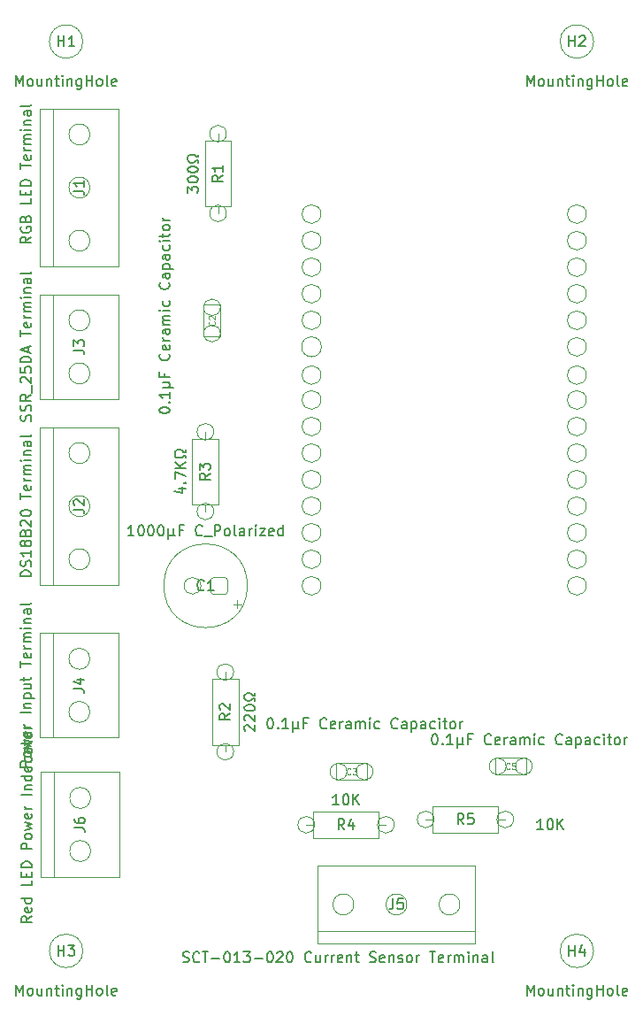
<source format=gbr>
%TF.GenerationSoftware,KiCad,Pcbnew,9.0.2*%
%TF.CreationDate,2025-07-10T18:45:37+01:00*%
%TF.ProjectId,Temperature-Controller,54656d70-6572-4617-9475-72652d436f6e,rev?*%
%TF.SameCoordinates,Original*%
%TF.FileFunction,AssemblyDrawing,Top*%
%FSLAX46Y46*%
G04 Gerber Fmt 4.6, Leading zero omitted, Abs format (unit mm)*
G04 Created by KiCad (PCBNEW 9.0.2) date 2025-07-10 18:45:37*
%MOMM*%
%LPD*%
G01*
G04 APERTURE LIST*
%ADD10C,0.150000*%
%ADD11C,0.090000*%
%ADD12C,0.100000*%
%ADD13C,0.100000*%
%TD*%
G04 APERTURE END LIST*
D10*
X163649819Y-93074285D02*
X162649819Y-93074285D01*
X162649819Y-93074285D02*
X162649819Y-92836190D01*
X162649819Y-92836190D02*
X162697438Y-92693333D01*
X162697438Y-92693333D02*
X162792676Y-92598095D01*
X162792676Y-92598095D02*
X162887914Y-92550476D01*
X162887914Y-92550476D02*
X163078390Y-92502857D01*
X163078390Y-92502857D02*
X163221247Y-92502857D01*
X163221247Y-92502857D02*
X163411723Y-92550476D01*
X163411723Y-92550476D02*
X163506961Y-92598095D01*
X163506961Y-92598095D02*
X163602200Y-92693333D01*
X163602200Y-92693333D02*
X163649819Y-92836190D01*
X163649819Y-92836190D02*
X163649819Y-93074285D01*
X163602200Y-92121904D02*
X163649819Y-91979047D01*
X163649819Y-91979047D02*
X163649819Y-91740952D01*
X163649819Y-91740952D02*
X163602200Y-91645714D01*
X163602200Y-91645714D02*
X163554580Y-91598095D01*
X163554580Y-91598095D02*
X163459342Y-91550476D01*
X163459342Y-91550476D02*
X163364104Y-91550476D01*
X163364104Y-91550476D02*
X163268866Y-91598095D01*
X163268866Y-91598095D02*
X163221247Y-91645714D01*
X163221247Y-91645714D02*
X163173628Y-91740952D01*
X163173628Y-91740952D02*
X163126009Y-91931428D01*
X163126009Y-91931428D02*
X163078390Y-92026666D01*
X163078390Y-92026666D02*
X163030771Y-92074285D01*
X163030771Y-92074285D02*
X162935533Y-92121904D01*
X162935533Y-92121904D02*
X162840295Y-92121904D01*
X162840295Y-92121904D02*
X162745057Y-92074285D01*
X162745057Y-92074285D02*
X162697438Y-92026666D01*
X162697438Y-92026666D02*
X162649819Y-91931428D01*
X162649819Y-91931428D02*
X162649819Y-91693333D01*
X162649819Y-91693333D02*
X162697438Y-91550476D01*
X163649819Y-90598095D02*
X163649819Y-91169523D01*
X163649819Y-90883809D02*
X162649819Y-90883809D01*
X162649819Y-90883809D02*
X162792676Y-90979047D01*
X162792676Y-90979047D02*
X162887914Y-91074285D01*
X162887914Y-91074285D02*
X162935533Y-91169523D01*
X163078390Y-90026666D02*
X163030771Y-90121904D01*
X163030771Y-90121904D02*
X162983152Y-90169523D01*
X162983152Y-90169523D02*
X162887914Y-90217142D01*
X162887914Y-90217142D02*
X162840295Y-90217142D01*
X162840295Y-90217142D02*
X162745057Y-90169523D01*
X162745057Y-90169523D02*
X162697438Y-90121904D01*
X162697438Y-90121904D02*
X162649819Y-90026666D01*
X162649819Y-90026666D02*
X162649819Y-89836190D01*
X162649819Y-89836190D02*
X162697438Y-89740952D01*
X162697438Y-89740952D02*
X162745057Y-89693333D01*
X162745057Y-89693333D02*
X162840295Y-89645714D01*
X162840295Y-89645714D02*
X162887914Y-89645714D01*
X162887914Y-89645714D02*
X162983152Y-89693333D01*
X162983152Y-89693333D02*
X163030771Y-89740952D01*
X163030771Y-89740952D02*
X163078390Y-89836190D01*
X163078390Y-89836190D02*
X163078390Y-90026666D01*
X163078390Y-90026666D02*
X163126009Y-90121904D01*
X163126009Y-90121904D02*
X163173628Y-90169523D01*
X163173628Y-90169523D02*
X163268866Y-90217142D01*
X163268866Y-90217142D02*
X163459342Y-90217142D01*
X163459342Y-90217142D02*
X163554580Y-90169523D01*
X163554580Y-90169523D02*
X163602200Y-90121904D01*
X163602200Y-90121904D02*
X163649819Y-90026666D01*
X163649819Y-90026666D02*
X163649819Y-89836190D01*
X163649819Y-89836190D02*
X163602200Y-89740952D01*
X163602200Y-89740952D02*
X163554580Y-89693333D01*
X163554580Y-89693333D02*
X163459342Y-89645714D01*
X163459342Y-89645714D02*
X163268866Y-89645714D01*
X163268866Y-89645714D02*
X163173628Y-89693333D01*
X163173628Y-89693333D02*
X163126009Y-89740952D01*
X163126009Y-89740952D02*
X163078390Y-89836190D01*
X163126009Y-88883809D02*
X163173628Y-88740952D01*
X163173628Y-88740952D02*
X163221247Y-88693333D01*
X163221247Y-88693333D02*
X163316485Y-88645714D01*
X163316485Y-88645714D02*
X163459342Y-88645714D01*
X163459342Y-88645714D02*
X163554580Y-88693333D01*
X163554580Y-88693333D02*
X163602200Y-88740952D01*
X163602200Y-88740952D02*
X163649819Y-88836190D01*
X163649819Y-88836190D02*
X163649819Y-89217142D01*
X163649819Y-89217142D02*
X162649819Y-89217142D01*
X162649819Y-89217142D02*
X162649819Y-88883809D01*
X162649819Y-88883809D02*
X162697438Y-88788571D01*
X162697438Y-88788571D02*
X162745057Y-88740952D01*
X162745057Y-88740952D02*
X162840295Y-88693333D01*
X162840295Y-88693333D02*
X162935533Y-88693333D01*
X162935533Y-88693333D02*
X163030771Y-88740952D01*
X163030771Y-88740952D02*
X163078390Y-88788571D01*
X163078390Y-88788571D02*
X163126009Y-88883809D01*
X163126009Y-88883809D02*
X163126009Y-89217142D01*
X162745057Y-88264761D02*
X162697438Y-88217142D01*
X162697438Y-88217142D02*
X162649819Y-88121904D01*
X162649819Y-88121904D02*
X162649819Y-87883809D01*
X162649819Y-87883809D02*
X162697438Y-87788571D01*
X162697438Y-87788571D02*
X162745057Y-87740952D01*
X162745057Y-87740952D02*
X162840295Y-87693333D01*
X162840295Y-87693333D02*
X162935533Y-87693333D01*
X162935533Y-87693333D02*
X163078390Y-87740952D01*
X163078390Y-87740952D02*
X163649819Y-88312380D01*
X163649819Y-88312380D02*
X163649819Y-87693333D01*
X162649819Y-87074285D02*
X162649819Y-86979047D01*
X162649819Y-86979047D02*
X162697438Y-86883809D01*
X162697438Y-86883809D02*
X162745057Y-86836190D01*
X162745057Y-86836190D02*
X162840295Y-86788571D01*
X162840295Y-86788571D02*
X163030771Y-86740952D01*
X163030771Y-86740952D02*
X163268866Y-86740952D01*
X163268866Y-86740952D02*
X163459342Y-86788571D01*
X163459342Y-86788571D02*
X163554580Y-86836190D01*
X163554580Y-86836190D02*
X163602200Y-86883809D01*
X163602200Y-86883809D02*
X163649819Y-86979047D01*
X163649819Y-86979047D02*
X163649819Y-87074285D01*
X163649819Y-87074285D02*
X163602200Y-87169523D01*
X163602200Y-87169523D02*
X163554580Y-87217142D01*
X163554580Y-87217142D02*
X163459342Y-87264761D01*
X163459342Y-87264761D02*
X163268866Y-87312380D01*
X163268866Y-87312380D02*
X163030771Y-87312380D01*
X163030771Y-87312380D02*
X162840295Y-87264761D01*
X162840295Y-87264761D02*
X162745057Y-87217142D01*
X162745057Y-87217142D02*
X162697438Y-87169523D01*
X162697438Y-87169523D02*
X162649819Y-87074285D01*
X162649819Y-85693332D02*
X162649819Y-85121904D01*
X163649819Y-85407618D02*
X162649819Y-85407618D01*
X163602200Y-84407618D02*
X163649819Y-84502856D01*
X163649819Y-84502856D02*
X163649819Y-84693332D01*
X163649819Y-84693332D02*
X163602200Y-84788570D01*
X163602200Y-84788570D02*
X163506961Y-84836189D01*
X163506961Y-84836189D02*
X163126009Y-84836189D01*
X163126009Y-84836189D02*
X163030771Y-84788570D01*
X163030771Y-84788570D02*
X162983152Y-84693332D01*
X162983152Y-84693332D02*
X162983152Y-84502856D01*
X162983152Y-84502856D02*
X163030771Y-84407618D01*
X163030771Y-84407618D02*
X163126009Y-84359999D01*
X163126009Y-84359999D02*
X163221247Y-84359999D01*
X163221247Y-84359999D02*
X163316485Y-84836189D01*
X163649819Y-83931427D02*
X162983152Y-83931427D01*
X163173628Y-83931427D02*
X163078390Y-83883808D01*
X163078390Y-83883808D02*
X163030771Y-83836189D01*
X163030771Y-83836189D02*
X162983152Y-83740951D01*
X162983152Y-83740951D02*
X162983152Y-83645713D01*
X163649819Y-83312379D02*
X162983152Y-83312379D01*
X163078390Y-83312379D02*
X163030771Y-83264760D01*
X163030771Y-83264760D02*
X162983152Y-83169522D01*
X162983152Y-83169522D02*
X162983152Y-83026665D01*
X162983152Y-83026665D02*
X163030771Y-82931427D01*
X163030771Y-82931427D02*
X163126009Y-82883808D01*
X163126009Y-82883808D02*
X163649819Y-82883808D01*
X163126009Y-82883808D02*
X163030771Y-82836189D01*
X163030771Y-82836189D02*
X162983152Y-82740951D01*
X162983152Y-82740951D02*
X162983152Y-82598094D01*
X162983152Y-82598094D02*
X163030771Y-82502855D01*
X163030771Y-82502855D02*
X163126009Y-82455236D01*
X163126009Y-82455236D02*
X163649819Y-82455236D01*
X163649819Y-81979046D02*
X162983152Y-81979046D01*
X162649819Y-81979046D02*
X162697438Y-82026665D01*
X162697438Y-82026665D02*
X162745057Y-81979046D01*
X162745057Y-81979046D02*
X162697438Y-81931427D01*
X162697438Y-81931427D02*
X162649819Y-81979046D01*
X162649819Y-81979046D02*
X162745057Y-81979046D01*
X162983152Y-81502856D02*
X163649819Y-81502856D01*
X163078390Y-81502856D02*
X163030771Y-81455237D01*
X163030771Y-81455237D02*
X162983152Y-81359999D01*
X162983152Y-81359999D02*
X162983152Y-81217142D01*
X162983152Y-81217142D02*
X163030771Y-81121904D01*
X163030771Y-81121904D02*
X163126009Y-81074285D01*
X163126009Y-81074285D02*
X163649819Y-81074285D01*
X163649819Y-80169523D02*
X163126009Y-80169523D01*
X163126009Y-80169523D02*
X163030771Y-80217142D01*
X163030771Y-80217142D02*
X162983152Y-80312380D01*
X162983152Y-80312380D02*
X162983152Y-80502856D01*
X162983152Y-80502856D02*
X163030771Y-80598094D01*
X163602200Y-80169523D02*
X163649819Y-80264761D01*
X163649819Y-80264761D02*
X163649819Y-80502856D01*
X163649819Y-80502856D02*
X163602200Y-80598094D01*
X163602200Y-80598094D02*
X163506961Y-80645713D01*
X163506961Y-80645713D02*
X163411723Y-80645713D01*
X163411723Y-80645713D02*
X163316485Y-80598094D01*
X163316485Y-80598094D02*
X163268866Y-80502856D01*
X163268866Y-80502856D02*
X163268866Y-80264761D01*
X163268866Y-80264761D02*
X163221247Y-80169523D01*
X163649819Y-79550475D02*
X163602200Y-79645713D01*
X163602200Y-79645713D02*
X163506961Y-79693332D01*
X163506961Y-79693332D02*
X162649819Y-79693332D01*
X167729819Y-86693333D02*
X168444104Y-86693333D01*
X168444104Y-86693333D02*
X168586961Y-86740952D01*
X168586961Y-86740952D02*
X168682200Y-86836190D01*
X168682200Y-86836190D02*
X168729819Y-86979047D01*
X168729819Y-86979047D02*
X168729819Y-87074285D01*
X167825057Y-86264761D02*
X167777438Y-86217142D01*
X167777438Y-86217142D02*
X167729819Y-86121904D01*
X167729819Y-86121904D02*
X167729819Y-85883809D01*
X167729819Y-85883809D02*
X167777438Y-85788571D01*
X167777438Y-85788571D02*
X167825057Y-85740952D01*
X167825057Y-85740952D02*
X167920295Y-85693333D01*
X167920295Y-85693333D02*
X168015533Y-85693333D01*
X168015533Y-85693333D02*
X168158390Y-85740952D01*
X168158390Y-85740952D02*
X168729819Y-86312380D01*
X168729819Y-86312380D02*
X168729819Y-85693333D01*
X186508571Y-106642819D02*
X186603809Y-106642819D01*
X186603809Y-106642819D02*
X186699047Y-106690438D01*
X186699047Y-106690438D02*
X186746666Y-106738057D01*
X186746666Y-106738057D02*
X186794285Y-106833295D01*
X186794285Y-106833295D02*
X186841904Y-107023771D01*
X186841904Y-107023771D02*
X186841904Y-107261866D01*
X186841904Y-107261866D02*
X186794285Y-107452342D01*
X186794285Y-107452342D02*
X186746666Y-107547580D01*
X186746666Y-107547580D02*
X186699047Y-107595200D01*
X186699047Y-107595200D02*
X186603809Y-107642819D01*
X186603809Y-107642819D02*
X186508571Y-107642819D01*
X186508571Y-107642819D02*
X186413333Y-107595200D01*
X186413333Y-107595200D02*
X186365714Y-107547580D01*
X186365714Y-107547580D02*
X186318095Y-107452342D01*
X186318095Y-107452342D02*
X186270476Y-107261866D01*
X186270476Y-107261866D02*
X186270476Y-107023771D01*
X186270476Y-107023771D02*
X186318095Y-106833295D01*
X186318095Y-106833295D02*
X186365714Y-106738057D01*
X186365714Y-106738057D02*
X186413333Y-106690438D01*
X186413333Y-106690438D02*
X186508571Y-106642819D01*
X187270476Y-107547580D02*
X187318095Y-107595200D01*
X187318095Y-107595200D02*
X187270476Y-107642819D01*
X187270476Y-107642819D02*
X187222857Y-107595200D01*
X187222857Y-107595200D02*
X187270476Y-107547580D01*
X187270476Y-107547580D02*
X187270476Y-107642819D01*
X188270475Y-107642819D02*
X187699047Y-107642819D01*
X187984761Y-107642819D02*
X187984761Y-106642819D01*
X187984761Y-106642819D02*
X187889523Y-106785676D01*
X187889523Y-106785676D02*
X187794285Y-106880914D01*
X187794285Y-106880914D02*
X187699047Y-106928533D01*
X188699047Y-106976152D02*
X188699047Y-107976152D01*
X189175237Y-107499961D02*
X189222856Y-107595200D01*
X189222856Y-107595200D02*
X189318094Y-107642819D01*
X188699047Y-107499961D02*
X188746666Y-107595200D01*
X188746666Y-107595200D02*
X188841904Y-107642819D01*
X188841904Y-107642819D02*
X189032380Y-107642819D01*
X189032380Y-107642819D02*
X189127618Y-107595200D01*
X189127618Y-107595200D02*
X189175237Y-107499961D01*
X189175237Y-107499961D02*
X189175237Y-106976152D01*
X190079999Y-107119009D02*
X189746666Y-107119009D01*
X189746666Y-107642819D02*
X189746666Y-106642819D01*
X189746666Y-106642819D02*
X190222856Y-106642819D01*
X191937142Y-107547580D02*
X191889523Y-107595200D01*
X191889523Y-107595200D02*
X191746666Y-107642819D01*
X191746666Y-107642819D02*
X191651428Y-107642819D01*
X191651428Y-107642819D02*
X191508571Y-107595200D01*
X191508571Y-107595200D02*
X191413333Y-107499961D01*
X191413333Y-107499961D02*
X191365714Y-107404723D01*
X191365714Y-107404723D02*
X191318095Y-107214247D01*
X191318095Y-107214247D02*
X191318095Y-107071390D01*
X191318095Y-107071390D02*
X191365714Y-106880914D01*
X191365714Y-106880914D02*
X191413333Y-106785676D01*
X191413333Y-106785676D02*
X191508571Y-106690438D01*
X191508571Y-106690438D02*
X191651428Y-106642819D01*
X191651428Y-106642819D02*
X191746666Y-106642819D01*
X191746666Y-106642819D02*
X191889523Y-106690438D01*
X191889523Y-106690438D02*
X191937142Y-106738057D01*
X192746666Y-107595200D02*
X192651428Y-107642819D01*
X192651428Y-107642819D02*
X192460952Y-107642819D01*
X192460952Y-107642819D02*
X192365714Y-107595200D01*
X192365714Y-107595200D02*
X192318095Y-107499961D01*
X192318095Y-107499961D02*
X192318095Y-107119009D01*
X192318095Y-107119009D02*
X192365714Y-107023771D01*
X192365714Y-107023771D02*
X192460952Y-106976152D01*
X192460952Y-106976152D02*
X192651428Y-106976152D01*
X192651428Y-106976152D02*
X192746666Y-107023771D01*
X192746666Y-107023771D02*
X192794285Y-107119009D01*
X192794285Y-107119009D02*
X192794285Y-107214247D01*
X192794285Y-107214247D02*
X192318095Y-107309485D01*
X193222857Y-107642819D02*
X193222857Y-106976152D01*
X193222857Y-107166628D02*
X193270476Y-107071390D01*
X193270476Y-107071390D02*
X193318095Y-107023771D01*
X193318095Y-107023771D02*
X193413333Y-106976152D01*
X193413333Y-106976152D02*
X193508571Y-106976152D01*
X194270476Y-107642819D02*
X194270476Y-107119009D01*
X194270476Y-107119009D02*
X194222857Y-107023771D01*
X194222857Y-107023771D02*
X194127619Y-106976152D01*
X194127619Y-106976152D02*
X193937143Y-106976152D01*
X193937143Y-106976152D02*
X193841905Y-107023771D01*
X194270476Y-107595200D02*
X194175238Y-107642819D01*
X194175238Y-107642819D02*
X193937143Y-107642819D01*
X193937143Y-107642819D02*
X193841905Y-107595200D01*
X193841905Y-107595200D02*
X193794286Y-107499961D01*
X193794286Y-107499961D02*
X193794286Y-107404723D01*
X193794286Y-107404723D02*
X193841905Y-107309485D01*
X193841905Y-107309485D02*
X193937143Y-107261866D01*
X193937143Y-107261866D02*
X194175238Y-107261866D01*
X194175238Y-107261866D02*
X194270476Y-107214247D01*
X194746667Y-107642819D02*
X194746667Y-106976152D01*
X194746667Y-107071390D02*
X194794286Y-107023771D01*
X194794286Y-107023771D02*
X194889524Y-106976152D01*
X194889524Y-106976152D02*
X195032381Y-106976152D01*
X195032381Y-106976152D02*
X195127619Y-107023771D01*
X195127619Y-107023771D02*
X195175238Y-107119009D01*
X195175238Y-107119009D02*
X195175238Y-107642819D01*
X195175238Y-107119009D02*
X195222857Y-107023771D01*
X195222857Y-107023771D02*
X195318095Y-106976152D01*
X195318095Y-106976152D02*
X195460952Y-106976152D01*
X195460952Y-106976152D02*
X195556191Y-107023771D01*
X195556191Y-107023771D02*
X195603810Y-107119009D01*
X195603810Y-107119009D02*
X195603810Y-107642819D01*
X196080000Y-107642819D02*
X196080000Y-106976152D01*
X196080000Y-106642819D02*
X196032381Y-106690438D01*
X196032381Y-106690438D02*
X196080000Y-106738057D01*
X196080000Y-106738057D02*
X196127619Y-106690438D01*
X196127619Y-106690438D02*
X196080000Y-106642819D01*
X196080000Y-106642819D02*
X196080000Y-106738057D01*
X196984761Y-107595200D02*
X196889523Y-107642819D01*
X196889523Y-107642819D02*
X196699047Y-107642819D01*
X196699047Y-107642819D02*
X196603809Y-107595200D01*
X196603809Y-107595200D02*
X196556190Y-107547580D01*
X196556190Y-107547580D02*
X196508571Y-107452342D01*
X196508571Y-107452342D02*
X196508571Y-107166628D01*
X196508571Y-107166628D02*
X196556190Y-107071390D01*
X196556190Y-107071390D02*
X196603809Y-107023771D01*
X196603809Y-107023771D02*
X196699047Y-106976152D01*
X196699047Y-106976152D02*
X196889523Y-106976152D01*
X196889523Y-106976152D02*
X196984761Y-107023771D01*
X198746666Y-107547580D02*
X198699047Y-107595200D01*
X198699047Y-107595200D02*
X198556190Y-107642819D01*
X198556190Y-107642819D02*
X198460952Y-107642819D01*
X198460952Y-107642819D02*
X198318095Y-107595200D01*
X198318095Y-107595200D02*
X198222857Y-107499961D01*
X198222857Y-107499961D02*
X198175238Y-107404723D01*
X198175238Y-107404723D02*
X198127619Y-107214247D01*
X198127619Y-107214247D02*
X198127619Y-107071390D01*
X198127619Y-107071390D02*
X198175238Y-106880914D01*
X198175238Y-106880914D02*
X198222857Y-106785676D01*
X198222857Y-106785676D02*
X198318095Y-106690438D01*
X198318095Y-106690438D02*
X198460952Y-106642819D01*
X198460952Y-106642819D02*
X198556190Y-106642819D01*
X198556190Y-106642819D02*
X198699047Y-106690438D01*
X198699047Y-106690438D02*
X198746666Y-106738057D01*
X199603809Y-107642819D02*
X199603809Y-107119009D01*
X199603809Y-107119009D02*
X199556190Y-107023771D01*
X199556190Y-107023771D02*
X199460952Y-106976152D01*
X199460952Y-106976152D02*
X199270476Y-106976152D01*
X199270476Y-106976152D02*
X199175238Y-107023771D01*
X199603809Y-107595200D02*
X199508571Y-107642819D01*
X199508571Y-107642819D02*
X199270476Y-107642819D01*
X199270476Y-107642819D02*
X199175238Y-107595200D01*
X199175238Y-107595200D02*
X199127619Y-107499961D01*
X199127619Y-107499961D02*
X199127619Y-107404723D01*
X199127619Y-107404723D02*
X199175238Y-107309485D01*
X199175238Y-107309485D02*
X199270476Y-107261866D01*
X199270476Y-107261866D02*
X199508571Y-107261866D01*
X199508571Y-107261866D02*
X199603809Y-107214247D01*
X200080000Y-106976152D02*
X200080000Y-107976152D01*
X200080000Y-107023771D02*
X200175238Y-106976152D01*
X200175238Y-106976152D02*
X200365714Y-106976152D01*
X200365714Y-106976152D02*
X200460952Y-107023771D01*
X200460952Y-107023771D02*
X200508571Y-107071390D01*
X200508571Y-107071390D02*
X200556190Y-107166628D01*
X200556190Y-107166628D02*
X200556190Y-107452342D01*
X200556190Y-107452342D02*
X200508571Y-107547580D01*
X200508571Y-107547580D02*
X200460952Y-107595200D01*
X200460952Y-107595200D02*
X200365714Y-107642819D01*
X200365714Y-107642819D02*
X200175238Y-107642819D01*
X200175238Y-107642819D02*
X200080000Y-107595200D01*
X201413333Y-107642819D02*
X201413333Y-107119009D01*
X201413333Y-107119009D02*
X201365714Y-107023771D01*
X201365714Y-107023771D02*
X201270476Y-106976152D01*
X201270476Y-106976152D02*
X201080000Y-106976152D01*
X201080000Y-106976152D02*
X200984762Y-107023771D01*
X201413333Y-107595200D02*
X201318095Y-107642819D01*
X201318095Y-107642819D02*
X201080000Y-107642819D01*
X201080000Y-107642819D02*
X200984762Y-107595200D01*
X200984762Y-107595200D02*
X200937143Y-107499961D01*
X200937143Y-107499961D02*
X200937143Y-107404723D01*
X200937143Y-107404723D02*
X200984762Y-107309485D01*
X200984762Y-107309485D02*
X201080000Y-107261866D01*
X201080000Y-107261866D02*
X201318095Y-107261866D01*
X201318095Y-107261866D02*
X201413333Y-107214247D01*
X202318095Y-107595200D02*
X202222857Y-107642819D01*
X202222857Y-107642819D02*
X202032381Y-107642819D01*
X202032381Y-107642819D02*
X201937143Y-107595200D01*
X201937143Y-107595200D02*
X201889524Y-107547580D01*
X201889524Y-107547580D02*
X201841905Y-107452342D01*
X201841905Y-107452342D02*
X201841905Y-107166628D01*
X201841905Y-107166628D02*
X201889524Y-107071390D01*
X201889524Y-107071390D02*
X201937143Y-107023771D01*
X201937143Y-107023771D02*
X202032381Y-106976152D01*
X202032381Y-106976152D02*
X202222857Y-106976152D01*
X202222857Y-106976152D02*
X202318095Y-107023771D01*
X202746667Y-107642819D02*
X202746667Y-106976152D01*
X202746667Y-106642819D02*
X202699048Y-106690438D01*
X202699048Y-106690438D02*
X202746667Y-106738057D01*
X202746667Y-106738057D02*
X202794286Y-106690438D01*
X202794286Y-106690438D02*
X202746667Y-106642819D01*
X202746667Y-106642819D02*
X202746667Y-106738057D01*
X203080000Y-106976152D02*
X203460952Y-106976152D01*
X203222857Y-106642819D02*
X203222857Y-107499961D01*
X203222857Y-107499961D02*
X203270476Y-107595200D01*
X203270476Y-107595200D02*
X203365714Y-107642819D01*
X203365714Y-107642819D02*
X203460952Y-107642819D01*
X203937143Y-107642819D02*
X203841905Y-107595200D01*
X203841905Y-107595200D02*
X203794286Y-107547580D01*
X203794286Y-107547580D02*
X203746667Y-107452342D01*
X203746667Y-107452342D02*
X203746667Y-107166628D01*
X203746667Y-107166628D02*
X203794286Y-107071390D01*
X203794286Y-107071390D02*
X203841905Y-107023771D01*
X203841905Y-107023771D02*
X203937143Y-106976152D01*
X203937143Y-106976152D02*
X204080000Y-106976152D01*
X204080000Y-106976152D02*
X204175238Y-107023771D01*
X204175238Y-107023771D02*
X204222857Y-107071390D01*
X204222857Y-107071390D02*
X204270476Y-107166628D01*
X204270476Y-107166628D02*
X204270476Y-107452342D01*
X204270476Y-107452342D02*
X204222857Y-107547580D01*
X204222857Y-107547580D02*
X204175238Y-107595200D01*
X204175238Y-107595200D02*
X204080000Y-107642819D01*
X204080000Y-107642819D02*
X203937143Y-107642819D01*
X204699048Y-107642819D02*
X204699048Y-106976152D01*
X204699048Y-107166628D02*
X204746667Y-107071390D01*
X204746667Y-107071390D02*
X204794286Y-107023771D01*
X204794286Y-107023771D02*
X204889524Y-106976152D01*
X204889524Y-106976152D02*
X204984762Y-106976152D01*
D11*
X194230000Y-111975748D02*
X194201428Y-112004320D01*
X194201428Y-112004320D02*
X194115714Y-112032891D01*
X194115714Y-112032891D02*
X194058571Y-112032891D01*
X194058571Y-112032891D02*
X193972857Y-112004320D01*
X193972857Y-112004320D02*
X193915714Y-111947177D01*
X193915714Y-111947177D02*
X193887143Y-111890034D01*
X193887143Y-111890034D02*
X193858571Y-111775748D01*
X193858571Y-111775748D02*
X193858571Y-111690034D01*
X193858571Y-111690034D02*
X193887143Y-111575748D01*
X193887143Y-111575748D02*
X193915714Y-111518605D01*
X193915714Y-111518605D02*
X193972857Y-111461462D01*
X193972857Y-111461462D02*
X194058571Y-111432891D01*
X194058571Y-111432891D02*
X194115714Y-111432891D01*
X194115714Y-111432891D02*
X194201428Y-111461462D01*
X194201428Y-111461462D02*
X194230000Y-111490034D01*
X194430000Y-111432891D02*
X194801428Y-111432891D01*
X194801428Y-111432891D02*
X194601428Y-111661462D01*
X194601428Y-111661462D02*
X194687143Y-111661462D01*
X194687143Y-111661462D02*
X194744286Y-111690034D01*
X194744286Y-111690034D02*
X194772857Y-111718605D01*
X194772857Y-111718605D02*
X194801428Y-111775748D01*
X194801428Y-111775748D02*
X194801428Y-111918605D01*
X194801428Y-111918605D02*
X194772857Y-111975748D01*
X194772857Y-111975748D02*
X194744286Y-112004320D01*
X194744286Y-112004320D02*
X194687143Y-112032891D01*
X194687143Y-112032891D02*
X194515714Y-112032891D01*
X194515714Y-112032891D02*
X194458571Y-112004320D01*
X194458571Y-112004320D02*
X194430000Y-111975748D01*
D10*
X173502856Y-89184819D02*
X172931428Y-89184819D01*
X173217142Y-89184819D02*
X173217142Y-88184819D01*
X173217142Y-88184819D02*
X173121904Y-88327676D01*
X173121904Y-88327676D02*
X173026666Y-88422914D01*
X173026666Y-88422914D02*
X172931428Y-88470533D01*
X174121904Y-88184819D02*
X174217142Y-88184819D01*
X174217142Y-88184819D02*
X174312380Y-88232438D01*
X174312380Y-88232438D02*
X174359999Y-88280057D01*
X174359999Y-88280057D02*
X174407618Y-88375295D01*
X174407618Y-88375295D02*
X174455237Y-88565771D01*
X174455237Y-88565771D02*
X174455237Y-88803866D01*
X174455237Y-88803866D02*
X174407618Y-88994342D01*
X174407618Y-88994342D02*
X174359999Y-89089580D01*
X174359999Y-89089580D02*
X174312380Y-89137200D01*
X174312380Y-89137200D02*
X174217142Y-89184819D01*
X174217142Y-89184819D02*
X174121904Y-89184819D01*
X174121904Y-89184819D02*
X174026666Y-89137200D01*
X174026666Y-89137200D02*
X173979047Y-89089580D01*
X173979047Y-89089580D02*
X173931428Y-88994342D01*
X173931428Y-88994342D02*
X173883809Y-88803866D01*
X173883809Y-88803866D02*
X173883809Y-88565771D01*
X173883809Y-88565771D02*
X173931428Y-88375295D01*
X173931428Y-88375295D02*
X173979047Y-88280057D01*
X173979047Y-88280057D02*
X174026666Y-88232438D01*
X174026666Y-88232438D02*
X174121904Y-88184819D01*
X175074285Y-88184819D02*
X175169523Y-88184819D01*
X175169523Y-88184819D02*
X175264761Y-88232438D01*
X175264761Y-88232438D02*
X175312380Y-88280057D01*
X175312380Y-88280057D02*
X175359999Y-88375295D01*
X175359999Y-88375295D02*
X175407618Y-88565771D01*
X175407618Y-88565771D02*
X175407618Y-88803866D01*
X175407618Y-88803866D02*
X175359999Y-88994342D01*
X175359999Y-88994342D02*
X175312380Y-89089580D01*
X175312380Y-89089580D02*
X175264761Y-89137200D01*
X175264761Y-89137200D02*
X175169523Y-89184819D01*
X175169523Y-89184819D02*
X175074285Y-89184819D01*
X175074285Y-89184819D02*
X174979047Y-89137200D01*
X174979047Y-89137200D02*
X174931428Y-89089580D01*
X174931428Y-89089580D02*
X174883809Y-88994342D01*
X174883809Y-88994342D02*
X174836190Y-88803866D01*
X174836190Y-88803866D02*
X174836190Y-88565771D01*
X174836190Y-88565771D02*
X174883809Y-88375295D01*
X174883809Y-88375295D02*
X174931428Y-88280057D01*
X174931428Y-88280057D02*
X174979047Y-88232438D01*
X174979047Y-88232438D02*
X175074285Y-88184819D01*
X176026666Y-88184819D02*
X176121904Y-88184819D01*
X176121904Y-88184819D02*
X176217142Y-88232438D01*
X176217142Y-88232438D02*
X176264761Y-88280057D01*
X176264761Y-88280057D02*
X176312380Y-88375295D01*
X176312380Y-88375295D02*
X176359999Y-88565771D01*
X176359999Y-88565771D02*
X176359999Y-88803866D01*
X176359999Y-88803866D02*
X176312380Y-88994342D01*
X176312380Y-88994342D02*
X176264761Y-89089580D01*
X176264761Y-89089580D02*
X176217142Y-89137200D01*
X176217142Y-89137200D02*
X176121904Y-89184819D01*
X176121904Y-89184819D02*
X176026666Y-89184819D01*
X176026666Y-89184819D02*
X175931428Y-89137200D01*
X175931428Y-89137200D02*
X175883809Y-89089580D01*
X175883809Y-89089580D02*
X175836190Y-88994342D01*
X175836190Y-88994342D02*
X175788571Y-88803866D01*
X175788571Y-88803866D02*
X175788571Y-88565771D01*
X175788571Y-88565771D02*
X175836190Y-88375295D01*
X175836190Y-88375295D02*
X175883809Y-88280057D01*
X175883809Y-88280057D02*
X175931428Y-88232438D01*
X175931428Y-88232438D02*
X176026666Y-88184819D01*
X176788571Y-88518152D02*
X176788571Y-89518152D01*
X177264761Y-89041961D02*
X177312380Y-89137200D01*
X177312380Y-89137200D02*
X177407618Y-89184819D01*
X176788571Y-89041961D02*
X176836190Y-89137200D01*
X176836190Y-89137200D02*
X176931428Y-89184819D01*
X176931428Y-89184819D02*
X177121904Y-89184819D01*
X177121904Y-89184819D02*
X177217142Y-89137200D01*
X177217142Y-89137200D02*
X177264761Y-89041961D01*
X177264761Y-89041961D02*
X177264761Y-88518152D01*
X178169523Y-88661009D02*
X177836190Y-88661009D01*
X177836190Y-89184819D02*
X177836190Y-88184819D01*
X177836190Y-88184819D02*
X178312380Y-88184819D01*
X180026666Y-89089580D02*
X179979047Y-89137200D01*
X179979047Y-89137200D02*
X179836190Y-89184819D01*
X179836190Y-89184819D02*
X179740952Y-89184819D01*
X179740952Y-89184819D02*
X179598095Y-89137200D01*
X179598095Y-89137200D02*
X179502857Y-89041961D01*
X179502857Y-89041961D02*
X179455238Y-88946723D01*
X179455238Y-88946723D02*
X179407619Y-88756247D01*
X179407619Y-88756247D02*
X179407619Y-88613390D01*
X179407619Y-88613390D02*
X179455238Y-88422914D01*
X179455238Y-88422914D02*
X179502857Y-88327676D01*
X179502857Y-88327676D02*
X179598095Y-88232438D01*
X179598095Y-88232438D02*
X179740952Y-88184819D01*
X179740952Y-88184819D02*
X179836190Y-88184819D01*
X179836190Y-88184819D02*
X179979047Y-88232438D01*
X179979047Y-88232438D02*
X180026666Y-88280057D01*
X180217143Y-89280057D02*
X180979047Y-89280057D01*
X181217143Y-89184819D02*
X181217143Y-88184819D01*
X181217143Y-88184819D02*
X181598095Y-88184819D01*
X181598095Y-88184819D02*
X181693333Y-88232438D01*
X181693333Y-88232438D02*
X181740952Y-88280057D01*
X181740952Y-88280057D02*
X181788571Y-88375295D01*
X181788571Y-88375295D02*
X181788571Y-88518152D01*
X181788571Y-88518152D02*
X181740952Y-88613390D01*
X181740952Y-88613390D02*
X181693333Y-88661009D01*
X181693333Y-88661009D02*
X181598095Y-88708628D01*
X181598095Y-88708628D02*
X181217143Y-88708628D01*
X182360000Y-89184819D02*
X182264762Y-89137200D01*
X182264762Y-89137200D02*
X182217143Y-89089580D01*
X182217143Y-89089580D02*
X182169524Y-88994342D01*
X182169524Y-88994342D02*
X182169524Y-88708628D01*
X182169524Y-88708628D02*
X182217143Y-88613390D01*
X182217143Y-88613390D02*
X182264762Y-88565771D01*
X182264762Y-88565771D02*
X182360000Y-88518152D01*
X182360000Y-88518152D02*
X182502857Y-88518152D01*
X182502857Y-88518152D02*
X182598095Y-88565771D01*
X182598095Y-88565771D02*
X182645714Y-88613390D01*
X182645714Y-88613390D02*
X182693333Y-88708628D01*
X182693333Y-88708628D02*
X182693333Y-88994342D01*
X182693333Y-88994342D02*
X182645714Y-89089580D01*
X182645714Y-89089580D02*
X182598095Y-89137200D01*
X182598095Y-89137200D02*
X182502857Y-89184819D01*
X182502857Y-89184819D02*
X182360000Y-89184819D01*
X183264762Y-89184819D02*
X183169524Y-89137200D01*
X183169524Y-89137200D02*
X183121905Y-89041961D01*
X183121905Y-89041961D02*
X183121905Y-88184819D01*
X184074286Y-89184819D02*
X184074286Y-88661009D01*
X184074286Y-88661009D02*
X184026667Y-88565771D01*
X184026667Y-88565771D02*
X183931429Y-88518152D01*
X183931429Y-88518152D02*
X183740953Y-88518152D01*
X183740953Y-88518152D02*
X183645715Y-88565771D01*
X184074286Y-89137200D02*
X183979048Y-89184819D01*
X183979048Y-89184819D02*
X183740953Y-89184819D01*
X183740953Y-89184819D02*
X183645715Y-89137200D01*
X183645715Y-89137200D02*
X183598096Y-89041961D01*
X183598096Y-89041961D02*
X183598096Y-88946723D01*
X183598096Y-88946723D02*
X183645715Y-88851485D01*
X183645715Y-88851485D02*
X183740953Y-88803866D01*
X183740953Y-88803866D02*
X183979048Y-88803866D01*
X183979048Y-88803866D02*
X184074286Y-88756247D01*
X184550477Y-89184819D02*
X184550477Y-88518152D01*
X184550477Y-88708628D02*
X184598096Y-88613390D01*
X184598096Y-88613390D02*
X184645715Y-88565771D01*
X184645715Y-88565771D02*
X184740953Y-88518152D01*
X184740953Y-88518152D02*
X184836191Y-88518152D01*
X185169525Y-89184819D02*
X185169525Y-88518152D01*
X185169525Y-88184819D02*
X185121906Y-88232438D01*
X185121906Y-88232438D02*
X185169525Y-88280057D01*
X185169525Y-88280057D02*
X185217144Y-88232438D01*
X185217144Y-88232438D02*
X185169525Y-88184819D01*
X185169525Y-88184819D02*
X185169525Y-88280057D01*
X185550477Y-88518152D02*
X186074286Y-88518152D01*
X186074286Y-88518152D02*
X185550477Y-89184819D01*
X185550477Y-89184819D02*
X186074286Y-89184819D01*
X186836191Y-89137200D02*
X186740953Y-89184819D01*
X186740953Y-89184819D02*
X186550477Y-89184819D01*
X186550477Y-89184819D02*
X186455239Y-89137200D01*
X186455239Y-89137200D02*
X186407620Y-89041961D01*
X186407620Y-89041961D02*
X186407620Y-88661009D01*
X186407620Y-88661009D02*
X186455239Y-88565771D01*
X186455239Y-88565771D02*
X186550477Y-88518152D01*
X186550477Y-88518152D02*
X186740953Y-88518152D01*
X186740953Y-88518152D02*
X186836191Y-88565771D01*
X186836191Y-88565771D02*
X186883810Y-88661009D01*
X186883810Y-88661009D02*
X186883810Y-88756247D01*
X186883810Y-88756247D02*
X186407620Y-88851485D01*
X187740953Y-89184819D02*
X187740953Y-88184819D01*
X187740953Y-89137200D02*
X187645715Y-89184819D01*
X187645715Y-89184819D02*
X187455239Y-89184819D01*
X187455239Y-89184819D02*
X187360001Y-89137200D01*
X187360001Y-89137200D02*
X187312382Y-89089580D01*
X187312382Y-89089580D02*
X187264763Y-88994342D01*
X187264763Y-88994342D02*
X187264763Y-88708628D01*
X187264763Y-88708628D02*
X187312382Y-88613390D01*
X187312382Y-88613390D02*
X187360001Y-88565771D01*
X187360001Y-88565771D02*
X187455239Y-88518152D01*
X187455239Y-88518152D02*
X187645715Y-88518152D01*
X187645715Y-88518152D02*
X187740953Y-88565771D01*
X180193333Y-94339580D02*
X180145714Y-94387200D01*
X180145714Y-94387200D02*
X180002857Y-94434819D01*
X180002857Y-94434819D02*
X179907619Y-94434819D01*
X179907619Y-94434819D02*
X179764762Y-94387200D01*
X179764762Y-94387200D02*
X179669524Y-94291961D01*
X179669524Y-94291961D02*
X179621905Y-94196723D01*
X179621905Y-94196723D02*
X179574286Y-94006247D01*
X179574286Y-94006247D02*
X179574286Y-93863390D01*
X179574286Y-93863390D02*
X179621905Y-93672914D01*
X179621905Y-93672914D02*
X179669524Y-93577676D01*
X179669524Y-93577676D02*
X179764762Y-93482438D01*
X179764762Y-93482438D02*
X179907619Y-93434819D01*
X179907619Y-93434819D02*
X180002857Y-93434819D01*
X180002857Y-93434819D02*
X180145714Y-93482438D01*
X180145714Y-93482438D02*
X180193333Y-93530057D01*
X181145714Y-94434819D02*
X180574286Y-94434819D01*
X180860000Y-94434819D02*
X180860000Y-93434819D01*
X180860000Y-93434819D02*
X180764762Y-93577676D01*
X180764762Y-93577676D02*
X180669524Y-93672914D01*
X180669524Y-93672914D02*
X180574286Y-93720533D01*
X162219285Y-133159819D02*
X162219285Y-132159819D01*
X162219285Y-132159819D02*
X162552618Y-132874104D01*
X162552618Y-132874104D02*
X162885951Y-132159819D01*
X162885951Y-132159819D02*
X162885951Y-133159819D01*
X163504999Y-133159819D02*
X163409761Y-133112200D01*
X163409761Y-133112200D02*
X163362142Y-133064580D01*
X163362142Y-133064580D02*
X163314523Y-132969342D01*
X163314523Y-132969342D02*
X163314523Y-132683628D01*
X163314523Y-132683628D02*
X163362142Y-132588390D01*
X163362142Y-132588390D02*
X163409761Y-132540771D01*
X163409761Y-132540771D02*
X163504999Y-132493152D01*
X163504999Y-132493152D02*
X163647856Y-132493152D01*
X163647856Y-132493152D02*
X163743094Y-132540771D01*
X163743094Y-132540771D02*
X163790713Y-132588390D01*
X163790713Y-132588390D02*
X163838332Y-132683628D01*
X163838332Y-132683628D02*
X163838332Y-132969342D01*
X163838332Y-132969342D02*
X163790713Y-133064580D01*
X163790713Y-133064580D02*
X163743094Y-133112200D01*
X163743094Y-133112200D02*
X163647856Y-133159819D01*
X163647856Y-133159819D02*
X163504999Y-133159819D01*
X164695475Y-132493152D02*
X164695475Y-133159819D01*
X164266904Y-132493152D02*
X164266904Y-133016961D01*
X164266904Y-133016961D02*
X164314523Y-133112200D01*
X164314523Y-133112200D02*
X164409761Y-133159819D01*
X164409761Y-133159819D02*
X164552618Y-133159819D01*
X164552618Y-133159819D02*
X164647856Y-133112200D01*
X164647856Y-133112200D02*
X164695475Y-133064580D01*
X165171666Y-132493152D02*
X165171666Y-133159819D01*
X165171666Y-132588390D02*
X165219285Y-132540771D01*
X165219285Y-132540771D02*
X165314523Y-132493152D01*
X165314523Y-132493152D02*
X165457380Y-132493152D01*
X165457380Y-132493152D02*
X165552618Y-132540771D01*
X165552618Y-132540771D02*
X165600237Y-132636009D01*
X165600237Y-132636009D02*
X165600237Y-133159819D01*
X165933571Y-132493152D02*
X166314523Y-132493152D01*
X166076428Y-132159819D02*
X166076428Y-133016961D01*
X166076428Y-133016961D02*
X166124047Y-133112200D01*
X166124047Y-133112200D02*
X166219285Y-133159819D01*
X166219285Y-133159819D02*
X166314523Y-133159819D01*
X166647857Y-133159819D02*
X166647857Y-132493152D01*
X166647857Y-132159819D02*
X166600238Y-132207438D01*
X166600238Y-132207438D02*
X166647857Y-132255057D01*
X166647857Y-132255057D02*
X166695476Y-132207438D01*
X166695476Y-132207438D02*
X166647857Y-132159819D01*
X166647857Y-132159819D02*
X166647857Y-132255057D01*
X167124047Y-132493152D02*
X167124047Y-133159819D01*
X167124047Y-132588390D02*
X167171666Y-132540771D01*
X167171666Y-132540771D02*
X167266904Y-132493152D01*
X167266904Y-132493152D02*
X167409761Y-132493152D01*
X167409761Y-132493152D02*
X167504999Y-132540771D01*
X167504999Y-132540771D02*
X167552618Y-132636009D01*
X167552618Y-132636009D02*
X167552618Y-133159819D01*
X168457380Y-132493152D02*
X168457380Y-133302676D01*
X168457380Y-133302676D02*
X168409761Y-133397914D01*
X168409761Y-133397914D02*
X168362142Y-133445533D01*
X168362142Y-133445533D02*
X168266904Y-133493152D01*
X168266904Y-133493152D02*
X168124047Y-133493152D01*
X168124047Y-133493152D02*
X168028809Y-133445533D01*
X168457380Y-133112200D02*
X168362142Y-133159819D01*
X168362142Y-133159819D02*
X168171666Y-133159819D01*
X168171666Y-133159819D02*
X168076428Y-133112200D01*
X168076428Y-133112200D02*
X168028809Y-133064580D01*
X168028809Y-133064580D02*
X167981190Y-132969342D01*
X167981190Y-132969342D02*
X167981190Y-132683628D01*
X167981190Y-132683628D02*
X168028809Y-132588390D01*
X168028809Y-132588390D02*
X168076428Y-132540771D01*
X168076428Y-132540771D02*
X168171666Y-132493152D01*
X168171666Y-132493152D02*
X168362142Y-132493152D01*
X168362142Y-132493152D02*
X168457380Y-132540771D01*
X168933571Y-133159819D02*
X168933571Y-132159819D01*
X168933571Y-132636009D02*
X169504999Y-132636009D01*
X169504999Y-133159819D02*
X169504999Y-132159819D01*
X170124047Y-133159819D02*
X170028809Y-133112200D01*
X170028809Y-133112200D02*
X169981190Y-133064580D01*
X169981190Y-133064580D02*
X169933571Y-132969342D01*
X169933571Y-132969342D02*
X169933571Y-132683628D01*
X169933571Y-132683628D02*
X169981190Y-132588390D01*
X169981190Y-132588390D02*
X170028809Y-132540771D01*
X170028809Y-132540771D02*
X170124047Y-132493152D01*
X170124047Y-132493152D02*
X170266904Y-132493152D01*
X170266904Y-132493152D02*
X170362142Y-132540771D01*
X170362142Y-132540771D02*
X170409761Y-132588390D01*
X170409761Y-132588390D02*
X170457380Y-132683628D01*
X170457380Y-132683628D02*
X170457380Y-132969342D01*
X170457380Y-132969342D02*
X170409761Y-133064580D01*
X170409761Y-133064580D02*
X170362142Y-133112200D01*
X170362142Y-133112200D02*
X170266904Y-133159819D01*
X170266904Y-133159819D02*
X170124047Y-133159819D01*
X171028809Y-133159819D02*
X170933571Y-133112200D01*
X170933571Y-133112200D02*
X170885952Y-133016961D01*
X170885952Y-133016961D02*
X170885952Y-132159819D01*
X171790714Y-133112200D02*
X171695476Y-133159819D01*
X171695476Y-133159819D02*
X171505000Y-133159819D01*
X171505000Y-133159819D02*
X171409762Y-133112200D01*
X171409762Y-133112200D02*
X171362143Y-133016961D01*
X171362143Y-133016961D02*
X171362143Y-132636009D01*
X171362143Y-132636009D02*
X171409762Y-132540771D01*
X171409762Y-132540771D02*
X171505000Y-132493152D01*
X171505000Y-132493152D02*
X171695476Y-132493152D01*
X171695476Y-132493152D02*
X171790714Y-132540771D01*
X171790714Y-132540771D02*
X171838333Y-132636009D01*
X171838333Y-132636009D02*
X171838333Y-132731247D01*
X171838333Y-132731247D02*
X171362143Y-132826485D01*
X166243095Y-129359819D02*
X166243095Y-128359819D01*
X166243095Y-128836009D02*
X166814523Y-128836009D01*
X166814523Y-129359819D02*
X166814523Y-128359819D01*
X167195476Y-128359819D02*
X167814523Y-128359819D01*
X167814523Y-128359819D02*
X167481190Y-128740771D01*
X167481190Y-128740771D02*
X167624047Y-128740771D01*
X167624047Y-128740771D02*
X167719285Y-128788390D01*
X167719285Y-128788390D02*
X167766904Y-128836009D01*
X167766904Y-128836009D02*
X167814523Y-128931247D01*
X167814523Y-128931247D02*
X167814523Y-129169342D01*
X167814523Y-129169342D02*
X167766904Y-129264580D01*
X167766904Y-129264580D02*
X167719285Y-129312200D01*
X167719285Y-129312200D02*
X167624047Y-129359819D01*
X167624047Y-129359819D02*
X167338333Y-129359819D01*
X167338333Y-129359819D02*
X167243095Y-129312200D01*
X167243095Y-129312200D02*
X167195476Y-129264580D01*
X184165057Y-107854523D02*
X184117438Y-107806904D01*
X184117438Y-107806904D02*
X184069819Y-107711666D01*
X184069819Y-107711666D02*
X184069819Y-107473571D01*
X184069819Y-107473571D02*
X184117438Y-107378333D01*
X184117438Y-107378333D02*
X184165057Y-107330714D01*
X184165057Y-107330714D02*
X184260295Y-107283095D01*
X184260295Y-107283095D02*
X184355533Y-107283095D01*
X184355533Y-107283095D02*
X184498390Y-107330714D01*
X184498390Y-107330714D02*
X185069819Y-107902142D01*
X185069819Y-107902142D02*
X185069819Y-107283095D01*
X184165057Y-106902142D02*
X184117438Y-106854523D01*
X184117438Y-106854523D02*
X184069819Y-106759285D01*
X184069819Y-106759285D02*
X184069819Y-106521190D01*
X184069819Y-106521190D02*
X184117438Y-106425952D01*
X184117438Y-106425952D02*
X184165057Y-106378333D01*
X184165057Y-106378333D02*
X184260295Y-106330714D01*
X184260295Y-106330714D02*
X184355533Y-106330714D01*
X184355533Y-106330714D02*
X184498390Y-106378333D01*
X184498390Y-106378333D02*
X185069819Y-106949761D01*
X185069819Y-106949761D02*
X185069819Y-106330714D01*
X184069819Y-105711666D02*
X184069819Y-105616428D01*
X184069819Y-105616428D02*
X184117438Y-105521190D01*
X184117438Y-105521190D02*
X184165057Y-105473571D01*
X184165057Y-105473571D02*
X184260295Y-105425952D01*
X184260295Y-105425952D02*
X184450771Y-105378333D01*
X184450771Y-105378333D02*
X184688866Y-105378333D01*
X184688866Y-105378333D02*
X184879342Y-105425952D01*
X184879342Y-105425952D02*
X184974580Y-105473571D01*
X184974580Y-105473571D02*
X185022200Y-105521190D01*
X185022200Y-105521190D02*
X185069819Y-105616428D01*
X185069819Y-105616428D02*
X185069819Y-105711666D01*
X185069819Y-105711666D02*
X185022200Y-105806904D01*
X185022200Y-105806904D02*
X184974580Y-105854523D01*
X184974580Y-105854523D02*
X184879342Y-105902142D01*
X184879342Y-105902142D02*
X184688866Y-105949761D01*
X184688866Y-105949761D02*
X184450771Y-105949761D01*
X184450771Y-105949761D02*
X184260295Y-105902142D01*
X184260295Y-105902142D02*
X184165057Y-105854523D01*
X184165057Y-105854523D02*
X184117438Y-105806904D01*
X184117438Y-105806904D02*
X184069819Y-105711666D01*
X185069819Y-104997380D02*
X185069819Y-104759285D01*
X185069819Y-104759285D02*
X184879342Y-104759285D01*
X184879342Y-104759285D02*
X184831723Y-104854523D01*
X184831723Y-104854523D02*
X184736485Y-104949761D01*
X184736485Y-104949761D02*
X184593628Y-104997380D01*
X184593628Y-104997380D02*
X184355533Y-104997380D01*
X184355533Y-104997380D02*
X184212676Y-104949761D01*
X184212676Y-104949761D02*
X184117438Y-104854523D01*
X184117438Y-104854523D02*
X184069819Y-104711666D01*
X184069819Y-104711666D02*
X184069819Y-104521190D01*
X184069819Y-104521190D02*
X184117438Y-104378333D01*
X184117438Y-104378333D02*
X184212676Y-104283095D01*
X184212676Y-104283095D02*
X184355533Y-104235476D01*
X184355533Y-104235476D02*
X184593628Y-104235476D01*
X184593628Y-104235476D02*
X184736485Y-104283095D01*
X184736485Y-104283095D02*
X184831723Y-104378333D01*
X184831723Y-104378333D02*
X184879342Y-104473571D01*
X184879342Y-104473571D02*
X185069819Y-104473571D01*
X185069819Y-104473571D02*
X185069819Y-104235476D01*
X182699819Y-106211666D02*
X182223628Y-106544999D01*
X182699819Y-106783094D02*
X181699819Y-106783094D01*
X181699819Y-106783094D02*
X181699819Y-106402142D01*
X181699819Y-106402142D02*
X181747438Y-106306904D01*
X181747438Y-106306904D02*
X181795057Y-106259285D01*
X181795057Y-106259285D02*
X181890295Y-106211666D01*
X181890295Y-106211666D02*
X182033152Y-106211666D01*
X182033152Y-106211666D02*
X182128390Y-106259285D01*
X182128390Y-106259285D02*
X182176009Y-106306904D01*
X182176009Y-106306904D02*
X182223628Y-106402142D01*
X182223628Y-106402142D02*
X182223628Y-106783094D01*
X181795057Y-105830713D02*
X181747438Y-105783094D01*
X181747438Y-105783094D02*
X181699819Y-105687856D01*
X181699819Y-105687856D02*
X181699819Y-105449761D01*
X181699819Y-105449761D02*
X181747438Y-105354523D01*
X181747438Y-105354523D02*
X181795057Y-105306904D01*
X181795057Y-105306904D02*
X181890295Y-105259285D01*
X181890295Y-105259285D02*
X181985533Y-105259285D01*
X181985533Y-105259285D02*
X182128390Y-105306904D01*
X182128390Y-105306904D02*
X182699819Y-105878332D01*
X182699819Y-105878332D02*
X182699819Y-105259285D01*
X178634819Y-56397142D02*
X178634819Y-55778095D01*
X178634819Y-55778095D02*
X179015771Y-56111428D01*
X179015771Y-56111428D02*
X179015771Y-55968571D01*
X179015771Y-55968571D02*
X179063390Y-55873333D01*
X179063390Y-55873333D02*
X179111009Y-55825714D01*
X179111009Y-55825714D02*
X179206247Y-55778095D01*
X179206247Y-55778095D02*
X179444342Y-55778095D01*
X179444342Y-55778095D02*
X179539580Y-55825714D01*
X179539580Y-55825714D02*
X179587200Y-55873333D01*
X179587200Y-55873333D02*
X179634819Y-55968571D01*
X179634819Y-55968571D02*
X179634819Y-56254285D01*
X179634819Y-56254285D02*
X179587200Y-56349523D01*
X179587200Y-56349523D02*
X179539580Y-56397142D01*
X178634819Y-55159047D02*
X178634819Y-55063809D01*
X178634819Y-55063809D02*
X178682438Y-54968571D01*
X178682438Y-54968571D02*
X178730057Y-54920952D01*
X178730057Y-54920952D02*
X178825295Y-54873333D01*
X178825295Y-54873333D02*
X179015771Y-54825714D01*
X179015771Y-54825714D02*
X179253866Y-54825714D01*
X179253866Y-54825714D02*
X179444342Y-54873333D01*
X179444342Y-54873333D02*
X179539580Y-54920952D01*
X179539580Y-54920952D02*
X179587200Y-54968571D01*
X179587200Y-54968571D02*
X179634819Y-55063809D01*
X179634819Y-55063809D02*
X179634819Y-55159047D01*
X179634819Y-55159047D02*
X179587200Y-55254285D01*
X179587200Y-55254285D02*
X179539580Y-55301904D01*
X179539580Y-55301904D02*
X179444342Y-55349523D01*
X179444342Y-55349523D02*
X179253866Y-55397142D01*
X179253866Y-55397142D02*
X179015771Y-55397142D01*
X179015771Y-55397142D02*
X178825295Y-55349523D01*
X178825295Y-55349523D02*
X178730057Y-55301904D01*
X178730057Y-55301904D02*
X178682438Y-55254285D01*
X178682438Y-55254285D02*
X178634819Y-55159047D01*
X178634819Y-54206666D02*
X178634819Y-54111428D01*
X178634819Y-54111428D02*
X178682438Y-54016190D01*
X178682438Y-54016190D02*
X178730057Y-53968571D01*
X178730057Y-53968571D02*
X178825295Y-53920952D01*
X178825295Y-53920952D02*
X179015771Y-53873333D01*
X179015771Y-53873333D02*
X179253866Y-53873333D01*
X179253866Y-53873333D02*
X179444342Y-53920952D01*
X179444342Y-53920952D02*
X179539580Y-53968571D01*
X179539580Y-53968571D02*
X179587200Y-54016190D01*
X179587200Y-54016190D02*
X179634819Y-54111428D01*
X179634819Y-54111428D02*
X179634819Y-54206666D01*
X179634819Y-54206666D02*
X179587200Y-54301904D01*
X179587200Y-54301904D02*
X179539580Y-54349523D01*
X179539580Y-54349523D02*
X179444342Y-54397142D01*
X179444342Y-54397142D02*
X179253866Y-54444761D01*
X179253866Y-54444761D02*
X179015771Y-54444761D01*
X179015771Y-54444761D02*
X178825295Y-54397142D01*
X178825295Y-54397142D02*
X178730057Y-54349523D01*
X178730057Y-54349523D02*
X178682438Y-54301904D01*
X178682438Y-54301904D02*
X178634819Y-54206666D01*
X179634819Y-53492380D02*
X179634819Y-53254285D01*
X179634819Y-53254285D02*
X179444342Y-53254285D01*
X179444342Y-53254285D02*
X179396723Y-53349523D01*
X179396723Y-53349523D02*
X179301485Y-53444761D01*
X179301485Y-53444761D02*
X179158628Y-53492380D01*
X179158628Y-53492380D02*
X178920533Y-53492380D01*
X178920533Y-53492380D02*
X178777676Y-53444761D01*
X178777676Y-53444761D02*
X178682438Y-53349523D01*
X178682438Y-53349523D02*
X178634819Y-53206666D01*
X178634819Y-53206666D02*
X178634819Y-53016190D01*
X178634819Y-53016190D02*
X178682438Y-52873333D01*
X178682438Y-52873333D02*
X178777676Y-52778095D01*
X178777676Y-52778095D02*
X178920533Y-52730476D01*
X178920533Y-52730476D02*
X179158628Y-52730476D01*
X179158628Y-52730476D02*
X179301485Y-52778095D01*
X179301485Y-52778095D02*
X179396723Y-52873333D01*
X179396723Y-52873333D02*
X179444342Y-52968571D01*
X179444342Y-52968571D02*
X179634819Y-52968571D01*
X179634819Y-52968571D02*
X179634819Y-52730476D01*
X182004819Y-54706666D02*
X181528628Y-55039999D01*
X182004819Y-55278094D02*
X181004819Y-55278094D01*
X181004819Y-55278094D02*
X181004819Y-54897142D01*
X181004819Y-54897142D02*
X181052438Y-54801904D01*
X181052438Y-54801904D02*
X181100057Y-54754285D01*
X181100057Y-54754285D02*
X181195295Y-54706666D01*
X181195295Y-54706666D02*
X181338152Y-54706666D01*
X181338152Y-54706666D02*
X181433390Y-54754285D01*
X181433390Y-54754285D02*
X181481009Y-54801904D01*
X181481009Y-54801904D02*
X181528628Y-54897142D01*
X181528628Y-54897142D02*
X181528628Y-55278094D01*
X182004819Y-53754285D02*
X182004819Y-54325713D01*
X182004819Y-54039999D02*
X181004819Y-54039999D01*
X181004819Y-54039999D02*
X181147676Y-54135237D01*
X181147676Y-54135237D02*
X181242914Y-54230475D01*
X181242914Y-54230475D02*
X181290533Y-54325713D01*
X175929819Y-77221428D02*
X175929819Y-77126190D01*
X175929819Y-77126190D02*
X175977438Y-77030952D01*
X175977438Y-77030952D02*
X176025057Y-76983333D01*
X176025057Y-76983333D02*
X176120295Y-76935714D01*
X176120295Y-76935714D02*
X176310771Y-76888095D01*
X176310771Y-76888095D02*
X176548866Y-76888095D01*
X176548866Y-76888095D02*
X176739342Y-76935714D01*
X176739342Y-76935714D02*
X176834580Y-76983333D01*
X176834580Y-76983333D02*
X176882200Y-77030952D01*
X176882200Y-77030952D02*
X176929819Y-77126190D01*
X176929819Y-77126190D02*
X176929819Y-77221428D01*
X176929819Y-77221428D02*
X176882200Y-77316666D01*
X176882200Y-77316666D02*
X176834580Y-77364285D01*
X176834580Y-77364285D02*
X176739342Y-77411904D01*
X176739342Y-77411904D02*
X176548866Y-77459523D01*
X176548866Y-77459523D02*
X176310771Y-77459523D01*
X176310771Y-77459523D02*
X176120295Y-77411904D01*
X176120295Y-77411904D02*
X176025057Y-77364285D01*
X176025057Y-77364285D02*
X175977438Y-77316666D01*
X175977438Y-77316666D02*
X175929819Y-77221428D01*
X176834580Y-76459523D02*
X176882200Y-76411904D01*
X176882200Y-76411904D02*
X176929819Y-76459523D01*
X176929819Y-76459523D02*
X176882200Y-76507142D01*
X176882200Y-76507142D02*
X176834580Y-76459523D01*
X176834580Y-76459523D02*
X176929819Y-76459523D01*
X176929819Y-75459524D02*
X176929819Y-76030952D01*
X176929819Y-75745238D02*
X175929819Y-75745238D01*
X175929819Y-75745238D02*
X176072676Y-75840476D01*
X176072676Y-75840476D02*
X176167914Y-75935714D01*
X176167914Y-75935714D02*
X176215533Y-76030952D01*
X176263152Y-75030952D02*
X177263152Y-75030952D01*
X176786961Y-74554762D02*
X176882200Y-74507143D01*
X176882200Y-74507143D02*
X176929819Y-74411905D01*
X176786961Y-75030952D02*
X176882200Y-74983333D01*
X176882200Y-74983333D02*
X176929819Y-74888095D01*
X176929819Y-74888095D02*
X176929819Y-74697619D01*
X176929819Y-74697619D02*
X176882200Y-74602381D01*
X176882200Y-74602381D02*
X176786961Y-74554762D01*
X176786961Y-74554762D02*
X176263152Y-74554762D01*
X176406009Y-73650000D02*
X176406009Y-73983333D01*
X176929819Y-73983333D02*
X175929819Y-73983333D01*
X175929819Y-73983333D02*
X175929819Y-73507143D01*
X176834580Y-71792857D02*
X176882200Y-71840476D01*
X176882200Y-71840476D02*
X176929819Y-71983333D01*
X176929819Y-71983333D02*
X176929819Y-72078571D01*
X176929819Y-72078571D02*
X176882200Y-72221428D01*
X176882200Y-72221428D02*
X176786961Y-72316666D01*
X176786961Y-72316666D02*
X176691723Y-72364285D01*
X176691723Y-72364285D02*
X176501247Y-72411904D01*
X176501247Y-72411904D02*
X176358390Y-72411904D01*
X176358390Y-72411904D02*
X176167914Y-72364285D01*
X176167914Y-72364285D02*
X176072676Y-72316666D01*
X176072676Y-72316666D02*
X175977438Y-72221428D01*
X175977438Y-72221428D02*
X175929819Y-72078571D01*
X175929819Y-72078571D02*
X175929819Y-71983333D01*
X175929819Y-71983333D02*
X175977438Y-71840476D01*
X175977438Y-71840476D02*
X176025057Y-71792857D01*
X176882200Y-70983333D02*
X176929819Y-71078571D01*
X176929819Y-71078571D02*
X176929819Y-71269047D01*
X176929819Y-71269047D02*
X176882200Y-71364285D01*
X176882200Y-71364285D02*
X176786961Y-71411904D01*
X176786961Y-71411904D02*
X176406009Y-71411904D01*
X176406009Y-71411904D02*
X176310771Y-71364285D01*
X176310771Y-71364285D02*
X176263152Y-71269047D01*
X176263152Y-71269047D02*
X176263152Y-71078571D01*
X176263152Y-71078571D02*
X176310771Y-70983333D01*
X176310771Y-70983333D02*
X176406009Y-70935714D01*
X176406009Y-70935714D02*
X176501247Y-70935714D01*
X176501247Y-70935714D02*
X176596485Y-71411904D01*
X176929819Y-70507142D02*
X176263152Y-70507142D01*
X176453628Y-70507142D02*
X176358390Y-70459523D01*
X176358390Y-70459523D02*
X176310771Y-70411904D01*
X176310771Y-70411904D02*
X176263152Y-70316666D01*
X176263152Y-70316666D02*
X176263152Y-70221428D01*
X176929819Y-69459523D02*
X176406009Y-69459523D01*
X176406009Y-69459523D02*
X176310771Y-69507142D01*
X176310771Y-69507142D02*
X176263152Y-69602380D01*
X176263152Y-69602380D02*
X176263152Y-69792856D01*
X176263152Y-69792856D02*
X176310771Y-69888094D01*
X176882200Y-69459523D02*
X176929819Y-69554761D01*
X176929819Y-69554761D02*
X176929819Y-69792856D01*
X176929819Y-69792856D02*
X176882200Y-69888094D01*
X176882200Y-69888094D02*
X176786961Y-69935713D01*
X176786961Y-69935713D02*
X176691723Y-69935713D01*
X176691723Y-69935713D02*
X176596485Y-69888094D01*
X176596485Y-69888094D02*
X176548866Y-69792856D01*
X176548866Y-69792856D02*
X176548866Y-69554761D01*
X176548866Y-69554761D02*
X176501247Y-69459523D01*
X176929819Y-68983332D02*
X176263152Y-68983332D01*
X176358390Y-68983332D02*
X176310771Y-68935713D01*
X176310771Y-68935713D02*
X176263152Y-68840475D01*
X176263152Y-68840475D02*
X176263152Y-68697618D01*
X176263152Y-68697618D02*
X176310771Y-68602380D01*
X176310771Y-68602380D02*
X176406009Y-68554761D01*
X176406009Y-68554761D02*
X176929819Y-68554761D01*
X176406009Y-68554761D02*
X176310771Y-68507142D01*
X176310771Y-68507142D02*
X176263152Y-68411904D01*
X176263152Y-68411904D02*
X176263152Y-68269047D01*
X176263152Y-68269047D02*
X176310771Y-68173808D01*
X176310771Y-68173808D02*
X176406009Y-68126189D01*
X176406009Y-68126189D02*
X176929819Y-68126189D01*
X176929819Y-67649999D02*
X176263152Y-67649999D01*
X175929819Y-67649999D02*
X175977438Y-67697618D01*
X175977438Y-67697618D02*
X176025057Y-67649999D01*
X176025057Y-67649999D02*
X175977438Y-67602380D01*
X175977438Y-67602380D02*
X175929819Y-67649999D01*
X175929819Y-67649999D02*
X176025057Y-67649999D01*
X176882200Y-66745238D02*
X176929819Y-66840476D01*
X176929819Y-66840476D02*
X176929819Y-67030952D01*
X176929819Y-67030952D02*
X176882200Y-67126190D01*
X176882200Y-67126190D02*
X176834580Y-67173809D01*
X176834580Y-67173809D02*
X176739342Y-67221428D01*
X176739342Y-67221428D02*
X176453628Y-67221428D01*
X176453628Y-67221428D02*
X176358390Y-67173809D01*
X176358390Y-67173809D02*
X176310771Y-67126190D01*
X176310771Y-67126190D02*
X176263152Y-67030952D01*
X176263152Y-67030952D02*
X176263152Y-66840476D01*
X176263152Y-66840476D02*
X176310771Y-66745238D01*
X176834580Y-64983333D02*
X176882200Y-65030952D01*
X176882200Y-65030952D02*
X176929819Y-65173809D01*
X176929819Y-65173809D02*
X176929819Y-65269047D01*
X176929819Y-65269047D02*
X176882200Y-65411904D01*
X176882200Y-65411904D02*
X176786961Y-65507142D01*
X176786961Y-65507142D02*
X176691723Y-65554761D01*
X176691723Y-65554761D02*
X176501247Y-65602380D01*
X176501247Y-65602380D02*
X176358390Y-65602380D01*
X176358390Y-65602380D02*
X176167914Y-65554761D01*
X176167914Y-65554761D02*
X176072676Y-65507142D01*
X176072676Y-65507142D02*
X175977438Y-65411904D01*
X175977438Y-65411904D02*
X175929819Y-65269047D01*
X175929819Y-65269047D02*
X175929819Y-65173809D01*
X175929819Y-65173809D02*
X175977438Y-65030952D01*
X175977438Y-65030952D02*
X176025057Y-64983333D01*
X176929819Y-64126190D02*
X176406009Y-64126190D01*
X176406009Y-64126190D02*
X176310771Y-64173809D01*
X176310771Y-64173809D02*
X176263152Y-64269047D01*
X176263152Y-64269047D02*
X176263152Y-64459523D01*
X176263152Y-64459523D02*
X176310771Y-64554761D01*
X176882200Y-64126190D02*
X176929819Y-64221428D01*
X176929819Y-64221428D02*
X176929819Y-64459523D01*
X176929819Y-64459523D02*
X176882200Y-64554761D01*
X176882200Y-64554761D02*
X176786961Y-64602380D01*
X176786961Y-64602380D02*
X176691723Y-64602380D01*
X176691723Y-64602380D02*
X176596485Y-64554761D01*
X176596485Y-64554761D02*
X176548866Y-64459523D01*
X176548866Y-64459523D02*
X176548866Y-64221428D01*
X176548866Y-64221428D02*
X176501247Y-64126190D01*
X176263152Y-63649999D02*
X177263152Y-63649999D01*
X176310771Y-63649999D02*
X176263152Y-63554761D01*
X176263152Y-63554761D02*
X176263152Y-63364285D01*
X176263152Y-63364285D02*
X176310771Y-63269047D01*
X176310771Y-63269047D02*
X176358390Y-63221428D01*
X176358390Y-63221428D02*
X176453628Y-63173809D01*
X176453628Y-63173809D02*
X176739342Y-63173809D01*
X176739342Y-63173809D02*
X176834580Y-63221428D01*
X176834580Y-63221428D02*
X176882200Y-63269047D01*
X176882200Y-63269047D02*
X176929819Y-63364285D01*
X176929819Y-63364285D02*
X176929819Y-63554761D01*
X176929819Y-63554761D02*
X176882200Y-63649999D01*
X176929819Y-62316666D02*
X176406009Y-62316666D01*
X176406009Y-62316666D02*
X176310771Y-62364285D01*
X176310771Y-62364285D02*
X176263152Y-62459523D01*
X176263152Y-62459523D02*
X176263152Y-62649999D01*
X176263152Y-62649999D02*
X176310771Y-62745237D01*
X176882200Y-62316666D02*
X176929819Y-62411904D01*
X176929819Y-62411904D02*
X176929819Y-62649999D01*
X176929819Y-62649999D02*
X176882200Y-62745237D01*
X176882200Y-62745237D02*
X176786961Y-62792856D01*
X176786961Y-62792856D02*
X176691723Y-62792856D01*
X176691723Y-62792856D02*
X176596485Y-62745237D01*
X176596485Y-62745237D02*
X176548866Y-62649999D01*
X176548866Y-62649999D02*
X176548866Y-62411904D01*
X176548866Y-62411904D02*
X176501247Y-62316666D01*
X176882200Y-61411904D02*
X176929819Y-61507142D01*
X176929819Y-61507142D02*
X176929819Y-61697618D01*
X176929819Y-61697618D02*
X176882200Y-61792856D01*
X176882200Y-61792856D02*
X176834580Y-61840475D01*
X176834580Y-61840475D02*
X176739342Y-61888094D01*
X176739342Y-61888094D02*
X176453628Y-61888094D01*
X176453628Y-61888094D02*
X176358390Y-61840475D01*
X176358390Y-61840475D02*
X176310771Y-61792856D01*
X176310771Y-61792856D02*
X176263152Y-61697618D01*
X176263152Y-61697618D02*
X176263152Y-61507142D01*
X176263152Y-61507142D02*
X176310771Y-61411904D01*
X176929819Y-60983332D02*
X176263152Y-60983332D01*
X175929819Y-60983332D02*
X175977438Y-61030951D01*
X175977438Y-61030951D02*
X176025057Y-60983332D01*
X176025057Y-60983332D02*
X175977438Y-60935713D01*
X175977438Y-60935713D02*
X175929819Y-60983332D01*
X175929819Y-60983332D02*
X176025057Y-60983332D01*
X176263152Y-60649999D02*
X176263152Y-60269047D01*
X175929819Y-60507142D02*
X176786961Y-60507142D01*
X176786961Y-60507142D02*
X176882200Y-60459523D01*
X176882200Y-60459523D02*
X176929819Y-60364285D01*
X176929819Y-60364285D02*
X176929819Y-60269047D01*
X176929819Y-59792856D02*
X176882200Y-59888094D01*
X176882200Y-59888094D02*
X176834580Y-59935713D01*
X176834580Y-59935713D02*
X176739342Y-59983332D01*
X176739342Y-59983332D02*
X176453628Y-59983332D01*
X176453628Y-59983332D02*
X176358390Y-59935713D01*
X176358390Y-59935713D02*
X176310771Y-59888094D01*
X176310771Y-59888094D02*
X176263152Y-59792856D01*
X176263152Y-59792856D02*
X176263152Y-59649999D01*
X176263152Y-59649999D02*
X176310771Y-59554761D01*
X176310771Y-59554761D02*
X176358390Y-59507142D01*
X176358390Y-59507142D02*
X176453628Y-59459523D01*
X176453628Y-59459523D02*
X176739342Y-59459523D01*
X176739342Y-59459523D02*
X176834580Y-59507142D01*
X176834580Y-59507142D02*
X176882200Y-59554761D01*
X176882200Y-59554761D02*
X176929819Y-59649999D01*
X176929819Y-59649999D02*
X176929819Y-59792856D01*
X176929819Y-59030951D02*
X176263152Y-59030951D01*
X176453628Y-59030951D02*
X176358390Y-58983332D01*
X176358390Y-58983332D02*
X176310771Y-58935713D01*
X176310771Y-58935713D02*
X176263152Y-58840475D01*
X176263152Y-58840475D02*
X176263152Y-58745237D01*
D11*
X181190748Y-68699999D02*
X181219320Y-68728571D01*
X181219320Y-68728571D02*
X181247891Y-68814285D01*
X181247891Y-68814285D02*
X181247891Y-68871428D01*
X181247891Y-68871428D02*
X181219320Y-68957142D01*
X181219320Y-68957142D02*
X181162177Y-69014285D01*
X181162177Y-69014285D02*
X181105034Y-69042856D01*
X181105034Y-69042856D02*
X180990748Y-69071428D01*
X180990748Y-69071428D02*
X180905034Y-69071428D01*
X180905034Y-69071428D02*
X180790748Y-69042856D01*
X180790748Y-69042856D02*
X180733605Y-69014285D01*
X180733605Y-69014285D02*
X180676462Y-68957142D01*
X180676462Y-68957142D02*
X180647891Y-68871428D01*
X180647891Y-68871428D02*
X180647891Y-68814285D01*
X180647891Y-68814285D02*
X180676462Y-68728571D01*
X180676462Y-68728571D02*
X180705034Y-68699999D01*
X180705034Y-68471428D02*
X180676462Y-68442856D01*
X180676462Y-68442856D02*
X180647891Y-68385714D01*
X180647891Y-68385714D02*
X180647891Y-68242856D01*
X180647891Y-68242856D02*
X180676462Y-68185714D01*
X180676462Y-68185714D02*
X180705034Y-68157142D01*
X180705034Y-68157142D02*
X180762177Y-68128571D01*
X180762177Y-68128571D02*
X180819320Y-68128571D01*
X180819320Y-68128571D02*
X180905034Y-68157142D01*
X180905034Y-68157142D02*
X181247891Y-68499999D01*
X181247891Y-68499999D02*
X181247891Y-68128571D01*
D10*
X211114285Y-46164819D02*
X211114285Y-45164819D01*
X211114285Y-45164819D02*
X211447618Y-45879104D01*
X211447618Y-45879104D02*
X211780951Y-45164819D01*
X211780951Y-45164819D02*
X211780951Y-46164819D01*
X212399999Y-46164819D02*
X212304761Y-46117200D01*
X212304761Y-46117200D02*
X212257142Y-46069580D01*
X212257142Y-46069580D02*
X212209523Y-45974342D01*
X212209523Y-45974342D02*
X212209523Y-45688628D01*
X212209523Y-45688628D02*
X212257142Y-45593390D01*
X212257142Y-45593390D02*
X212304761Y-45545771D01*
X212304761Y-45545771D02*
X212399999Y-45498152D01*
X212399999Y-45498152D02*
X212542856Y-45498152D01*
X212542856Y-45498152D02*
X212638094Y-45545771D01*
X212638094Y-45545771D02*
X212685713Y-45593390D01*
X212685713Y-45593390D02*
X212733332Y-45688628D01*
X212733332Y-45688628D02*
X212733332Y-45974342D01*
X212733332Y-45974342D02*
X212685713Y-46069580D01*
X212685713Y-46069580D02*
X212638094Y-46117200D01*
X212638094Y-46117200D02*
X212542856Y-46164819D01*
X212542856Y-46164819D02*
X212399999Y-46164819D01*
X213590475Y-45498152D02*
X213590475Y-46164819D01*
X213161904Y-45498152D02*
X213161904Y-46021961D01*
X213161904Y-46021961D02*
X213209523Y-46117200D01*
X213209523Y-46117200D02*
X213304761Y-46164819D01*
X213304761Y-46164819D02*
X213447618Y-46164819D01*
X213447618Y-46164819D02*
X213542856Y-46117200D01*
X213542856Y-46117200D02*
X213590475Y-46069580D01*
X214066666Y-45498152D02*
X214066666Y-46164819D01*
X214066666Y-45593390D02*
X214114285Y-45545771D01*
X214114285Y-45545771D02*
X214209523Y-45498152D01*
X214209523Y-45498152D02*
X214352380Y-45498152D01*
X214352380Y-45498152D02*
X214447618Y-45545771D01*
X214447618Y-45545771D02*
X214495237Y-45641009D01*
X214495237Y-45641009D02*
X214495237Y-46164819D01*
X214828571Y-45498152D02*
X215209523Y-45498152D01*
X214971428Y-45164819D02*
X214971428Y-46021961D01*
X214971428Y-46021961D02*
X215019047Y-46117200D01*
X215019047Y-46117200D02*
X215114285Y-46164819D01*
X215114285Y-46164819D02*
X215209523Y-46164819D01*
X215542857Y-46164819D02*
X215542857Y-45498152D01*
X215542857Y-45164819D02*
X215495238Y-45212438D01*
X215495238Y-45212438D02*
X215542857Y-45260057D01*
X215542857Y-45260057D02*
X215590476Y-45212438D01*
X215590476Y-45212438D02*
X215542857Y-45164819D01*
X215542857Y-45164819D02*
X215542857Y-45260057D01*
X216019047Y-45498152D02*
X216019047Y-46164819D01*
X216019047Y-45593390D02*
X216066666Y-45545771D01*
X216066666Y-45545771D02*
X216161904Y-45498152D01*
X216161904Y-45498152D02*
X216304761Y-45498152D01*
X216304761Y-45498152D02*
X216399999Y-45545771D01*
X216399999Y-45545771D02*
X216447618Y-45641009D01*
X216447618Y-45641009D02*
X216447618Y-46164819D01*
X217352380Y-45498152D02*
X217352380Y-46307676D01*
X217352380Y-46307676D02*
X217304761Y-46402914D01*
X217304761Y-46402914D02*
X217257142Y-46450533D01*
X217257142Y-46450533D02*
X217161904Y-46498152D01*
X217161904Y-46498152D02*
X217019047Y-46498152D01*
X217019047Y-46498152D02*
X216923809Y-46450533D01*
X217352380Y-46117200D02*
X217257142Y-46164819D01*
X217257142Y-46164819D02*
X217066666Y-46164819D01*
X217066666Y-46164819D02*
X216971428Y-46117200D01*
X216971428Y-46117200D02*
X216923809Y-46069580D01*
X216923809Y-46069580D02*
X216876190Y-45974342D01*
X216876190Y-45974342D02*
X216876190Y-45688628D01*
X216876190Y-45688628D02*
X216923809Y-45593390D01*
X216923809Y-45593390D02*
X216971428Y-45545771D01*
X216971428Y-45545771D02*
X217066666Y-45498152D01*
X217066666Y-45498152D02*
X217257142Y-45498152D01*
X217257142Y-45498152D02*
X217352380Y-45545771D01*
X217828571Y-46164819D02*
X217828571Y-45164819D01*
X217828571Y-45641009D02*
X218399999Y-45641009D01*
X218399999Y-46164819D02*
X218399999Y-45164819D01*
X219019047Y-46164819D02*
X218923809Y-46117200D01*
X218923809Y-46117200D02*
X218876190Y-46069580D01*
X218876190Y-46069580D02*
X218828571Y-45974342D01*
X218828571Y-45974342D02*
X218828571Y-45688628D01*
X218828571Y-45688628D02*
X218876190Y-45593390D01*
X218876190Y-45593390D02*
X218923809Y-45545771D01*
X218923809Y-45545771D02*
X219019047Y-45498152D01*
X219019047Y-45498152D02*
X219161904Y-45498152D01*
X219161904Y-45498152D02*
X219257142Y-45545771D01*
X219257142Y-45545771D02*
X219304761Y-45593390D01*
X219304761Y-45593390D02*
X219352380Y-45688628D01*
X219352380Y-45688628D02*
X219352380Y-45974342D01*
X219352380Y-45974342D02*
X219304761Y-46069580D01*
X219304761Y-46069580D02*
X219257142Y-46117200D01*
X219257142Y-46117200D02*
X219161904Y-46164819D01*
X219161904Y-46164819D02*
X219019047Y-46164819D01*
X219923809Y-46164819D02*
X219828571Y-46117200D01*
X219828571Y-46117200D02*
X219780952Y-46021961D01*
X219780952Y-46021961D02*
X219780952Y-45164819D01*
X220685714Y-46117200D02*
X220590476Y-46164819D01*
X220590476Y-46164819D02*
X220400000Y-46164819D01*
X220400000Y-46164819D02*
X220304762Y-46117200D01*
X220304762Y-46117200D02*
X220257143Y-46021961D01*
X220257143Y-46021961D02*
X220257143Y-45641009D01*
X220257143Y-45641009D02*
X220304762Y-45545771D01*
X220304762Y-45545771D02*
X220400000Y-45498152D01*
X220400000Y-45498152D02*
X220590476Y-45498152D01*
X220590476Y-45498152D02*
X220685714Y-45545771D01*
X220685714Y-45545771D02*
X220733333Y-45641009D01*
X220733333Y-45641009D02*
X220733333Y-45736247D01*
X220733333Y-45736247D02*
X220257143Y-45831485D01*
X215138095Y-42364819D02*
X215138095Y-41364819D01*
X215138095Y-41841009D02*
X215709523Y-41841009D01*
X215709523Y-42364819D02*
X215709523Y-41364819D01*
X216138095Y-41460057D02*
X216185714Y-41412438D01*
X216185714Y-41412438D02*
X216280952Y-41364819D01*
X216280952Y-41364819D02*
X216519047Y-41364819D01*
X216519047Y-41364819D02*
X216614285Y-41412438D01*
X216614285Y-41412438D02*
X216661904Y-41460057D01*
X216661904Y-41460057D02*
X216709523Y-41555295D01*
X216709523Y-41555295D02*
X216709523Y-41650533D01*
X216709523Y-41650533D02*
X216661904Y-41793390D01*
X216661904Y-41793390D02*
X216090476Y-42364819D01*
X216090476Y-42364819D02*
X216709523Y-42364819D01*
X162219285Y-46164819D02*
X162219285Y-45164819D01*
X162219285Y-45164819D02*
X162552618Y-45879104D01*
X162552618Y-45879104D02*
X162885951Y-45164819D01*
X162885951Y-45164819D02*
X162885951Y-46164819D01*
X163504999Y-46164819D02*
X163409761Y-46117200D01*
X163409761Y-46117200D02*
X163362142Y-46069580D01*
X163362142Y-46069580D02*
X163314523Y-45974342D01*
X163314523Y-45974342D02*
X163314523Y-45688628D01*
X163314523Y-45688628D02*
X163362142Y-45593390D01*
X163362142Y-45593390D02*
X163409761Y-45545771D01*
X163409761Y-45545771D02*
X163504999Y-45498152D01*
X163504999Y-45498152D02*
X163647856Y-45498152D01*
X163647856Y-45498152D02*
X163743094Y-45545771D01*
X163743094Y-45545771D02*
X163790713Y-45593390D01*
X163790713Y-45593390D02*
X163838332Y-45688628D01*
X163838332Y-45688628D02*
X163838332Y-45974342D01*
X163838332Y-45974342D02*
X163790713Y-46069580D01*
X163790713Y-46069580D02*
X163743094Y-46117200D01*
X163743094Y-46117200D02*
X163647856Y-46164819D01*
X163647856Y-46164819D02*
X163504999Y-46164819D01*
X164695475Y-45498152D02*
X164695475Y-46164819D01*
X164266904Y-45498152D02*
X164266904Y-46021961D01*
X164266904Y-46021961D02*
X164314523Y-46117200D01*
X164314523Y-46117200D02*
X164409761Y-46164819D01*
X164409761Y-46164819D02*
X164552618Y-46164819D01*
X164552618Y-46164819D02*
X164647856Y-46117200D01*
X164647856Y-46117200D02*
X164695475Y-46069580D01*
X165171666Y-45498152D02*
X165171666Y-46164819D01*
X165171666Y-45593390D02*
X165219285Y-45545771D01*
X165219285Y-45545771D02*
X165314523Y-45498152D01*
X165314523Y-45498152D02*
X165457380Y-45498152D01*
X165457380Y-45498152D02*
X165552618Y-45545771D01*
X165552618Y-45545771D02*
X165600237Y-45641009D01*
X165600237Y-45641009D02*
X165600237Y-46164819D01*
X165933571Y-45498152D02*
X166314523Y-45498152D01*
X166076428Y-45164819D02*
X166076428Y-46021961D01*
X166076428Y-46021961D02*
X166124047Y-46117200D01*
X166124047Y-46117200D02*
X166219285Y-46164819D01*
X166219285Y-46164819D02*
X166314523Y-46164819D01*
X166647857Y-46164819D02*
X166647857Y-45498152D01*
X166647857Y-45164819D02*
X166600238Y-45212438D01*
X166600238Y-45212438D02*
X166647857Y-45260057D01*
X166647857Y-45260057D02*
X166695476Y-45212438D01*
X166695476Y-45212438D02*
X166647857Y-45164819D01*
X166647857Y-45164819D02*
X166647857Y-45260057D01*
X167124047Y-45498152D02*
X167124047Y-46164819D01*
X167124047Y-45593390D02*
X167171666Y-45545771D01*
X167171666Y-45545771D02*
X167266904Y-45498152D01*
X167266904Y-45498152D02*
X167409761Y-45498152D01*
X167409761Y-45498152D02*
X167504999Y-45545771D01*
X167504999Y-45545771D02*
X167552618Y-45641009D01*
X167552618Y-45641009D02*
X167552618Y-46164819D01*
X168457380Y-45498152D02*
X168457380Y-46307676D01*
X168457380Y-46307676D02*
X168409761Y-46402914D01*
X168409761Y-46402914D02*
X168362142Y-46450533D01*
X168362142Y-46450533D02*
X168266904Y-46498152D01*
X168266904Y-46498152D02*
X168124047Y-46498152D01*
X168124047Y-46498152D02*
X168028809Y-46450533D01*
X168457380Y-46117200D02*
X168362142Y-46164819D01*
X168362142Y-46164819D02*
X168171666Y-46164819D01*
X168171666Y-46164819D02*
X168076428Y-46117200D01*
X168076428Y-46117200D02*
X168028809Y-46069580D01*
X168028809Y-46069580D02*
X167981190Y-45974342D01*
X167981190Y-45974342D02*
X167981190Y-45688628D01*
X167981190Y-45688628D02*
X168028809Y-45593390D01*
X168028809Y-45593390D02*
X168076428Y-45545771D01*
X168076428Y-45545771D02*
X168171666Y-45498152D01*
X168171666Y-45498152D02*
X168362142Y-45498152D01*
X168362142Y-45498152D02*
X168457380Y-45545771D01*
X168933571Y-46164819D02*
X168933571Y-45164819D01*
X168933571Y-45641009D02*
X169504999Y-45641009D01*
X169504999Y-46164819D02*
X169504999Y-45164819D01*
X170124047Y-46164819D02*
X170028809Y-46117200D01*
X170028809Y-46117200D02*
X169981190Y-46069580D01*
X169981190Y-46069580D02*
X169933571Y-45974342D01*
X169933571Y-45974342D02*
X169933571Y-45688628D01*
X169933571Y-45688628D02*
X169981190Y-45593390D01*
X169981190Y-45593390D02*
X170028809Y-45545771D01*
X170028809Y-45545771D02*
X170124047Y-45498152D01*
X170124047Y-45498152D02*
X170266904Y-45498152D01*
X170266904Y-45498152D02*
X170362142Y-45545771D01*
X170362142Y-45545771D02*
X170409761Y-45593390D01*
X170409761Y-45593390D02*
X170457380Y-45688628D01*
X170457380Y-45688628D02*
X170457380Y-45974342D01*
X170457380Y-45974342D02*
X170409761Y-46069580D01*
X170409761Y-46069580D02*
X170362142Y-46117200D01*
X170362142Y-46117200D02*
X170266904Y-46164819D01*
X170266904Y-46164819D02*
X170124047Y-46164819D01*
X171028809Y-46164819D02*
X170933571Y-46117200D01*
X170933571Y-46117200D02*
X170885952Y-46021961D01*
X170885952Y-46021961D02*
X170885952Y-45164819D01*
X171790714Y-46117200D02*
X171695476Y-46164819D01*
X171695476Y-46164819D02*
X171505000Y-46164819D01*
X171505000Y-46164819D02*
X171409762Y-46117200D01*
X171409762Y-46117200D02*
X171362143Y-46021961D01*
X171362143Y-46021961D02*
X171362143Y-45641009D01*
X171362143Y-45641009D02*
X171409762Y-45545771D01*
X171409762Y-45545771D02*
X171505000Y-45498152D01*
X171505000Y-45498152D02*
X171695476Y-45498152D01*
X171695476Y-45498152D02*
X171790714Y-45545771D01*
X171790714Y-45545771D02*
X171838333Y-45641009D01*
X171838333Y-45641009D02*
X171838333Y-45736247D01*
X171838333Y-45736247D02*
X171362143Y-45831485D01*
X166243095Y-42364819D02*
X166243095Y-41364819D01*
X166243095Y-41841009D02*
X166814523Y-41841009D01*
X166814523Y-42364819D02*
X166814523Y-41364819D01*
X167814523Y-42364819D02*
X167243095Y-42364819D01*
X167528809Y-42364819D02*
X167528809Y-41364819D01*
X167528809Y-41364819D02*
X167433571Y-41507676D01*
X167433571Y-41507676D02*
X167338333Y-41602914D01*
X167338333Y-41602914D02*
X167243095Y-41650533D01*
X163602200Y-78215238D02*
X163649819Y-78072381D01*
X163649819Y-78072381D02*
X163649819Y-77834286D01*
X163649819Y-77834286D02*
X163602200Y-77739048D01*
X163602200Y-77739048D02*
X163554580Y-77691429D01*
X163554580Y-77691429D02*
X163459342Y-77643810D01*
X163459342Y-77643810D02*
X163364104Y-77643810D01*
X163364104Y-77643810D02*
X163268866Y-77691429D01*
X163268866Y-77691429D02*
X163221247Y-77739048D01*
X163221247Y-77739048D02*
X163173628Y-77834286D01*
X163173628Y-77834286D02*
X163126009Y-78024762D01*
X163126009Y-78024762D02*
X163078390Y-78120000D01*
X163078390Y-78120000D02*
X163030771Y-78167619D01*
X163030771Y-78167619D02*
X162935533Y-78215238D01*
X162935533Y-78215238D02*
X162840295Y-78215238D01*
X162840295Y-78215238D02*
X162745057Y-78167619D01*
X162745057Y-78167619D02*
X162697438Y-78120000D01*
X162697438Y-78120000D02*
X162649819Y-78024762D01*
X162649819Y-78024762D02*
X162649819Y-77786667D01*
X162649819Y-77786667D02*
X162697438Y-77643810D01*
X163602200Y-77262857D02*
X163649819Y-77120000D01*
X163649819Y-77120000D02*
X163649819Y-76881905D01*
X163649819Y-76881905D02*
X163602200Y-76786667D01*
X163602200Y-76786667D02*
X163554580Y-76739048D01*
X163554580Y-76739048D02*
X163459342Y-76691429D01*
X163459342Y-76691429D02*
X163364104Y-76691429D01*
X163364104Y-76691429D02*
X163268866Y-76739048D01*
X163268866Y-76739048D02*
X163221247Y-76786667D01*
X163221247Y-76786667D02*
X163173628Y-76881905D01*
X163173628Y-76881905D02*
X163126009Y-77072381D01*
X163126009Y-77072381D02*
X163078390Y-77167619D01*
X163078390Y-77167619D02*
X163030771Y-77215238D01*
X163030771Y-77215238D02*
X162935533Y-77262857D01*
X162935533Y-77262857D02*
X162840295Y-77262857D01*
X162840295Y-77262857D02*
X162745057Y-77215238D01*
X162745057Y-77215238D02*
X162697438Y-77167619D01*
X162697438Y-77167619D02*
X162649819Y-77072381D01*
X162649819Y-77072381D02*
X162649819Y-76834286D01*
X162649819Y-76834286D02*
X162697438Y-76691429D01*
X163649819Y-75691429D02*
X163173628Y-76024762D01*
X163649819Y-76262857D02*
X162649819Y-76262857D01*
X162649819Y-76262857D02*
X162649819Y-75881905D01*
X162649819Y-75881905D02*
X162697438Y-75786667D01*
X162697438Y-75786667D02*
X162745057Y-75739048D01*
X162745057Y-75739048D02*
X162840295Y-75691429D01*
X162840295Y-75691429D02*
X162983152Y-75691429D01*
X162983152Y-75691429D02*
X163078390Y-75739048D01*
X163078390Y-75739048D02*
X163126009Y-75786667D01*
X163126009Y-75786667D02*
X163173628Y-75881905D01*
X163173628Y-75881905D02*
X163173628Y-76262857D01*
X163745057Y-75500953D02*
X163745057Y-74739048D01*
X162745057Y-74548571D02*
X162697438Y-74500952D01*
X162697438Y-74500952D02*
X162649819Y-74405714D01*
X162649819Y-74405714D02*
X162649819Y-74167619D01*
X162649819Y-74167619D02*
X162697438Y-74072381D01*
X162697438Y-74072381D02*
X162745057Y-74024762D01*
X162745057Y-74024762D02*
X162840295Y-73977143D01*
X162840295Y-73977143D02*
X162935533Y-73977143D01*
X162935533Y-73977143D02*
X163078390Y-74024762D01*
X163078390Y-74024762D02*
X163649819Y-74596190D01*
X163649819Y-74596190D02*
X163649819Y-73977143D01*
X162649819Y-73072381D02*
X162649819Y-73548571D01*
X162649819Y-73548571D02*
X163126009Y-73596190D01*
X163126009Y-73596190D02*
X163078390Y-73548571D01*
X163078390Y-73548571D02*
X163030771Y-73453333D01*
X163030771Y-73453333D02*
X163030771Y-73215238D01*
X163030771Y-73215238D02*
X163078390Y-73120000D01*
X163078390Y-73120000D02*
X163126009Y-73072381D01*
X163126009Y-73072381D02*
X163221247Y-73024762D01*
X163221247Y-73024762D02*
X163459342Y-73024762D01*
X163459342Y-73024762D02*
X163554580Y-73072381D01*
X163554580Y-73072381D02*
X163602200Y-73120000D01*
X163602200Y-73120000D02*
X163649819Y-73215238D01*
X163649819Y-73215238D02*
X163649819Y-73453333D01*
X163649819Y-73453333D02*
X163602200Y-73548571D01*
X163602200Y-73548571D02*
X163554580Y-73596190D01*
X163649819Y-72596190D02*
X162649819Y-72596190D01*
X162649819Y-72596190D02*
X162649819Y-72358095D01*
X162649819Y-72358095D02*
X162697438Y-72215238D01*
X162697438Y-72215238D02*
X162792676Y-72120000D01*
X162792676Y-72120000D02*
X162887914Y-72072381D01*
X162887914Y-72072381D02*
X163078390Y-72024762D01*
X163078390Y-72024762D02*
X163221247Y-72024762D01*
X163221247Y-72024762D02*
X163411723Y-72072381D01*
X163411723Y-72072381D02*
X163506961Y-72120000D01*
X163506961Y-72120000D02*
X163602200Y-72215238D01*
X163602200Y-72215238D02*
X163649819Y-72358095D01*
X163649819Y-72358095D02*
X163649819Y-72596190D01*
X163364104Y-71643809D02*
X163364104Y-71167619D01*
X163649819Y-71739047D02*
X162649819Y-71405714D01*
X162649819Y-71405714D02*
X163649819Y-71072381D01*
X162649819Y-70119999D02*
X162649819Y-69548571D01*
X163649819Y-69834285D02*
X162649819Y-69834285D01*
X163602200Y-68834285D02*
X163649819Y-68929523D01*
X163649819Y-68929523D02*
X163649819Y-69119999D01*
X163649819Y-69119999D02*
X163602200Y-69215237D01*
X163602200Y-69215237D02*
X163506961Y-69262856D01*
X163506961Y-69262856D02*
X163126009Y-69262856D01*
X163126009Y-69262856D02*
X163030771Y-69215237D01*
X163030771Y-69215237D02*
X162983152Y-69119999D01*
X162983152Y-69119999D02*
X162983152Y-68929523D01*
X162983152Y-68929523D02*
X163030771Y-68834285D01*
X163030771Y-68834285D02*
X163126009Y-68786666D01*
X163126009Y-68786666D02*
X163221247Y-68786666D01*
X163221247Y-68786666D02*
X163316485Y-69262856D01*
X163649819Y-68358094D02*
X162983152Y-68358094D01*
X163173628Y-68358094D02*
X163078390Y-68310475D01*
X163078390Y-68310475D02*
X163030771Y-68262856D01*
X163030771Y-68262856D02*
X162983152Y-68167618D01*
X162983152Y-68167618D02*
X162983152Y-68072380D01*
X163649819Y-67739046D02*
X162983152Y-67739046D01*
X163078390Y-67739046D02*
X163030771Y-67691427D01*
X163030771Y-67691427D02*
X162983152Y-67596189D01*
X162983152Y-67596189D02*
X162983152Y-67453332D01*
X162983152Y-67453332D02*
X163030771Y-67358094D01*
X163030771Y-67358094D02*
X163126009Y-67310475D01*
X163126009Y-67310475D02*
X163649819Y-67310475D01*
X163126009Y-67310475D02*
X163030771Y-67262856D01*
X163030771Y-67262856D02*
X162983152Y-67167618D01*
X162983152Y-67167618D02*
X162983152Y-67024761D01*
X162983152Y-67024761D02*
X163030771Y-66929522D01*
X163030771Y-66929522D02*
X163126009Y-66881903D01*
X163126009Y-66881903D02*
X163649819Y-66881903D01*
X163649819Y-66405713D02*
X162983152Y-66405713D01*
X162649819Y-66405713D02*
X162697438Y-66453332D01*
X162697438Y-66453332D02*
X162745057Y-66405713D01*
X162745057Y-66405713D02*
X162697438Y-66358094D01*
X162697438Y-66358094D02*
X162649819Y-66405713D01*
X162649819Y-66405713D02*
X162745057Y-66405713D01*
X162983152Y-65929523D02*
X163649819Y-65929523D01*
X163078390Y-65929523D02*
X163030771Y-65881904D01*
X163030771Y-65881904D02*
X162983152Y-65786666D01*
X162983152Y-65786666D02*
X162983152Y-65643809D01*
X162983152Y-65643809D02*
X163030771Y-65548571D01*
X163030771Y-65548571D02*
X163126009Y-65500952D01*
X163126009Y-65500952D02*
X163649819Y-65500952D01*
X163649819Y-64596190D02*
X163126009Y-64596190D01*
X163126009Y-64596190D02*
X163030771Y-64643809D01*
X163030771Y-64643809D02*
X162983152Y-64739047D01*
X162983152Y-64739047D02*
X162983152Y-64929523D01*
X162983152Y-64929523D02*
X163030771Y-65024761D01*
X163602200Y-64596190D02*
X163649819Y-64691428D01*
X163649819Y-64691428D02*
X163649819Y-64929523D01*
X163649819Y-64929523D02*
X163602200Y-65024761D01*
X163602200Y-65024761D02*
X163506961Y-65072380D01*
X163506961Y-65072380D02*
X163411723Y-65072380D01*
X163411723Y-65072380D02*
X163316485Y-65024761D01*
X163316485Y-65024761D02*
X163268866Y-64929523D01*
X163268866Y-64929523D02*
X163268866Y-64691428D01*
X163268866Y-64691428D02*
X163221247Y-64596190D01*
X163649819Y-63977142D02*
X163602200Y-64072380D01*
X163602200Y-64072380D02*
X163506961Y-64119999D01*
X163506961Y-64119999D02*
X162649819Y-64119999D01*
X167729819Y-71453333D02*
X168444104Y-71453333D01*
X168444104Y-71453333D02*
X168586961Y-71500952D01*
X168586961Y-71500952D02*
X168682200Y-71596190D01*
X168682200Y-71596190D02*
X168729819Y-71739047D01*
X168729819Y-71739047D02*
X168729819Y-71834285D01*
X167729819Y-71072380D02*
X167729819Y-70453333D01*
X167729819Y-70453333D02*
X168110771Y-70786666D01*
X168110771Y-70786666D02*
X168110771Y-70643809D01*
X168110771Y-70643809D02*
X168158390Y-70548571D01*
X168158390Y-70548571D02*
X168206009Y-70500952D01*
X168206009Y-70500952D02*
X168301247Y-70453333D01*
X168301247Y-70453333D02*
X168539342Y-70453333D01*
X168539342Y-70453333D02*
X168634580Y-70500952D01*
X168634580Y-70500952D02*
X168682200Y-70548571D01*
X168682200Y-70548571D02*
X168729819Y-70643809D01*
X168729819Y-70643809D02*
X168729819Y-70929523D01*
X168729819Y-70929523D02*
X168682200Y-71024761D01*
X168682200Y-71024761D02*
X168634580Y-71072380D01*
X202256571Y-108166819D02*
X202351809Y-108166819D01*
X202351809Y-108166819D02*
X202447047Y-108214438D01*
X202447047Y-108214438D02*
X202494666Y-108262057D01*
X202494666Y-108262057D02*
X202542285Y-108357295D01*
X202542285Y-108357295D02*
X202589904Y-108547771D01*
X202589904Y-108547771D02*
X202589904Y-108785866D01*
X202589904Y-108785866D02*
X202542285Y-108976342D01*
X202542285Y-108976342D02*
X202494666Y-109071580D01*
X202494666Y-109071580D02*
X202447047Y-109119200D01*
X202447047Y-109119200D02*
X202351809Y-109166819D01*
X202351809Y-109166819D02*
X202256571Y-109166819D01*
X202256571Y-109166819D02*
X202161333Y-109119200D01*
X202161333Y-109119200D02*
X202113714Y-109071580D01*
X202113714Y-109071580D02*
X202066095Y-108976342D01*
X202066095Y-108976342D02*
X202018476Y-108785866D01*
X202018476Y-108785866D02*
X202018476Y-108547771D01*
X202018476Y-108547771D02*
X202066095Y-108357295D01*
X202066095Y-108357295D02*
X202113714Y-108262057D01*
X202113714Y-108262057D02*
X202161333Y-108214438D01*
X202161333Y-108214438D02*
X202256571Y-108166819D01*
X203018476Y-109071580D02*
X203066095Y-109119200D01*
X203066095Y-109119200D02*
X203018476Y-109166819D01*
X203018476Y-109166819D02*
X202970857Y-109119200D01*
X202970857Y-109119200D02*
X203018476Y-109071580D01*
X203018476Y-109071580D02*
X203018476Y-109166819D01*
X204018475Y-109166819D02*
X203447047Y-109166819D01*
X203732761Y-109166819D02*
X203732761Y-108166819D01*
X203732761Y-108166819D02*
X203637523Y-108309676D01*
X203637523Y-108309676D02*
X203542285Y-108404914D01*
X203542285Y-108404914D02*
X203447047Y-108452533D01*
X204447047Y-108500152D02*
X204447047Y-109500152D01*
X204923237Y-109023961D02*
X204970856Y-109119200D01*
X204970856Y-109119200D02*
X205066094Y-109166819D01*
X204447047Y-109023961D02*
X204494666Y-109119200D01*
X204494666Y-109119200D02*
X204589904Y-109166819D01*
X204589904Y-109166819D02*
X204780380Y-109166819D01*
X204780380Y-109166819D02*
X204875618Y-109119200D01*
X204875618Y-109119200D02*
X204923237Y-109023961D01*
X204923237Y-109023961D02*
X204923237Y-108500152D01*
X205827999Y-108643009D02*
X205494666Y-108643009D01*
X205494666Y-109166819D02*
X205494666Y-108166819D01*
X205494666Y-108166819D02*
X205970856Y-108166819D01*
X207685142Y-109071580D02*
X207637523Y-109119200D01*
X207637523Y-109119200D02*
X207494666Y-109166819D01*
X207494666Y-109166819D02*
X207399428Y-109166819D01*
X207399428Y-109166819D02*
X207256571Y-109119200D01*
X207256571Y-109119200D02*
X207161333Y-109023961D01*
X207161333Y-109023961D02*
X207113714Y-108928723D01*
X207113714Y-108928723D02*
X207066095Y-108738247D01*
X207066095Y-108738247D02*
X207066095Y-108595390D01*
X207066095Y-108595390D02*
X207113714Y-108404914D01*
X207113714Y-108404914D02*
X207161333Y-108309676D01*
X207161333Y-108309676D02*
X207256571Y-108214438D01*
X207256571Y-108214438D02*
X207399428Y-108166819D01*
X207399428Y-108166819D02*
X207494666Y-108166819D01*
X207494666Y-108166819D02*
X207637523Y-108214438D01*
X207637523Y-108214438D02*
X207685142Y-108262057D01*
X208494666Y-109119200D02*
X208399428Y-109166819D01*
X208399428Y-109166819D02*
X208208952Y-109166819D01*
X208208952Y-109166819D02*
X208113714Y-109119200D01*
X208113714Y-109119200D02*
X208066095Y-109023961D01*
X208066095Y-109023961D02*
X208066095Y-108643009D01*
X208066095Y-108643009D02*
X208113714Y-108547771D01*
X208113714Y-108547771D02*
X208208952Y-108500152D01*
X208208952Y-108500152D02*
X208399428Y-108500152D01*
X208399428Y-108500152D02*
X208494666Y-108547771D01*
X208494666Y-108547771D02*
X208542285Y-108643009D01*
X208542285Y-108643009D02*
X208542285Y-108738247D01*
X208542285Y-108738247D02*
X208066095Y-108833485D01*
X208970857Y-109166819D02*
X208970857Y-108500152D01*
X208970857Y-108690628D02*
X209018476Y-108595390D01*
X209018476Y-108595390D02*
X209066095Y-108547771D01*
X209066095Y-108547771D02*
X209161333Y-108500152D01*
X209161333Y-108500152D02*
X209256571Y-108500152D01*
X210018476Y-109166819D02*
X210018476Y-108643009D01*
X210018476Y-108643009D02*
X209970857Y-108547771D01*
X209970857Y-108547771D02*
X209875619Y-108500152D01*
X209875619Y-108500152D02*
X209685143Y-108500152D01*
X209685143Y-108500152D02*
X209589905Y-108547771D01*
X210018476Y-109119200D02*
X209923238Y-109166819D01*
X209923238Y-109166819D02*
X209685143Y-109166819D01*
X209685143Y-109166819D02*
X209589905Y-109119200D01*
X209589905Y-109119200D02*
X209542286Y-109023961D01*
X209542286Y-109023961D02*
X209542286Y-108928723D01*
X209542286Y-108928723D02*
X209589905Y-108833485D01*
X209589905Y-108833485D02*
X209685143Y-108785866D01*
X209685143Y-108785866D02*
X209923238Y-108785866D01*
X209923238Y-108785866D02*
X210018476Y-108738247D01*
X210494667Y-109166819D02*
X210494667Y-108500152D01*
X210494667Y-108595390D02*
X210542286Y-108547771D01*
X210542286Y-108547771D02*
X210637524Y-108500152D01*
X210637524Y-108500152D02*
X210780381Y-108500152D01*
X210780381Y-108500152D02*
X210875619Y-108547771D01*
X210875619Y-108547771D02*
X210923238Y-108643009D01*
X210923238Y-108643009D02*
X210923238Y-109166819D01*
X210923238Y-108643009D02*
X210970857Y-108547771D01*
X210970857Y-108547771D02*
X211066095Y-108500152D01*
X211066095Y-108500152D02*
X211208952Y-108500152D01*
X211208952Y-108500152D02*
X211304191Y-108547771D01*
X211304191Y-108547771D02*
X211351810Y-108643009D01*
X211351810Y-108643009D02*
X211351810Y-109166819D01*
X211828000Y-109166819D02*
X211828000Y-108500152D01*
X211828000Y-108166819D02*
X211780381Y-108214438D01*
X211780381Y-108214438D02*
X211828000Y-108262057D01*
X211828000Y-108262057D02*
X211875619Y-108214438D01*
X211875619Y-108214438D02*
X211828000Y-108166819D01*
X211828000Y-108166819D02*
X211828000Y-108262057D01*
X212732761Y-109119200D02*
X212637523Y-109166819D01*
X212637523Y-109166819D02*
X212447047Y-109166819D01*
X212447047Y-109166819D02*
X212351809Y-109119200D01*
X212351809Y-109119200D02*
X212304190Y-109071580D01*
X212304190Y-109071580D02*
X212256571Y-108976342D01*
X212256571Y-108976342D02*
X212256571Y-108690628D01*
X212256571Y-108690628D02*
X212304190Y-108595390D01*
X212304190Y-108595390D02*
X212351809Y-108547771D01*
X212351809Y-108547771D02*
X212447047Y-108500152D01*
X212447047Y-108500152D02*
X212637523Y-108500152D01*
X212637523Y-108500152D02*
X212732761Y-108547771D01*
X214494666Y-109071580D02*
X214447047Y-109119200D01*
X214447047Y-109119200D02*
X214304190Y-109166819D01*
X214304190Y-109166819D02*
X214208952Y-109166819D01*
X214208952Y-109166819D02*
X214066095Y-109119200D01*
X214066095Y-109119200D02*
X213970857Y-109023961D01*
X213970857Y-109023961D02*
X213923238Y-108928723D01*
X213923238Y-108928723D02*
X213875619Y-108738247D01*
X213875619Y-108738247D02*
X213875619Y-108595390D01*
X213875619Y-108595390D02*
X213923238Y-108404914D01*
X213923238Y-108404914D02*
X213970857Y-108309676D01*
X213970857Y-108309676D02*
X214066095Y-108214438D01*
X214066095Y-108214438D02*
X214208952Y-108166819D01*
X214208952Y-108166819D02*
X214304190Y-108166819D01*
X214304190Y-108166819D02*
X214447047Y-108214438D01*
X214447047Y-108214438D02*
X214494666Y-108262057D01*
X215351809Y-109166819D02*
X215351809Y-108643009D01*
X215351809Y-108643009D02*
X215304190Y-108547771D01*
X215304190Y-108547771D02*
X215208952Y-108500152D01*
X215208952Y-108500152D02*
X215018476Y-108500152D01*
X215018476Y-108500152D02*
X214923238Y-108547771D01*
X215351809Y-109119200D02*
X215256571Y-109166819D01*
X215256571Y-109166819D02*
X215018476Y-109166819D01*
X215018476Y-109166819D02*
X214923238Y-109119200D01*
X214923238Y-109119200D02*
X214875619Y-109023961D01*
X214875619Y-109023961D02*
X214875619Y-108928723D01*
X214875619Y-108928723D02*
X214923238Y-108833485D01*
X214923238Y-108833485D02*
X215018476Y-108785866D01*
X215018476Y-108785866D02*
X215256571Y-108785866D01*
X215256571Y-108785866D02*
X215351809Y-108738247D01*
X215828000Y-108500152D02*
X215828000Y-109500152D01*
X215828000Y-108547771D02*
X215923238Y-108500152D01*
X215923238Y-108500152D02*
X216113714Y-108500152D01*
X216113714Y-108500152D02*
X216208952Y-108547771D01*
X216208952Y-108547771D02*
X216256571Y-108595390D01*
X216256571Y-108595390D02*
X216304190Y-108690628D01*
X216304190Y-108690628D02*
X216304190Y-108976342D01*
X216304190Y-108976342D02*
X216256571Y-109071580D01*
X216256571Y-109071580D02*
X216208952Y-109119200D01*
X216208952Y-109119200D02*
X216113714Y-109166819D01*
X216113714Y-109166819D02*
X215923238Y-109166819D01*
X215923238Y-109166819D02*
X215828000Y-109119200D01*
X217161333Y-109166819D02*
X217161333Y-108643009D01*
X217161333Y-108643009D02*
X217113714Y-108547771D01*
X217113714Y-108547771D02*
X217018476Y-108500152D01*
X217018476Y-108500152D02*
X216828000Y-108500152D01*
X216828000Y-108500152D02*
X216732762Y-108547771D01*
X217161333Y-109119200D02*
X217066095Y-109166819D01*
X217066095Y-109166819D02*
X216828000Y-109166819D01*
X216828000Y-109166819D02*
X216732762Y-109119200D01*
X216732762Y-109119200D02*
X216685143Y-109023961D01*
X216685143Y-109023961D02*
X216685143Y-108928723D01*
X216685143Y-108928723D02*
X216732762Y-108833485D01*
X216732762Y-108833485D02*
X216828000Y-108785866D01*
X216828000Y-108785866D02*
X217066095Y-108785866D01*
X217066095Y-108785866D02*
X217161333Y-108738247D01*
X218066095Y-109119200D02*
X217970857Y-109166819D01*
X217970857Y-109166819D02*
X217780381Y-109166819D01*
X217780381Y-109166819D02*
X217685143Y-109119200D01*
X217685143Y-109119200D02*
X217637524Y-109071580D01*
X217637524Y-109071580D02*
X217589905Y-108976342D01*
X217589905Y-108976342D02*
X217589905Y-108690628D01*
X217589905Y-108690628D02*
X217637524Y-108595390D01*
X217637524Y-108595390D02*
X217685143Y-108547771D01*
X217685143Y-108547771D02*
X217780381Y-108500152D01*
X217780381Y-108500152D02*
X217970857Y-108500152D01*
X217970857Y-108500152D02*
X218066095Y-108547771D01*
X218494667Y-109166819D02*
X218494667Y-108500152D01*
X218494667Y-108166819D02*
X218447048Y-108214438D01*
X218447048Y-108214438D02*
X218494667Y-108262057D01*
X218494667Y-108262057D02*
X218542286Y-108214438D01*
X218542286Y-108214438D02*
X218494667Y-108166819D01*
X218494667Y-108166819D02*
X218494667Y-108262057D01*
X218828000Y-108500152D02*
X219208952Y-108500152D01*
X218970857Y-108166819D02*
X218970857Y-109023961D01*
X218970857Y-109023961D02*
X219018476Y-109119200D01*
X219018476Y-109119200D02*
X219113714Y-109166819D01*
X219113714Y-109166819D02*
X219208952Y-109166819D01*
X219685143Y-109166819D02*
X219589905Y-109119200D01*
X219589905Y-109119200D02*
X219542286Y-109071580D01*
X219542286Y-109071580D02*
X219494667Y-108976342D01*
X219494667Y-108976342D02*
X219494667Y-108690628D01*
X219494667Y-108690628D02*
X219542286Y-108595390D01*
X219542286Y-108595390D02*
X219589905Y-108547771D01*
X219589905Y-108547771D02*
X219685143Y-108500152D01*
X219685143Y-108500152D02*
X219828000Y-108500152D01*
X219828000Y-108500152D02*
X219923238Y-108547771D01*
X219923238Y-108547771D02*
X219970857Y-108595390D01*
X219970857Y-108595390D02*
X220018476Y-108690628D01*
X220018476Y-108690628D02*
X220018476Y-108976342D01*
X220018476Y-108976342D02*
X219970857Y-109071580D01*
X219970857Y-109071580D02*
X219923238Y-109119200D01*
X219923238Y-109119200D02*
X219828000Y-109166819D01*
X219828000Y-109166819D02*
X219685143Y-109166819D01*
X220447048Y-109166819D02*
X220447048Y-108500152D01*
X220447048Y-108690628D02*
X220494667Y-108595390D01*
X220494667Y-108595390D02*
X220542286Y-108547771D01*
X220542286Y-108547771D02*
X220637524Y-108500152D01*
X220637524Y-108500152D02*
X220732762Y-108500152D01*
D11*
X209470000Y-111467748D02*
X209441428Y-111496320D01*
X209441428Y-111496320D02*
X209355714Y-111524891D01*
X209355714Y-111524891D02*
X209298571Y-111524891D01*
X209298571Y-111524891D02*
X209212857Y-111496320D01*
X209212857Y-111496320D02*
X209155714Y-111439177D01*
X209155714Y-111439177D02*
X209127143Y-111382034D01*
X209127143Y-111382034D02*
X209098571Y-111267748D01*
X209098571Y-111267748D02*
X209098571Y-111182034D01*
X209098571Y-111182034D02*
X209127143Y-111067748D01*
X209127143Y-111067748D02*
X209155714Y-111010605D01*
X209155714Y-111010605D02*
X209212857Y-110953462D01*
X209212857Y-110953462D02*
X209298571Y-110924891D01*
X209298571Y-110924891D02*
X209355714Y-110924891D01*
X209355714Y-110924891D02*
X209441428Y-110953462D01*
X209441428Y-110953462D02*
X209470000Y-110982034D01*
X210012857Y-110924891D02*
X209727143Y-110924891D01*
X209727143Y-110924891D02*
X209698571Y-111210605D01*
X209698571Y-111210605D02*
X209727143Y-111182034D01*
X209727143Y-111182034D02*
X209784286Y-111153462D01*
X209784286Y-111153462D02*
X209927143Y-111153462D01*
X209927143Y-111153462D02*
X209984286Y-111182034D01*
X209984286Y-111182034D02*
X210012857Y-111210605D01*
X210012857Y-111210605D02*
X210041428Y-111267748D01*
X210041428Y-111267748D02*
X210041428Y-111410605D01*
X210041428Y-111410605D02*
X210012857Y-111467748D01*
X210012857Y-111467748D02*
X209984286Y-111496320D01*
X209984286Y-111496320D02*
X209927143Y-111524891D01*
X209927143Y-111524891D02*
X209784286Y-111524891D01*
X209784286Y-111524891D02*
X209727143Y-111496320D01*
X209727143Y-111496320D02*
X209698571Y-111467748D01*
D10*
X177758152Y-84653237D02*
X178424819Y-84653237D01*
X177377200Y-84891332D02*
X178091485Y-85129427D01*
X178091485Y-85129427D02*
X178091485Y-84510380D01*
X178329580Y-84129427D02*
X178377200Y-84081808D01*
X178377200Y-84081808D02*
X178424819Y-84129427D01*
X178424819Y-84129427D02*
X178377200Y-84177046D01*
X178377200Y-84177046D02*
X178329580Y-84129427D01*
X178329580Y-84129427D02*
X178424819Y-84129427D01*
X177424819Y-83748475D02*
X177424819Y-83081809D01*
X177424819Y-83081809D02*
X178424819Y-83510380D01*
X178424819Y-82700856D02*
X177424819Y-82700856D01*
X178424819Y-82129428D02*
X177853390Y-82557999D01*
X177424819Y-82129428D02*
X177996247Y-82700856D01*
X178424819Y-81748475D02*
X178424819Y-81510380D01*
X178424819Y-81510380D02*
X178234342Y-81510380D01*
X178234342Y-81510380D02*
X178186723Y-81605618D01*
X178186723Y-81605618D02*
X178091485Y-81700856D01*
X178091485Y-81700856D02*
X177948628Y-81748475D01*
X177948628Y-81748475D02*
X177710533Y-81748475D01*
X177710533Y-81748475D02*
X177567676Y-81700856D01*
X177567676Y-81700856D02*
X177472438Y-81605618D01*
X177472438Y-81605618D02*
X177424819Y-81462761D01*
X177424819Y-81462761D02*
X177424819Y-81272285D01*
X177424819Y-81272285D02*
X177472438Y-81129428D01*
X177472438Y-81129428D02*
X177567676Y-81034190D01*
X177567676Y-81034190D02*
X177710533Y-80986571D01*
X177710533Y-80986571D02*
X177948628Y-80986571D01*
X177948628Y-80986571D02*
X178091485Y-81034190D01*
X178091485Y-81034190D02*
X178186723Y-81129428D01*
X178186723Y-81129428D02*
X178234342Y-81224666D01*
X178234342Y-81224666D02*
X178424819Y-81224666D01*
X178424819Y-81224666D02*
X178424819Y-80986571D01*
X180794819Y-83224666D02*
X180318628Y-83557999D01*
X180794819Y-83796094D02*
X179794819Y-83796094D01*
X179794819Y-83796094D02*
X179794819Y-83415142D01*
X179794819Y-83415142D02*
X179842438Y-83319904D01*
X179842438Y-83319904D02*
X179890057Y-83272285D01*
X179890057Y-83272285D02*
X179985295Y-83224666D01*
X179985295Y-83224666D02*
X180128152Y-83224666D01*
X180128152Y-83224666D02*
X180223390Y-83272285D01*
X180223390Y-83272285D02*
X180271009Y-83319904D01*
X180271009Y-83319904D02*
X180318628Y-83415142D01*
X180318628Y-83415142D02*
X180318628Y-83796094D01*
X179794819Y-82891332D02*
X179794819Y-82272285D01*
X179794819Y-82272285D02*
X180175771Y-82605618D01*
X180175771Y-82605618D02*
X180175771Y-82462761D01*
X180175771Y-82462761D02*
X180223390Y-82367523D01*
X180223390Y-82367523D02*
X180271009Y-82319904D01*
X180271009Y-82319904D02*
X180366247Y-82272285D01*
X180366247Y-82272285D02*
X180604342Y-82272285D01*
X180604342Y-82272285D02*
X180699580Y-82319904D01*
X180699580Y-82319904D02*
X180747200Y-82367523D01*
X180747200Y-82367523D02*
X180794819Y-82462761D01*
X180794819Y-82462761D02*
X180794819Y-82748475D01*
X180794819Y-82748475D02*
X180747200Y-82843713D01*
X180747200Y-82843713D02*
X180699580Y-82891332D01*
X193111523Y-114924819D02*
X192540095Y-114924819D01*
X192825809Y-114924819D02*
X192825809Y-113924819D01*
X192825809Y-113924819D02*
X192730571Y-114067676D01*
X192730571Y-114067676D02*
X192635333Y-114162914D01*
X192635333Y-114162914D02*
X192540095Y-114210533D01*
X193730571Y-113924819D02*
X193825809Y-113924819D01*
X193825809Y-113924819D02*
X193921047Y-113972438D01*
X193921047Y-113972438D02*
X193968666Y-114020057D01*
X193968666Y-114020057D02*
X194016285Y-114115295D01*
X194016285Y-114115295D02*
X194063904Y-114305771D01*
X194063904Y-114305771D02*
X194063904Y-114543866D01*
X194063904Y-114543866D02*
X194016285Y-114734342D01*
X194016285Y-114734342D02*
X193968666Y-114829580D01*
X193968666Y-114829580D02*
X193921047Y-114877200D01*
X193921047Y-114877200D02*
X193825809Y-114924819D01*
X193825809Y-114924819D02*
X193730571Y-114924819D01*
X193730571Y-114924819D02*
X193635333Y-114877200D01*
X193635333Y-114877200D02*
X193587714Y-114829580D01*
X193587714Y-114829580D02*
X193540095Y-114734342D01*
X193540095Y-114734342D02*
X193492476Y-114543866D01*
X193492476Y-114543866D02*
X193492476Y-114305771D01*
X193492476Y-114305771D02*
X193540095Y-114115295D01*
X193540095Y-114115295D02*
X193587714Y-114020057D01*
X193587714Y-114020057D02*
X193635333Y-113972438D01*
X193635333Y-113972438D02*
X193730571Y-113924819D01*
X194492476Y-114924819D02*
X194492476Y-113924819D01*
X195063904Y-114924819D02*
X194635333Y-114353390D01*
X195063904Y-113924819D02*
X194492476Y-114496247D01*
X193635333Y-117294819D02*
X193302000Y-116818628D01*
X193063905Y-117294819D02*
X193063905Y-116294819D01*
X193063905Y-116294819D02*
X193444857Y-116294819D01*
X193444857Y-116294819D02*
X193540095Y-116342438D01*
X193540095Y-116342438D02*
X193587714Y-116390057D01*
X193587714Y-116390057D02*
X193635333Y-116485295D01*
X193635333Y-116485295D02*
X193635333Y-116628152D01*
X193635333Y-116628152D02*
X193587714Y-116723390D01*
X193587714Y-116723390D02*
X193540095Y-116771009D01*
X193540095Y-116771009D02*
X193444857Y-116818628D01*
X193444857Y-116818628D02*
X193063905Y-116818628D01*
X194492476Y-116628152D02*
X194492476Y-117294819D01*
X194254381Y-116247200D02*
X194016286Y-116961485D01*
X194016286Y-116961485D02*
X194635333Y-116961485D01*
X212669523Y-117294819D02*
X212098095Y-117294819D01*
X212383809Y-117294819D02*
X212383809Y-116294819D01*
X212383809Y-116294819D02*
X212288571Y-116437676D01*
X212288571Y-116437676D02*
X212193333Y-116532914D01*
X212193333Y-116532914D02*
X212098095Y-116580533D01*
X213288571Y-116294819D02*
X213383809Y-116294819D01*
X213383809Y-116294819D02*
X213479047Y-116342438D01*
X213479047Y-116342438D02*
X213526666Y-116390057D01*
X213526666Y-116390057D02*
X213574285Y-116485295D01*
X213574285Y-116485295D02*
X213621904Y-116675771D01*
X213621904Y-116675771D02*
X213621904Y-116913866D01*
X213621904Y-116913866D02*
X213574285Y-117104342D01*
X213574285Y-117104342D02*
X213526666Y-117199580D01*
X213526666Y-117199580D02*
X213479047Y-117247200D01*
X213479047Y-117247200D02*
X213383809Y-117294819D01*
X213383809Y-117294819D02*
X213288571Y-117294819D01*
X213288571Y-117294819D02*
X213193333Y-117247200D01*
X213193333Y-117247200D02*
X213145714Y-117199580D01*
X213145714Y-117199580D02*
X213098095Y-117104342D01*
X213098095Y-117104342D02*
X213050476Y-116913866D01*
X213050476Y-116913866D02*
X213050476Y-116675771D01*
X213050476Y-116675771D02*
X213098095Y-116485295D01*
X213098095Y-116485295D02*
X213145714Y-116390057D01*
X213145714Y-116390057D02*
X213193333Y-116342438D01*
X213193333Y-116342438D02*
X213288571Y-116294819D01*
X214050476Y-117294819D02*
X214050476Y-116294819D01*
X214621904Y-117294819D02*
X214193333Y-116723390D01*
X214621904Y-116294819D02*
X214050476Y-116866247D01*
X205065333Y-116786819D02*
X204732000Y-116310628D01*
X204493905Y-116786819D02*
X204493905Y-115786819D01*
X204493905Y-115786819D02*
X204874857Y-115786819D01*
X204874857Y-115786819D02*
X204970095Y-115834438D01*
X204970095Y-115834438D02*
X205017714Y-115882057D01*
X205017714Y-115882057D02*
X205065333Y-115977295D01*
X205065333Y-115977295D02*
X205065333Y-116120152D01*
X205065333Y-116120152D02*
X205017714Y-116215390D01*
X205017714Y-116215390D02*
X204970095Y-116263009D01*
X204970095Y-116263009D02*
X204874857Y-116310628D01*
X204874857Y-116310628D02*
X204493905Y-116310628D01*
X205970095Y-115786819D02*
X205493905Y-115786819D01*
X205493905Y-115786819D02*
X205446286Y-116263009D01*
X205446286Y-116263009D02*
X205493905Y-116215390D01*
X205493905Y-116215390D02*
X205589143Y-116167771D01*
X205589143Y-116167771D02*
X205827238Y-116167771D01*
X205827238Y-116167771D02*
X205922476Y-116215390D01*
X205922476Y-116215390D02*
X205970095Y-116263009D01*
X205970095Y-116263009D02*
X206017714Y-116358247D01*
X206017714Y-116358247D02*
X206017714Y-116596342D01*
X206017714Y-116596342D02*
X205970095Y-116691580D01*
X205970095Y-116691580D02*
X205922476Y-116739200D01*
X205922476Y-116739200D02*
X205827238Y-116786819D01*
X205827238Y-116786819D02*
X205589143Y-116786819D01*
X205589143Y-116786819D02*
X205493905Y-116739200D01*
X205493905Y-116739200D02*
X205446286Y-116691580D01*
X211114285Y-133159819D02*
X211114285Y-132159819D01*
X211114285Y-132159819D02*
X211447618Y-132874104D01*
X211447618Y-132874104D02*
X211780951Y-132159819D01*
X211780951Y-132159819D02*
X211780951Y-133159819D01*
X212399999Y-133159819D02*
X212304761Y-133112200D01*
X212304761Y-133112200D02*
X212257142Y-133064580D01*
X212257142Y-133064580D02*
X212209523Y-132969342D01*
X212209523Y-132969342D02*
X212209523Y-132683628D01*
X212209523Y-132683628D02*
X212257142Y-132588390D01*
X212257142Y-132588390D02*
X212304761Y-132540771D01*
X212304761Y-132540771D02*
X212399999Y-132493152D01*
X212399999Y-132493152D02*
X212542856Y-132493152D01*
X212542856Y-132493152D02*
X212638094Y-132540771D01*
X212638094Y-132540771D02*
X212685713Y-132588390D01*
X212685713Y-132588390D02*
X212733332Y-132683628D01*
X212733332Y-132683628D02*
X212733332Y-132969342D01*
X212733332Y-132969342D02*
X212685713Y-133064580D01*
X212685713Y-133064580D02*
X212638094Y-133112200D01*
X212638094Y-133112200D02*
X212542856Y-133159819D01*
X212542856Y-133159819D02*
X212399999Y-133159819D01*
X213590475Y-132493152D02*
X213590475Y-133159819D01*
X213161904Y-132493152D02*
X213161904Y-133016961D01*
X213161904Y-133016961D02*
X213209523Y-133112200D01*
X213209523Y-133112200D02*
X213304761Y-133159819D01*
X213304761Y-133159819D02*
X213447618Y-133159819D01*
X213447618Y-133159819D02*
X213542856Y-133112200D01*
X213542856Y-133112200D02*
X213590475Y-133064580D01*
X214066666Y-132493152D02*
X214066666Y-133159819D01*
X214066666Y-132588390D02*
X214114285Y-132540771D01*
X214114285Y-132540771D02*
X214209523Y-132493152D01*
X214209523Y-132493152D02*
X214352380Y-132493152D01*
X214352380Y-132493152D02*
X214447618Y-132540771D01*
X214447618Y-132540771D02*
X214495237Y-132636009D01*
X214495237Y-132636009D02*
X214495237Y-133159819D01*
X214828571Y-132493152D02*
X215209523Y-132493152D01*
X214971428Y-132159819D02*
X214971428Y-133016961D01*
X214971428Y-133016961D02*
X215019047Y-133112200D01*
X215019047Y-133112200D02*
X215114285Y-133159819D01*
X215114285Y-133159819D02*
X215209523Y-133159819D01*
X215542857Y-133159819D02*
X215542857Y-132493152D01*
X215542857Y-132159819D02*
X215495238Y-132207438D01*
X215495238Y-132207438D02*
X215542857Y-132255057D01*
X215542857Y-132255057D02*
X215590476Y-132207438D01*
X215590476Y-132207438D02*
X215542857Y-132159819D01*
X215542857Y-132159819D02*
X215542857Y-132255057D01*
X216019047Y-132493152D02*
X216019047Y-133159819D01*
X216019047Y-132588390D02*
X216066666Y-132540771D01*
X216066666Y-132540771D02*
X216161904Y-132493152D01*
X216161904Y-132493152D02*
X216304761Y-132493152D01*
X216304761Y-132493152D02*
X216399999Y-132540771D01*
X216399999Y-132540771D02*
X216447618Y-132636009D01*
X216447618Y-132636009D02*
X216447618Y-133159819D01*
X217352380Y-132493152D02*
X217352380Y-133302676D01*
X217352380Y-133302676D02*
X217304761Y-133397914D01*
X217304761Y-133397914D02*
X217257142Y-133445533D01*
X217257142Y-133445533D02*
X217161904Y-133493152D01*
X217161904Y-133493152D02*
X217019047Y-133493152D01*
X217019047Y-133493152D02*
X216923809Y-133445533D01*
X217352380Y-133112200D02*
X217257142Y-133159819D01*
X217257142Y-133159819D02*
X217066666Y-133159819D01*
X217066666Y-133159819D02*
X216971428Y-133112200D01*
X216971428Y-133112200D02*
X216923809Y-133064580D01*
X216923809Y-133064580D02*
X216876190Y-132969342D01*
X216876190Y-132969342D02*
X216876190Y-132683628D01*
X216876190Y-132683628D02*
X216923809Y-132588390D01*
X216923809Y-132588390D02*
X216971428Y-132540771D01*
X216971428Y-132540771D02*
X217066666Y-132493152D01*
X217066666Y-132493152D02*
X217257142Y-132493152D01*
X217257142Y-132493152D02*
X217352380Y-132540771D01*
X217828571Y-133159819D02*
X217828571Y-132159819D01*
X217828571Y-132636009D02*
X218399999Y-132636009D01*
X218399999Y-133159819D02*
X218399999Y-132159819D01*
X219019047Y-133159819D02*
X218923809Y-133112200D01*
X218923809Y-133112200D02*
X218876190Y-133064580D01*
X218876190Y-133064580D02*
X218828571Y-132969342D01*
X218828571Y-132969342D02*
X218828571Y-132683628D01*
X218828571Y-132683628D02*
X218876190Y-132588390D01*
X218876190Y-132588390D02*
X218923809Y-132540771D01*
X218923809Y-132540771D02*
X219019047Y-132493152D01*
X219019047Y-132493152D02*
X219161904Y-132493152D01*
X219161904Y-132493152D02*
X219257142Y-132540771D01*
X219257142Y-132540771D02*
X219304761Y-132588390D01*
X219304761Y-132588390D02*
X219352380Y-132683628D01*
X219352380Y-132683628D02*
X219352380Y-132969342D01*
X219352380Y-132969342D02*
X219304761Y-133064580D01*
X219304761Y-133064580D02*
X219257142Y-133112200D01*
X219257142Y-133112200D02*
X219161904Y-133159819D01*
X219161904Y-133159819D02*
X219019047Y-133159819D01*
X219923809Y-133159819D02*
X219828571Y-133112200D01*
X219828571Y-133112200D02*
X219780952Y-133016961D01*
X219780952Y-133016961D02*
X219780952Y-132159819D01*
X220685714Y-133112200D02*
X220590476Y-133159819D01*
X220590476Y-133159819D02*
X220400000Y-133159819D01*
X220400000Y-133159819D02*
X220304762Y-133112200D01*
X220304762Y-133112200D02*
X220257143Y-133016961D01*
X220257143Y-133016961D02*
X220257143Y-132636009D01*
X220257143Y-132636009D02*
X220304762Y-132540771D01*
X220304762Y-132540771D02*
X220400000Y-132493152D01*
X220400000Y-132493152D02*
X220590476Y-132493152D01*
X220590476Y-132493152D02*
X220685714Y-132540771D01*
X220685714Y-132540771D02*
X220733333Y-132636009D01*
X220733333Y-132636009D02*
X220733333Y-132731247D01*
X220733333Y-132731247D02*
X220257143Y-132826485D01*
X215138095Y-129359819D02*
X215138095Y-128359819D01*
X215138095Y-128836009D02*
X215709523Y-128836009D01*
X215709523Y-129359819D02*
X215709523Y-128359819D01*
X216614285Y-128693152D02*
X216614285Y-129359819D01*
X216376190Y-128312200D02*
X216138095Y-129026485D01*
X216138095Y-129026485D02*
X216757142Y-129026485D01*
X163649819Y-60610000D02*
X163173628Y-60943333D01*
X163649819Y-61181428D02*
X162649819Y-61181428D01*
X162649819Y-61181428D02*
X162649819Y-60800476D01*
X162649819Y-60800476D02*
X162697438Y-60705238D01*
X162697438Y-60705238D02*
X162745057Y-60657619D01*
X162745057Y-60657619D02*
X162840295Y-60610000D01*
X162840295Y-60610000D02*
X162983152Y-60610000D01*
X162983152Y-60610000D02*
X163078390Y-60657619D01*
X163078390Y-60657619D02*
X163126009Y-60705238D01*
X163126009Y-60705238D02*
X163173628Y-60800476D01*
X163173628Y-60800476D02*
X163173628Y-61181428D01*
X162697438Y-59657619D02*
X162649819Y-59752857D01*
X162649819Y-59752857D02*
X162649819Y-59895714D01*
X162649819Y-59895714D02*
X162697438Y-60038571D01*
X162697438Y-60038571D02*
X162792676Y-60133809D01*
X162792676Y-60133809D02*
X162887914Y-60181428D01*
X162887914Y-60181428D02*
X163078390Y-60229047D01*
X163078390Y-60229047D02*
X163221247Y-60229047D01*
X163221247Y-60229047D02*
X163411723Y-60181428D01*
X163411723Y-60181428D02*
X163506961Y-60133809D01*
X163506961Y-60133809D02*
X163602200Y-60038571D01*
X163602200Y-60038571D02*
X163649819Y-59895714D01*
X163649819Y-59895714D02*
X163649819Y-59800476D01*
X163649819Y-59800476D02*
X163602200Y-59657619D01*
X163602200Y-59657619D02*
X163554580Y-59610000D01*
X163554580Y-59610000D02*
X163221247Y-59610000D01*
X163221247Y-59610000D02*
X163221247Y-59800476D01*
X163126009Y-58848095D02*
X163173628Y-58705238D01*
X163173628Y-58705238D02*
X163221247Y-58657619D01*
X163221247Y-58657619D02*
X163316485Y-58610000D01*
X163316485Y-58610000D02*
X163459342Y-58610000D01*
X163459342Y-58610000D02*
X163554580Y-58657619D01*
X163554580Y-58657619D02*
X163602200Y-58705238D01*
X163602200Y-58705238D02*
X163649819Y-58800476D01*
X163649819Y-58800476D02*
X163649819Y-59181428D01*
X163649819Y-59181428D02*
X162649819Y-59181428D01*
X162649819Y-59181428D02*
X162649819Y-58848095D01*
X162649819Y-58848095D02*
X162697438Y-58752857D01*
X162697438Y-58752857D02*
X162745057Y-58705238D01*
X162745057Y-58705238D02*
X162840295Y-58657619D01*
X162840295Y-58657619D02*
X162935533Y-58657619D01*
X162935533Y-58657619D02*
X163030771Y-58705238D01*
X163030771Y-58705238D02*
X163078390Y-58752857D01*
X163078390Y-58752857D02*
X163126009Y-58848095D01*
X163126009Y-58848095D02*
X163126009Y-59181428D01*
X163649819Y-56943333D02*
X163649819Y-57419523D01*
X163649819Y-57419523D02*
X162649819Y-57419523D01*
X163126009Y-56609999D02*
X163126009Y-56276666D01*
X163649819Y-56133809D02*
X163649819Y-56609999D01*
X163649819Y-56609999D02*
X162649819Y-56609999D01*
X162649819Y-56609999D02*
X162649819Y-56133809D01*
X163649819Y-55705237D02*
X162649819Y-55705237D01*
X162649819Y-55705237D02*
X162649819Y-55467142D01*
X162649819Y-55467142D02*
X162697438Y-55324285D01*
X162697438Y-55324285D02*
X162792676Y-55229047D01*
X162792676Y-55229047D02*
X162887914Y-55181428D01*
X162887914Y-55181428D02*
X163078390Y-55133809D01*
X163078390Y-55133809D02*
X163221247Y-55133809D01*
X163221247Y-55133809D02*
X163411723Y-55181428D01*
X163411723Y-55181428D02*
X163506961Y-55229047D01*
X163506961Y-55229047D02*
X163602200Y-55324285D01*
X163602200Y-55324285D02*
X163649819Y-55467142D01*
X163649819Y-55467142D02*
X163649819Y-55705237D01*
X162649819Y-54086189D02*
X162649819Y-53514761D01*
X163649819Y-53800475D02*
X162649819Y-53800475D01*
X163602200Y-52800475D02*
X163649819Y-52895713D01*
X163649819Y-52895713D02*
X163649819Y-53086189D01*
X163649819Y-53086189D02*
X163602200Y-53181427D01*
X163602200Y-53181427D02*
X163506961Y-53229046D01*
X163506961Y-53229046D02*
X163126009Y-53229046D01*
X163126009Y-53229046D02*
X163030771Y-53181427D01*
X163030771Y-53181427D02*
X162983152Y-53086189D01*
X162983152Y-53086189D02*
X162983152Y-52895713D01*
X162983152Y-52895713D02*
X163030771Y-52800475D01*
X163030771Y-52800475D02*
X163126009Y-52752856D01*
X163126009Y-52752856D02*
X163221247Y-52752856D01*
X163221247Y-52752856D02*
X163316485Y-53229046D01*
X163649819Y-52324284D02*
X162983152Y-52324284D01*
X163173628Y-52324284D02*
X163078390Y-52276665D01*
X163078390Y-52276665D02*
X163030771Y-52229046D01*
X163030771Y-52229046D02*
X162983152Y-52133808D01*
X162983152Y-52133808D02*
X162983152Y-52038570D01*
X163649819Y-51705236D02*
X162983152Y-51705236D01*
X163078390Y-51705236D02*
X163030771Y-51657617D01*
X163030771Y-51657617D02*
X162983152Y-51562379D01*
X162983152Y-51562379D02*
X162983152Y-51419522D01*
X162983152Y-51419522D02*
X163030771Y-51324284D01*
X163030771Y-51324284D02*
X163126009Y-51276665D01*
X163126009Y-51276665D02*
X163649819Y-51276665D01*
X163126009Y-51276665D02*
X163030771Y-51229046D01*
X163030771Y-51229046D02*
X162983152Y-51133808D01*
X162983152Y-51133808D02*
X162983152Y-50990951D01*
X162983152Y-50990951D02*
X163030771Y-50895712D01*
X163030771Y-50895712D02*
X163126009Y-50848093D01*
X163126009Y-50848093D02*
X163649819Y-50848093D01*
X163649819Y-50371903D02*
X162983152Y-50371903D01*
X162649819Y-50371903D02*
X162697438Y-50419522D01*
X162697438Y-50419522D02*
X162745057Y-50371903D01*
X162745057Y-50371903D02*
X162697438Y-50324284D01*
X162697438Y-50324284D02*
X162649819Y-50371903D01*
X162649819Y-50371903D02*
X162745057Y-50371903D01*
X162983152Y-49895713D02*
X163649819Y-49895713D01*
X163078390Y-49895713D02*
X163030771Y-49848094D01*
X163030771Y-49848094D02*
X162983152Y-49752856D01*
X162983152Y-49752856D02*
X162983152Y-49609999D01*
X162983152Y-49609999D02*
X163030771Y-49514761D01*
X163030771Y-49514761D02*
X163126009Y-49467142D01*
X163126009Y-49467142D02*
X163649819Y-49467142D01*
X163649819Y-48562380D02*
X163126009Y-48562380D01*
X163126009Y-48562380D02*
X163030771Y-48609999D01*
X163030771Y-48609999D02*
X162983152Y-48705237D01*
X162983152Y-48705237D02*
X162983152Y-48895713D01*
X162983152Y-48895713D02*
X163030771Y-48990951D01*
X163602200Y-48562380D02*
X163649819Y-48657618D01*
X163649819Y-48657618D02*
X163649819Y-48895713D01*
X163649819Y-48895713D02*
X163602200Y-48990951D01*
X163602200Y-48990951D02*
X163506961Y-49038570D01*
X163506961Y-49038570D02*
X163411723Y-49038570D01*
X163411723Y-49038570D02*
X163316485Y-48990951D01*
X163316485Y-48990951D02*
X163268866Y-48895713D01*
X163268866Y-48895713D02*
X163268866Y-48657618D01*
X163268866Y-48657618D02*
X163221247Y-48562380D01*
X163649819Y-47943332D02*
X163602200Y-48038570D01*
X163602200Y-48038570D02*
X163506961Y-48086189D01*
X163506961Y-48086189D02*
X162649819Y-48086189D01*
X167729819Y-56213333D02*
X168444104Y-56213333D01*
X168444104Y-56213333D02*
X168586961Y-56260952D01*
X168586961Y-56260952D02*
X168682200Y-56356190D01*
X168682200Y-56356190D02*
X168729819Y-56499047D01*
X168729819Y-56499047D02*
X168729819Y-56594285D01*
X168729819Y-55213333D02*
X168729819Y-55784761D01*
X168729819Y-55499047D02*
X167729819Y-55499047D01*
X167729819Y-55499047D02*
X167872676Y-55594285D01*
X167872676Y-55594285D02*
X167967914Y-55689523D01*
X167967914Y-55689523D02*
X168015533Y-55784761D01*
X178182855Y-129947200D02*
X178325712Y-129994819D01*
X178325712Y-129994819D02*
X178563807Y-129994819D01*
X178563807Y-129994819D02*
X178659045Y-129947200D01*
X178659045Y-129947200D02*
X178706664Y-129899580D01*
X178706664Y-129899580D02*
X178754283Y-129804342D01*
X178754283Y-129804342D02*
X178754283Y-129709104D01*
X178754283Y-129709104D02*
X178706664Y-129613866D01*
X178706664Y-129613866D02*
X178659045Y-129566247D01*
X178659045Y-129566247D02*
X178563807Y-129518628D01*
X178563807Y-129518628D02*
X178373331Y-129471009D01*
X178373331Y-129471009D02*
X178278093Y-129423390D01*
X178278093Y-129423390D02*
X178230474Y-129375771D01*
X178230474Y-129375771D02*
X178182855Y-129280533D01*
X178182855Y-129280533D02*
X178182855Y-129185295D01*
X178182855Y-129185295D02*
X178230474Y-129090057D01*
X178230474Y-129090057D02*
X178278093Y-129042438D01*
X178278093Y-129042438D02*
X178373331Y-128994819D01*
X178373331Y-128994819D02*
X178611426Y-128994819D01*
X178611426Y-128994819D02*
X178754283Y-129042438D01*
X179754283Y-129899580D02*
X179706664Y-129947200D01*
X179706664Y-129947200D02*
X179563807Y-129994819D01*
X179563807Y-129994819D02*
X179468569Y-129994819D01*
X179468569Y-129994819D02*
X179325712Y-129947200D01*
X179325712Y-129947200D02*
X179230474Y-129851961D01*
X179230474Y-129851961D02*
X179182855Y-129756723D01*
X179182855Y-129756723D02*
X179135236Y-129566247D01*
X179135236Y-129566247D02*
X179135236Y-129423390D01*
X179135236Y-129423390D02*
X179182855Y-129232914D01*
X179182855Y-129232914D02*
X179230474Y-129137676D01*
X179230474Y-129137676D02*
X179325712Y-129042438D01*
X179325712Y-129042438D02*
X179468569Y-128994819D01*
X179468569Y-128994819D02*
X179563807Y-128994819D01*
X179563807Y-128994819D02*
X179706664Y-129042438D01*
X179706664Y-129042438D02*
X179754283Y-129090057D01*
X180039998Y-128994819D02*
X180611426Y-128994819D01*
X180325712Y-129994819D02*
X180325712Y-128994819D01*
X180944760Y-129613866D02*
X181706665Y-129613866D01*
X182373331Y-128994819D02*
X182468569Y-128994819D01*
X182468569Y-128994819D02*
X182563807Y-129042438D01*
X182563807Y-129042438D02*
X182611426Y-129090057D01*
X182611426Y-129090057D02*
X182659045Y-129185295D01*
X182659045Y-129185295D02*
X182706664Y-129375771D01*
X182706664Y-129375771D02*
X182706664Y-129613866D01*
X182706664Y-129613866D02*
X182659045Y-129804342D01*
X182659045Y-129804342D02*
X182611426Y-129899580D01*
X182611426Y-129899580D02*
X182563807Y-129947200D01*
X182563807Y-129947200D02*
X182468569Y-129994819D01*
X182468569Y-129994819D02*
X182373331Y-129994819D01*
X182373331Y-129994819D02*
X182278093Y-129947200D01*
X182278093Y-129947200D02*
X182230474Y-129899580D01*
X182230474Y-129899580D02*
X182182855Y-129804342D01*
X182182855Y-129804342D02*
X182135236Y-129613866D01*
X182135236Y-129613866D02*
X182135236Y-129375771D01*
X182135236Y-129375771D02*
X182182855Y-129185295D01*
X182182855Y-129185295D02*
X182230474Y-129090057D01*
X182230474Y-129090057D02*
X182278093Y-129042438D01*
X182278093Y-129042438D02*
X182373331Y-128994819D01*
X183659045Y-129994819D02*
X183087617Y-129994819D01*
X183373331Y-129994819D02*
X183373331Y-128994819D01*
X183373331Y-128994819D02*
X183278093Y-129137676D01*
X183278093Y-129137676D02*
X183182855Y-129232914D01*
X183182855Y-129232914D02*
X183087617Y-129280533D01*
X183992379Y-128994819D02*
X184611426Y-128994819D01*
X184611426Y-128994819D02*
X184278093Y-129375771D01*
X184278093Y-129375771D02*
X184420950Y-129375771D01*
X184420950Y-129375771D02*
X184516188Y-129423390D01*
X184516188Y-129423390D02*
X184563807Y-129471009D01*
X184563807Y-129471009D02*
X184611426Y-129566247D01*
X184611426Y-129566247D02*
X184611426Y-129804342D01*
X184611426Y-129804342D02*
X184563807Y-129899580D01*
X184563807Y-129899580D02*
X184516188Y-129947200D01*
X184516188Y-129947200D02*
X184420950Y-129994819D01*
X184420950Y-129994819D02*
X184135236Y-129994819D01*
X184135236Y-129994819D02*
X184039998Y-129947200D01*
X184039998Y-129947200D02*
X183992379Y-129899580D01*
X185039998Y-129613866D02*
X185801903Y-129613866D01*
X186468569Y-128994819D02*
X186563807Y-128994819D01*
X186563807Y-128994819D02*
X186659045Y-129042438D01*
X186659045Y-129042438D02*
X186706664Y-129090057D01*
X186706664Y-129090057D02*
X186754283Y-129185295D01*
X186754283Y-129185295D02*
X186801902Y-129375771D01*
X186801902Y-129375771D02*
X186801902Y-129613866D01*
X186801902Y-129613866D02*
X186754283Y-129804342D01*
X186754283Y-129804342D02*
X186706664Y-129899580D01*
X186706664Y-129899580D02*
X186659045Y-129947200D01*
X186659045Y-129947200D02*
X186563807Y-129994819D01*
X186563807Y-129994819D02*
X186468569Y-129994819D01*
X186468569Y-129994819D02*
X186373331Y-129947200D01*
X186373331Y-129947200D02*
X186325712Y-129899580D01*
X186325712Y-129899580D02*
X186278093Y-129804342D01*
X186278093Y-129804342D02*
X186230474Y-129613866D01*
X186230474Y-129613866D02*
X186230474Y-129375771D01*
X186230474Y-129375771D02*
X186278093Y-129185295D01*
X186278093Y-129185295D02*
X186325712Y-129090057D01*
X186325712Y-129090057D02*
X186373331Y-129042438D01*
X186373331Y-129042438D02*
X186468569Y-128994819D01*
X187182855Y-129090057D02*
X187230474Y-129042438D01*
X187230474Y-129042438D02*
X187325712Y-128994819D01*
X187325712Y-128994819D02*
X187563807Y-128994819D01*
X187563807Y-128994819D02*
X187659045Y-129042438D01*
X187659045Y-129042438D02*
X187706664Y-129090057D01*
X187706664Y-129090057D02*
X187754283Y-129185295D01*
X187754283Y-129185295D02*
X187754283Y-129280533D01*
X187754283Y-129280533D02*
X187706664Y-129423390D01*
X187706664Y-129423390D02*
X187135236Y-129994819D01*
X187135236Y-129994819D02*
X187754283Y-129994819D01*
X188373331Y-128994819D02*
X188468569Y-128994819D01*
X188468569Y-128994819D02*
X188563807Y-129042438D01*
X188563807Y-129042438D02*
X188611426Y-129090057D01*
X188611426Y-129090057D02*
X188659045Y-129185295D01*
X188659045Y-129185295D02*
X188706664Y-129375771D01*
X188706664Y-129375771D02*
X188706664Y-129613866D01*
X188706664Y-129613866D02*
X188659045Y-129804342D01*
X188659045Y-129804342D02*
X188611426Y-129899580D01*
X188611426Y-129899580D02*
X188563807Y-129947200D01*
X188563807Y-129947200D02*
X188468569Y-129994819D01*
X188468569Y-129994819D02*
X188373331Y-129994819D01*
X188373331Y-129994819D02*
X188278093Y-129947200D01*
X188278093Y-129947200D02*
X188230474Y-129899580D01*
X188230474Y-129899580D02*
X188182855Y-129804342D01*
X188182855Y-129804342D02*
X188135236Y-129613866D01*
X188135236Y-129613866D02*
X188135236Y-129375771D01*
X188135236Y-129375771D02*
X188182855Y-129185295D01*
X188182855Y-129185295D02*
X188230474Y-129090057D01*
X188230474Y-129090057D02*
X188278093Y-129042438D01*
X188278093Y-129042438D02*
X188373331Y-128994819D01*
X190468569Y-129899580D02*
X190420950Y-129947200D01*
X190420950Y-129947200D02*
X190278093Y-129994819D01*
X190278093Y-129994819D02*
X190182855Y-129994819D01*
X190182855Y-129994819D02*
X190039998Y-129947200D01*
X190039998Y-129947200D02*
X189944760Y-129851961D01*
X189944760Y-129851961D02*
X189897141Y-129756723D01*
X189897141Y-129756723D02*
X189849522Y-129566247D01*
X189849522Y-129566247D02*
X189849522Y-129423390D01*
X189849522Y-129423390D02*
X189897141Y-129232914D01*
X189897141Y-129232914D02*
X189944760Y-129137676D01*
X189944760Y-129137676D02*
X190039998Y-129042438D01*
X190039998Y-129042438D02*
X190182855Y-128994819D01*
X190182855Y-128994819D02*
X190278093Y-128994819D01*
X190278093Y-128994819D02*
X190420950Y-129042438D01*
X190420950Y-129042438D02*
X190468569Y-129090057D01*
X191325712Y-129328152D02*
X191325712Y-129994819D01*
X190897141Y-129328152D02*
X190897141Y-129851961D01*
X190897141Y-129851961D02*
X190944760Y-129947200D01*
X190944760Y-129947200D02*
X191039998Y-129994819D01*
X191039998Y-129994819D02*
X191182855Y-129994819D01*
X191182855Y-129994819D02*
X191278093Y-129947200D01*
X191278093Y-129947200D02*
X191325712Y-129899580D01*
X191801903Y-129994819D02*
X191801903Y-129328152D01*
X191801903Y-129518628D02*
X191849522Y-129423390D01*
X191849522Y-129423390D02*
X191897141Y-129375771D01*
X191897141Y-129375771D02*
X191992379Y-129328152D01*
X191992379Y-129328152D02*
X192087617Y-129328152D01*
X192420951Y-129994819D02*
X192420951Y-129328152D01*
X192420951Y-129518628D02*
X192468570Y-129423390D01*
X192468570Y-129423390D02*
X192516189Y-129375771D01*
X192516189Y-129375771D02*
X192611427Y-129328152D01*
X192611427Y-129328152D02*
X192706665Y-129328152D01*
X193420951Y-129947200D02*
X193325713Y-129994819D01*
X193325713Y-129994819D02*
X193135237Y-129994819D01*
X193135237Y-129994819D02*
X193039999Y-129947200D01*
X193039999Y-129947200D02*
X192992380Y-129851961D01*
X192992380Y-129851961D02*
X192992380Y-129471009D01*
X192992380Y-129471009D02*
X193039999Y-129375771D01*
X193039999Y-129375771D02*
X193135237Y-129328152D01*
X193135237Y-129328152D02*
X193325713Y-129328152D01*
X193325713Y-129328152D02*
X193420951Y-129375771D01*
X193420951Y-129375771D02*
X193468570Y-129471009D01*
X193468570Y-129471009D02*
X193468570Y-129566247D01*
X193468570Y-129566247D02*
X192992380Y-129661485D01*
X193897142Y-129328152D02*
X193897142Y-129994819D01*
X193897142Y-129423390D02*
X193944761Y-129375771D01*
X193944761Y-129375771D02*
X194039999Y-129328152D01*
X194039999Y-129328152D02*
X194182856Y-129328152D01*
X194182856Y-129328152D02*
X194278094Y-129375771D01*
X194278094Y-129375771D02*
X194325713Y-129471009D01*
X194325713Y-129471009D02*
X194325713Y-129994819D01*
X194659047Y-129328152D02*
X195039999Y-129328152D01*
X194801904Y-128994819D02*
X194801904Y-129851961D01*
X194801904Y-129851961D02*
X194849523Y-129947200D01*
X194849523Y-129947200D02*
X194944761Y-129994819D01*
X194944761Y-129994819D02*
X195039999Y-129994819D01*
X196087619Y-129947200D02*
X196230476Y-129994819D01*
X196230476Y-129994819D02*
X196468571Y-129994819D01*
X196468571Y-129994819D02*
X196563809Y-129947200D01*
X196563809Y-129947200D02*
X196611428Y-129899580D01*
X196611428Y-129899580D02*
X196659047Y-129804342D01*
X196659047Y-129804342D02*
X196659047Y-129709104D01*
X196659047Y-129709104D02*
X196611428Y-129613866D01*
X196611428Y-129613866D02*
X196563809Y-129566247D01*
X196563809Y-129566247D02*
X196468571Y-129518628D01*
X196468571Y-129518628D02*
X196278095Y-129471009D01*
X196278095Y-129471009D02*
X196182857Y-129423390D01*
X196182857Y-129423390D02*
X196135238Y-129375771D01*
X196135238Y-129375771D02*
X196087619Y-129280533D01*
X196087619Y-129280533D02*
X196087619Y-129185295D01*
X196087619Y-129185295D02*
X196135238Y-129090057D01*
X196135238Y-129090057D02*
X196182857Y-129042438D01*
X196182857Y-129042438D02*
X196278095Y-128994819D01*
X196278095Y-128994819D02*
X196516190Y-128994819D01*
X196516190Y-128994819D02*
X196659047Y-129042438D01*
X197468571Y-129947200D02*
X197373333Y-129994819D01*
X197373333Y-129994819D02*
X197182857Y-129994819D01*
X197182857Y-129994819D02*
X197087619Y-129947200D01*
X197087619Y-129947200D02*
X197040000Y-129851961D01*
X197040000Y-129851961D02*
X197040000Y-129471009D01*
X197040000Y-129471009D02*
X197087619Y-129375771D01*
X197087619Y-129375771D02*
X197182857Y-129328152D01*
X197182857Y-129328152D02*
X197373333Y-129328152D01*
X197373333Y-129328152D02*
X197468571Y-129375771D01*
X197468571Y-129375771D02*
X197516190Y-129471009D01*
X197516190Y-129471009D02*
X197516190Y-129566247D01*
X197516190Y-129566247D02*
X197040000Y-129661485D01*
X197944762Y-129328152D02*
X197944762Y-129994819D01*
X197944762Y-129423390D02*
X197992381Y-129375771D01*
X197992381Y-129375771D02*
X198087619Y-129328152D01*
X198087619Y-129328152D02*
X198230476Y-129328152D01*
X198230476Y-129328152D02*
X198325714Y-129375771D01*
X198325714Y-129375771D02*
X198373333Y-129471009D01*
X198373333Y-129471009D02*
X198373333Y-129994819D01*
X198801905Y-129947200D02*
X198897143Y-129994819D01*
X198897143Y-129994819D02*
X199087619Y-129994819D01*
X199087619Y-129994819D02*
X199182857Y-129947200D01*
X199182857Y-129947200D02*
X199230476Y-129851961D01*
X199230476Y-129851961D02*
X199230476Y-129804342D01*
X199230476Y-129804342D02*
X199182857Y-129709104D01*
X199182857Y-129709104D02*
X199087619Y-129661485D01*
X199087619Y-129661485D02*
X198944762Y-129661485D01*
X198944762Y-129661485D02*
X198849524Y-129613866D01*
X198849524Y-129613866D02*
X198801905Y-129518628D01*
X198801905Y-129518628D02*
X198801905Y-129471009D01*
X198801905Y-129471009D02*
X198849524Y-129375771D01*
X198849524Y-129375771D02*
X198944762Y-129328152D01*
X198944762Y-129328152D02*
X199087619Y-129328152D01*
X199087619Y-129328152D02*
X199182857Y-129375771D01*
X199801905Y-129994819D02*
X199706667Y-129947200D01*
X199706667Y-129947200D02*
X199659048Y-129899580D01*
X199659048Y-129899580D02*
X199611429Y-129804342D01*
X199611429Y-129804342D02*
X199611429Y-129518628D01*
X199611429Y-129518628D02*
X199659048Y-129423390D01*
X199659048Y-129423390D02*
X199706667Y-129375771D01*
X199706667Y-129375771D02*
X199801905Y-129328152D01*
X199801905Y-129328152D02*
X199944762Y-129328152D01*
X199944762Y-129328152D02*
X200040000Y-129375771D01*
X200040000Y-129375771D02*
X200087619Y-129423390D01*
X200087619Y-129423390D02*
X200135238Y-129518628D01*
X200135238Y-129518628D02*
X200135238Y-129804342D01*
X200135238Y-129804342D02*
X200087619Y-129899580D01*
X200087619Y-129899580D02*
X200040000Y-129947200D01*
X200040000Y-129947200D02*
X199944762Y-129994819D01*
X199944762Y-129994819D02*
X199801905Y-129994819D01*
X200563810Y-129994819D02*
X200563810Y-129328152D01*
X200563810Y-129518628D02*
X200611429Y-129423390D01*
X200611429Y-129423390D02*
X200659048Y-129375771D01*
X200659048Y-129375771D02*
X200754286Y-129328152D01*
X200754286Y-129328152D02*
X200849524Y-129328152D01*
X201801906Y-128994819D02*
X202373334Y-128994819D01*
X202087620Y-129994819D02*
X202087620Y-128994819D01*
X203087620Y-129947200D02*
X202992382Y-129994819D01*
X202992382Y-129994819D02*
X202801906Y-129994819D01*
X202801906Y-129994819D02*
X202706668Y-129947200D01*
X202706668Y-129947200D02*
X202659049Y-129851961D01*
X202659049Y-129851961D02*
X202659049Y-129471009D01*
X202659049Y-129471009D02*
X202706668Y-129375771D01*
X202706668Y-129375771D02*
X202801906Y-129328152D01*
X202801906Y-129328152D02*
X202992382Y-129328152D01*
X202992382Y-129328152D02*
X203087620Y-129375771D01*
X203087620Y-129375771D02*
X203135239Y-129471009D01*
X203135239Y-129471009D02*
X203135239Y-129566247D01*
X203135239Y-129566247D02*
X202659049Y-129661485D01*
X203563811Y-129994819D02*
X203563811Y-129328152D01*
X203563811Y-129518628D02*
X203611430Y-129423390D01*
X203611430Y-129423390D02*
X203659049Y-129375771D01*
X203659049Y-129375771D02*
X203754287Y-129328152D01*
X203754287Y-129328152D02*
X203849525Y-129328152D01*
X204182859Y-129994819D02*
X204182859Y-129328152D01*
X204182859Y-129423390D02*
X204230478Y-129375771D01*
X204230478Y-129375771D02*
X204325716Y-129328152D01*
X204325716Y-129328152D02*
X204468573Y-129328152D01*
X204468573Y-129328152D02*
X204563811Y-129375771D01*
X204563811Y-129375771D02*
X204611430Y-129471009D01*
X204611430Y-129471009D02*
X204611430Y-129994819D01*
X204611430Y-129471009D02*
X204659049Y-129375771D01*
X204659049Y-129375771D02*
X204754287Y-129328152D01*
X204754287Y-129328152D02*
X204897144Y-129328152D01*
X204897144Y-129328152D02*
X204992383Y-129375771D01*
X204992383Y-129375771D02*
X205040002Y-129471009D01*
X205040002Y-129471009D02*
X205040002Y-129994819D01*
X205516192Y-129994819D02*
X205516192Y-129328152D01*
X205516192Y-128994819D02*
X205468573Y-129042438D01*
X205468573Y-129042438D02*
X205516192Y-129090057D01*
X205516192Y-129090057D02*
X205563811Y-129042438D01*
X205563811Y-129042438D02*
X205516192Y-128994819D01*
X205516192Y-128994819D02*
X205516192Y-129090057D01*
X205992382Y-129328152D02*
X205992382Y-129994819D01*
X205992382Y-129423390D02*
X206040001Y-129375771D01*
X206040001Y-129375771D02*
X206135239Y-129328152D01*
X206135239Y-129328152D02*
X206278096Y-129328152D01*
X206278096Y-129328152D02*
X206373334Y-129375771D01*
X206373334Y-129375771D02*
X206420953Y-129471009D01*
X206420953Y-129471009D02*
X206420953Y-129994819D01*
X207325715Y-129994819D02*
X207325715Y-129471009D01*
X207325715Y-129471009D02*
X207278096Y-129375771D01*
X207278096Y-129375771D02*
X207182858Y-129328152D01*
X207182858Y-129328152D02*
X206992382Y-129328152D01*
X206992382Y-129328152D02*
X206897144Y-129375771D01*
X207325715Y-129947200D02*
X207230477Y-129994819D01*
X207230477Y-129994819D02*
X206992382Y-129994819D01*
X206992382Y-129994819D02*
X206897144Y-129947200D01*
X206897144Y-129947200D02*
X206849525Y-129851961D01*
X206849525Y-129851961D02*
X206849525Y-129756723D01*
X206849525Y-129756723D02*
X206897144Y-129661485D01*
X206897144Y-129661485D02*
X206992382Y-129613866D01*
X206992382Y-129613866D02*
X207230477Y-129613866D01*
X207230477Y-129613866D02*
X207325715Y-129566247D01*
X207944763Y-129994819D02*
X207849525Y-129947200D01*
X207849525Y-129947200D02*
X207801906Y-129851961D01*
X207801906Y-129851961D02*
X207801906Y-128994819D01*
X198294666Y-123914819D02*
X198294666Y-124629104D01*
X198294666Y-124629104D02*
X198247047Y-124771961D01*
X198247047Y-124771961D02*
X198151809Y-124867200D01*
X198151809Y-124867200D02*
X198008952Y-124914819D01*
X198008952Y-124914819D02*
X197913714Y-124914819D01*
X199247047Y-123914819D02*
X198770857Y-123914819D01*
X198770857Y-123914819D02*
X198723238Y-124391009D01*
X198723238Y-124391009D02*
X198770857Y-124343390D01*
X198770857Y-124343390D02*
X198866095Y-124295771D01*
X198866095Y-124295771D02*
X199104190Y-124295771D01*
X199104190Y-124295771D02*
X199199428Y-124343390D01*
X199199428Y-124343390D02*
X199247047Y-124391009D01*
X199247047Y-124391009D02*
X199294666Y-124486247D01*
X199294666Y-124486247D02*
X199294666Y-124724342D01*
X199294666Y-124724342D02*
X199247047Y-124819580D01*
X199247047Y-124819580D02*
X199199428Y-124867200D01*
X199199428Y-124867200D02*
X199104190Y-124914819D01*
X199104190Y-124914819D02*
X198866095Y-124914819D01*
X198866095Y-124914819D02*
X198770857Y-124867200D01*
X198770857Y-124867200D02*
X198723238Y-124819580D01*
X163649819Y-111314524D02*
X162649819Y-111314524D01*
X162649819Y-111314524D02*
X162649819Y-110933572D01*
X162649819Y-110933572D02*
X162697438Y-110838334D01*
X162697438Y-110838334D02*
X162745057Y-110790715D01*
X162745057Y-110790715D02*
X162840295Y-110743096D01*
X162840295Y-110743096D02*
X162983152Y-110743096D01*
X162983152Y-110743096D02*
X163078390Y-110790715D01*
X163078390Y-110790715D02*
X163126009Y-110838334D01*
X163126009Y-110838334D02*
X163173628Y-110933572D01*
X163173628Y-110933572D02*
X163173628Y-111314524D01*
X163649819Y-110171667D02*
X163602200Y-110266905D01*
X163602200Y-110266905D02*
X163554580Y-110314524D01*
X163554580Y-110314524D02*
X163459342Y-110362143D01*
X163459342Y-110362143D02*
X163173628Y-110362143D01*
X163173628Y-110362143D02*
X163078390Y-110314524D01*
X163078390Y-110314524D02*
X163030771Y-110266905D01*
X163030771Y-110266905D02*
X162983152Y-110171667D01*
X162983152Y-110171667D02*
X162983152Y-110028810D01*
X162983152Y-110028810D02*
X163030771Y-109933572D01*
X163030771Y-109933572D02*
X163078390Y-109885953D01*
X163078390Y-109885953D02*
X163173628Y-109838334D01*
X163173628Y-109838334D02*
X163459342Y-109838334D01*
X163459342Y-109838334D02*
X163554580Y-109885953D01*
X163554580Y-109885953D02*
X163602200Y-109933572D01*
X163602200Y-109933572D02*
X163649819Y-110028810D01*
X163649819Y-110028810D02*
X163649819Y-110171667D01*
X162983152Y-109505000D02*
X163649819Y-109314524D01*
X163649819Y-109314524D02*
X163173628Y-109124048D01*
X163173628Y-109124048D02*
X163649819Y-108933572D01*
X163649819Y-108933572D02*
X162983152Y-108743096D01*
X163602200Y-107981191D02*
X163649819Y-108076429D01*
X163649819Y-108076429D02*
X163649819Y-108266905D01*
X163649819Y-108266905D02*
X163602200Y-108362143D01*
X163602200Y-108362143D02*
X163506961Y-108409762D01*
X163506961Y-108409762D02*
X163126009Y-108409762D01*
X163126009Y-108409762D02*
X163030771Y-108362143D01*
X163030771Y-108362143D02*
X162983152Y-108266905D01*
X162983152Y-108266905D02*
X162983152Y-108076429D01*
X162983152Y-108076429D02*
X163030771Y-107981191D01*
X163030771Y-107981191D02*
X163126009Y-107933572D01*
X163126009Y-107933572D02*
X163221247Y-107933572D01*
X163221247Y-107933572D02*
X163316485Y-108409762D01*
X163649819Y-107505000D02*
X162983152Y-107505000D01*
X163173628Y-107505000D02*
X163078390Y-107457381D01*
X163078390Y-107457381D02*
X163030771Y-107409762D01*
X163030771Y-107409762D02*
X162983152Y-107314524D01*
X162983152Y-107314524D02*
X162983152Y-107219286D01*
X163649819Y-106124047D02*
X162649819Y-106124047D01*
X162983152Y-105647857D02*
X163649819Y-105647857D01*
X163078390Y-105647857D02*
X163030771Y-105600238D01*
X163030771Y-105600238D02*
X162983152Y-105505000D01*
X162983152Y-105505000D02*
X162983152Y-105362143D01*
X162983152Y-105362143D02*
X163030771Y-105266905D01*
X163030771Y-105266905D02*
X163126009Y-105219286D01*
X163126009Y-105219286D02*
X163649819Y-105219286D01*
X162983152Y-104743095D02*
X163983152Y-104743095D01*
X163030771Y-104743095D02*
X162983152Y-104647857D01*
X162983152Y-104647857D02*
X162983152Y-104457381D01*
X162983152Y-104457381D02*
X163030771Y-104362143D01*
X163030771Y-104362143D02*
X163078390Y-104314524D01*
X163078390Y-104314524D02*
X163173628Y-104266905D01*
X163173628Y-104266905D02*
X163459342Y-104266905D01*
X163459342Y-104266905D02*
X163554580Y-104314524D01*
X163554580Y-104314524D02*
X163602200Y-104362143D01*
X163602200Y-104362143D02*
X163649819Y-104457381D01*
X163649819Y-104457381D02*
X163649819Y-104647857D01*
X163649819Y-104647857D02*
X163602200Y-104743095D01*
X162983152Y-103409762D02*
X163649819Y-103409762D01*
X162983152Y-103838333D02*
X163506961Y-103838333D01*
X163506961Y-103838333D02*
X163602200Y-103790714D01*
X163602200Y-103790714D02*
X163649819Y-103695476D01*
X163649819Y-103695476D02*
X163649819Y-103552619D01*
X163649819Y-103552619D02*
X163602200Y-103457381D01*
X163602200Y-103457381D02*
X163554580Y-103409762D01*
X162983152Y-103076428D02*
X162983152Y-102695476D01*
X162649819Y-102933571D02*
X163506961Y-102933571D01*
X163506961Y-102933571D02*
X163602200Y-102885952D01*
X163602200Y-102885952D02*
X163649819Y-102790714D01*
X163649819Y-102790714D02*
X163649819Y-102695476D01*
X162649819Y-101743094D02*
X162649819Y-101171666D01*
X163649819Y-101457380D02*
X162649819Y-101457380D01*
X163602200Y-100457380D02*
X163649819Y-100552618D01*
X163649819Y-100552618D02*
X163649819Y-100743094D01*
X163649819Y-100743094D02*
X163602200Y-100838332D01*
X163602200Y-100838332D02*
X163506961Y-100885951D01*
X163506961Y-100885951D02*
X163126009Y-100885951D01*
X163126009Y-100885951D02*
X163030771Y-100838332D01*
X163030771Y-100838332D02*
X162983152Y-100743094D01*
X162983152Y-100743094D02*
X162983152Y-100552618D01*
X162983152Y-100552618D02*
X163030771Y-100457380D01*
X163030771Y-100457380D02*
X163126009Y-100409761D01*
X163126009Y-100409761D02*
X163221247Y-100409761D01*
X163221247Y-100409761D02*
X163316485Y-100885951D01*
X163649819Y-99981189D02*
X162983152Y-99981189D01*
X163173628Y-99981189D02*
X163078390Y-99933570D01*
X163078390Y-99933570D02*
X163030771Y-99885951D01*
X163030771Y-99885951D02*
X162983152Y-99790713D01*
X162983152Y-99790713D02*
X162983152Y-99695475D01*
X163649819Y-99362141D02*
X162983152Y-99362141D01*
X163078390Y-99362141D02*
X163030771Y-99314522D01*
X163030771Y-99314522D02*
X162983152Y-99219284D01*
X162983152Y-99219284D02*
X162983152Y-99076427D01*
X162983152Y-99076427D02*
X163030771Y-98981189D01*
X163030771Y-98981189D02*
X163126009Y-98933570D01*
X163126009Y-98933570D02*
X163649819Y-98933570D01*
X163126009Y-98933570D02*
X163030771Y-98885951D01*
X163030771Y-98885951D02*
X162983152Y-98790713D01*
X162983152Y-98790713D02*
X162983152Y-98647856D01*
X162983152Y-98647856D02*
X163030771Y-98552617D01*
X163030771Y-98552617D02*
X163126009Y-98504998D01*
X163126009Y-98504998D02*
X163649819Y-98504998D01*
X163649819Y-98028808D02*
X162983152Y-98028808D01*
X162649819Y-98028808D02*
X162697438Y-98076427D01*
X162697438Y-98076427D02*
X162745057Y-98028808D01*
X162745057Y-98028808D02*
X162697438Y-97981189D01*
X162697438Y-97981189D02*
X162649819Y-98028808D01*
X162649819Y-98028808D02*
X162745057Y-98028808D01*
X162983152Y-97552618D02*
X163649819Y-97552618D01*
X163078390Y-97552618D02*
X163030771Y-97504999D01*
X163030771Y-97504999D02*
X162983152Y-97409761D01*
X162983152Y-97409761D02*
X162983152Y-97266904D01*
X162983152Y-97266904D02*
X163030771Y-97171666D01*
X163030771Y-97171666D02*
X163126009Y-97124047D01*
X163126009Y-97124047D02*
X163649819Y-97124047D01*
X163649819Y-96219285D02*
X163126009Y-96219285D01*
X163126009Y-96219285D02*
X163030771Y-96266904D01*
X163030771Y-96266904D02*
X162983152Y-96362142D01*
X162983152Y-96362142D02*
X162983152Y-96552618D01*
X162983152Y-96552618D02*
X163030771Y-96647856D01*
X163602200Y-96219285D02*
X163649819Y-96314523D01*
X163649819Y-96314523D02*
X163649819Y-96552618D01*
X163649819Y-96552618D02*
X163602200Y-96647856D01*
X163602200Y-96647856D02*
X163506961Y-96695475D01*
X163506961Y-96695475D02*
X163411723Y-96695475D01*
X163411723Y-96695475D02*
X163316485Y-96647856D01*
X163316485Y-96647856D02*
X163268866Y-96552618D01*
X163268866Y-96552618D02*
X163268866Y-96314523D01*
X163268866Y-96314523D02*
X163221247Y-96219285D01*
X163649819Y-95600237D02*
X163602200Y-95695475D01*
X163602200Y-95695475D02*
X163506961Y-95743094D01*
X163506961Y-95743094D02*
X162649819Y-95743094D01*
X167729819Y-103838333D02*
X168444104Y-103838333D01*
X168444104Y-103838333D02*
X168586961Y-103885952D01*
X168586961Y-103885952D02*
X168682200Y-103981190D01*
X168682200Y-103981190D02*
X168729819Y-104124047D01*
X168729819Y-104124047D02*
X168729819Y-104219285D01*
X168063152Y-102933571D02*
X168729819Y-102933571D01*
X167682200Y-103171666D02*
X168396485Y-103409761D01*
X168396485Y-103409761D02*
X168396485Y-102790714D01*
X163724819Y-125595715D02*
X163248628Y-125929048D01*
X163724819Y-126167143D02*
X162724819Y-126167143D01*
X162724819Y-126167143D02*
X162724819Y-125786191D01*
X162724819Y-125786191D02*
X162772438Y-125690953D01*
X162772438Y-125690953D02*
X162820057Y-125643334D01*
X162820057Y-125643334D02*
X162915295Y-125595715D01*
X162915295Y-125595715D02*
X163058152Y-125595715D01*
X163058152Y-125595715D02*
X163153390Y-125643334D01*
X163153390Y-125643334D02*
X163201009Y-125690953D01*
X163201009Y-125690953D02*
X163248628Y-125786191D01*
X163248628Y-125786191D02*
X163248628Y-126167143D01*
X163677200Y-124786191D02*
X163724819Y-124881429D01*
X163724819Y-124881429D02*
X163724819Y-125071905D01*
X163724819Y-125071905D02*
X163677200Y-125167143D01*
X163677200Y-125167143D02*
X163581961Y-125214762D01*
X163581961Y-125214762D02*
X163201009Y-125214762D01*
X163201009Y-125214762D02*
X163105771Y-125167143D01*
X163105771Y-125167143D02*
X163058152Y-125071905D01*
X163058152Y-125071905D02*
X163058152Y-124881429D01*
X163058152Y-124881429D02*
X163105771Y-124786191D01*
X163105771Y-124786191D02*
X163201009Y-124738572D01*
X163201009Y-124738572D02*
X163296247Y-124738572D01*
X163296247Y-124738572D02*
X163391485Y-125214762D01*
X163724819Y-123881429D02*
X162724819Y-123881429D01*
X163677200Y-123881429D02*
X163724819Y-123976667D01*
X163724819Y-123976667D02*
X163724819Y-124167143D01*
X163724819Y-124167143D02*
X163677200Y-124262381D01*
X163677200Y-124262381D02*
X163629580Y-124310000D01*
X163629580Y-124310000D02*
X163534342Y-124357619D01*
X163534342Y-124357619D02*
X163248628Y-124357619D01*
X163248628Y-124357619D02*
X163153390Y-124310000D01*
X163153390Y-124310000D02*
X163105771Y-124262381D01*
X163105771Y-124262381D02*
X163058152Y-124167143D01*
X163058152Y-124167143D02*
X163058152Y-123976667D01*
X163058152Y-123976667D02*
X163105771Y-123881429D01*
X163724819Y-122167143D02*
X163724819Y-122643333D01*
X163724819Y-122643333D02*
X162724819Y-122643333D01*
X163201009Y-121833809D02*
X163201009Y-121500476D01*
X163724819Y-121357619D02*
X163724819Y-121833809D01*
X163724819Y-121833809D02*
X162724819Y-121833809D01*
X162724819Y-121833809D02*
X162724819Y-121357619D01*
X163724819Y-120929047D02*
X162724819Y-120929047D01*
X162724819Y-120929047D02*
X162724819Y-120690952D01*
X162724819Y-120690952D02*
X162772438Y-120548095D01*
X162772438Y-120548095D02*
X162867676Y-120452857D01*
X162867676Y-120452857D02*
X162962914Y-120405238D01*
X162962914Y-120405238D02*
X163153390Y-120357619D01*
X163153390Y-120357619D02*
X163296247Y-120357619D01*
X163296247Y-120357619D02*
X163486723Y-120405238D01*
X163486723Y-120405238D02*
X163581961Y-120452857D01*
X163581961Y-120452857D02*
X163677200Y-120548095D01*
X163677200Y-120548095D02*
X163724819Y-120690952D01*
X163724819Y-120690952D02*
X163724819Y-120929047D01*
X163724819Y-119167142D02*
X162724819Y-119167142D01*
X162724819Y-119167142D02*
X162724819Y-118786190D01*
X162724819Y-118786190D02*
X162772438Y-118690952D01*
X162772438Y-118690952D02*
X162820057Y-118643333D01*
X162820057Y-118643333D02*
X162915295Y-118595714D01*
X162915295Y-118595714D02*
X163058152Y-118595714D01*
X163058152Y-118595714D02*
X163153390Y-118643333D01*
X163153390Y-118643333D02*
X163201009Y-118690952D01*
X163201009Y-118690952D02*
X163248628Y-118786190D01*
X163248628Y-118786190D02*
X163248628Y-119167142D01*
X163724819Y-118024285D02*
X163677200Y-118119523D01*
X163677200Y-118119523D02*
X163629580Y-118167142D01*
X163629580Y-118167142D02*
X163534342Y-118214761D01*
X163534342Y-118214761D02*
X163248628Y-118214761D01*
X163248628Y-118214761D02*
X163153390Y-118167142D01*
X163153390Y-118167142D02*
X163105771Y-118119523D01*
X163105771Y-118119523D02*
X163058152Y-118024285D01*
X163058152Y-118024285D02*
X163058152Y-117881428D01*
X163058152Y-117881428D02*
X163105771Y-117786190D01*
X163105771Y-117786190D02*
X163153390Y-117738571D01*
X163153390Y-117738571D02*
X163248628Y-117690952D01*
X163248628Y-117690952D02*
X163534342Y-117690952D01*
X163534342Y-117690952D02*
X163629580Y-117738571D01*
X163629580Y-117738571D02*
X163677200Y-117786190D01*
X163677200Y-117786190D02*
X163724819Y-117881428D01*
X163724819Y-117881428D02*
X163724819Y-118024285D01*
X163058152Y-117357618D02*
X163724819Y-117167142D01*
X163724819Y-117167142D02*
X163248628Y-116976666D01*
X163248628Y-116976666D02*
X163724819Y-116786190D01*
X163724819Y-116786190D02*
X163058152Y-116595714D01*
X163677200Y-115833809D02*
X163724819Y-115929047D01*
X163724819Y-115929047D02*
X163724819Y-116119523D01*
X163724819Y-116119523D02*
X163677200Y-116214761D01*
X163677200Y-116214761D02*
X163581961Y-116262380D01*
X163581961Y-116262380D02*
X163201009Y-116262380D01*
X163201009Y-116262380D02*
X163105771Y-116214761D01*
X163105771Y-116214761D02*
X163058152Y-116119523D01*
X163058152Y-116119523D02*
X163058152Y-115929047D01*
X163058152Y-115929047D02*
X163105771Y-115833809D01*
X163105771Y-115833809D02*
X163201009Y-115786190D01*
X163201009Y-115786190D02*
X163296247Y-115786190D01*
X163296247Y-115786190D02*
X163391485Y-116262380D01*
X163724819Y-115357618D02*
X163058152Y-115357618D01*
X163248628Y-115357618D02*
X163153390Y-115309999D01*
X163153390Y-115309999D02*
X163105771Y-115262380D01*
X163105771Y-115262380D02*
X163058152Y-115167142D01*
X163058152Y-115167142D02*
X163058152Y-115071904D01*
X163724819Y-113976665D02*
X162724819Y-113976665D01*
X163058152Y-113500475D02*
X163724819Y-113500475D01*
X163153390Y-113500475D02*
X163105771Y-113452856D01*
X163105771Y-113452856D02*
X163058152Y-113357618D01*
X163058152Y-113357618D02*
X163058152Y-113214761D01*
X163058152Y-113214761D02*
X163105771Y-113119523D01*
X163105771Y-113119523D02*
X163201009Y-113071904D01*
X163201009Y-113071904D02*
X163724819Y-113071904D01*
X163724819Y-112167142D02*
X162724819Y-112167142D01*
X163677200Y-112167142D02*
X163724819Y-112262380D01*
X163724819Y-112262380D02*
X163724819Y-112452856D01*
X163724819Y-112452856D02*
X163677200Y-112548094D01*
X163677200Y-112548094D02*
X163629580Y-112595713D01*
X163629580Y-112595713D02*
X163534342Y-112643332D01*
X163534342Y-112643332D02*
X163248628Y-112643332D01*
X163248628Y-112643332D02*
X163153390Y-112595713D01*
X163153390Y-112595713D02*
X163105771Y-112548094D01*
X163105771Y-112548094D02*
X163058152Y-112452856D01*
X163058152Y-112452856D02*
X163058152Y-112262380D01*
X163058152Y-112262380D02*
X163105771Y-112167142D01*
X163677200Y-111309999D02*
X163724819Y-111405237D01*
X163724819Y-111405237D02*
X163724819Y-111595713D01*
X163724819Y-111595713D02*
X163677200Y-111690951D01*
X163677200Y-111690951D02*
X163581961Y-111738570D01*
X163581961Y-111738570D02*
X163201009Y-111738570D01*
X163201009Y-111738570D02*
X163105771Y-111690951D01*
X163105771Y-111690951D02*
X163058152Y-111595713D01*
X163058152Y-111595713D02*
X163058152Y-111405237D01*
X163058152Y-111405237D02*
X163105771Y-111309999D01*
X163105771Y-111309999D02*
X163201009Y-111262380D01*
X163201009Y-111262380D02*
X163296247Y-111262380D01*
X163296247Y-111262380D02*
X163391485Y-111738570D01*
X163677200Y-110405237D02*
X163724819Y-110500475D01*
X163724819Y-110500475D02*
X163724819Y-110690951D01*
X163724819Y-110690951D02*
X163677200Y-110786189D01*
X163677200Y-110786189D02*
X163629580Y-110833808D01*
X163629580Y-110833808D02*
X163534342Y-110881427D01*
X163534342Y-110881427D02*
X163248628Y-110881427D01*
X163248628Y-110881427D02*
X163153390Y-110833808D01*
X163153390Y-110833808D02*
X163105771Y-110786189D01*
X163105771Y-110786189D02*
X163058152Y-110690951D01*
X163058152Y-110690951D02*
X163058152Y-110500475D01*
X163058152Y-110500475D02*
X163105771Y-110405237D01*
X163724819Y-109548094D02*
X163201009Y-109548094D01*
X163201009Y-109548094D02*
X163105771Y-109595713D01*
X163105771Y-109595713D02*
X163058152Y-109690951D01*
X163058152Y-109690951D02*
X163058152Y-109881427D01*
X163058152Y-109881427D02*
X163105771Y-109976665D01*
X163677200Y-109548094D02*
X163724819Y-109643332D01*
X163724819Y-109643332D02*
X163724819Y-109881427D01*
X163724819Y-109881427D02*
X163677200Y-109976665D01*
X163677200Y-109976665D02*
X163581961Y-110024284D01*
X163581961Y-110024284D02*
X163486723Y-110024284D01*
X163486723Y-110024284D02*
X163391485Y-109976665D01*
X163391485Y-109976665D02*
X163343866Y-109881427D01*
X163343866Y-109881427D02*
X163343866Y-109643332D01*
X163343866Y-109643332D02*
X163296247Y-109548094D01*
X163058152Y-109214760D02*
X163058152Y-108833808D01*
X162724819Y-109071903D02*
X163581961Y-109071903D01*
X163581961Y-109071903D02*
X163677200Y-109024284D01*
X163677200Y-109024284D02*
X163724819Y-108929046D01*
X163724819Y-108929046D02*
X163724819Y-108833808D01*
X163724819Y-108357617D02*
X163677200Y-108452855D01*
X163677200Y-108452855D02*
X163629580Y-108500474D01*
X163629580Y-108500474D02*
X163534342Y-108548093D01*
X163534342Y-108548093D02*
X163248628Y-108548093D01*
X163248628Y-108548093D02*
X163153390Y-108500474D01*
X163153390Y-108500474D02*
X163105771Y-108452855D01*
X163105771Y-108452855D02*
X163058152Y-108357617D01*
X163058152Y-108357617D02*
X163058152Y-108214760D01*
X163058152Y-108214760D02*
X163105771Y-108119522D01*
X163105771Y-108119522D02*
X163153390Y-108071903D01*
X163153390Y-108071903D02*
X163248628Y-108024284D01*
X163248628Y-108024284D02*
X163534342Y-108024284D01*
X163534342Y-108024284D02*
X163629580Y-108071903D01*
X163629580Y-108071903D02*
X163677200Y-108119522D01*
X163677200Y-108119522D02*
X163724819Y-108214760D01*
X163724819Y-108214760D02*
X163724819Y-108357617D01*
X163724819Y-107595712D02*
X163058152Y-107595712D01*
X163248628Y-107595712D02*
X163153390Y-107548093D01*
X163153390Y-107548093D02*
X163105771Y-107500474D01*
X163105771Y-107500474D02*
X163058152Y-107405236D01*
X163058152Y-107405236D02*
X163058152Y-107309998D01*
X167804819Y-117143333D02*
X168519104Y-117143333D01*
X168519104Y-117143333D02*
X168661961Y-117190952D01*
X168661961Y-117190952D02*
X168757200Y-117286190D01*
X168757200Y-117286190D02*
X168804819Y-117429047D01*
X168804819Y-117429047D02*
X168804819Y-117524285D01*
X167804819Y-116238571D02*
X167804819Y-116429047D01*
X167804819Y-116429047D02*
X167852438Y-116524285D01*
X167852438Y-116524285D02*
X167900057Y-116571904D01*
X167900057Y-116571904D02*
X168042914Y-116667142D01*
X168042914Y-116667142D02*
X168233390Y-116714761D01*
X168233390Y-116714761D02*
X168614342Y-116714761D01*
X168614342Y-116714761D02*
X168709580Y-116667142D01*
X168709580Y-116667142D02*
X168757200Y-116619523D01*
X168757200Y-116619523D02*
X168804819Y-116524285D01*
X168804819Y-116524285D02*
X168804819Y-116333809D01*
X168804819Y-116333809D02*
X168757200Y-116238571D01*
X168757200Y-116238571D02*
X168709580Y-116190952D01*
X168709580Y-116190952D02*
X168614342Y-116143333D01*
X168614342Y-116143333D02*
X168376247Y-116143333D01*
X168376247Y-116143333D02*
X168281009Y-116190952D01*
X168281009Y-116190952D02*
X168233390Y-116238571D01*
X168233390Y-116238571D02*
X168185771Y-116333809D01*
X168185771Y-116333809D02*
X168185771Y-116524285D01*
X168185771Y-116524285D02*
X168233390Y-116619523D01*
X168233390Y-116619523D02*
X168281009Y-116667142D01*
X168281009Y-116667142D02*
X168376247Y-116714761D01*
D12*
%TO.C,J2*%
X164525000Y-78810000D02*
X172025000Y-78810000D01*
X164525000Y-93910000D02*
X164525000Y-78810000D01*
X165725000Y-78810000D02*
X165725000Y-93910000D01*
X172025000Y-78810000D02*
X172025000Y-93910000D01*
X172025000Y-93910000D02*
X164525000Y-93910000D01*
%TO.C,C3*%
X192830000Y-110960000D02*
X195830000Y-110960000D01*
X195830000Y-112560000D01*
X192830000Y-112560000D01*
X192830000Y-110960000D01*
%TO.C,C1*%
X183386759Y-96127500D02*
X183386759Y-95327500D01*
X183786759Y-95727500D02*
X182986759Y-95727500D01*
X184360000Y-93980000D02*
G75*
G02*
X176360000Y-93980000I-4000000J0D01*
G01*
X176360000Y-93980000D02*
G75*
G02*
X184360000Y-93980000I4000000J0D01*
G01*
%TO.C,R2*%
X182245000Y-102235000D02*
X182245000Y-102895000D01*
X182245000Y-109855000D02*
X182245000Y-109195000D01*
X180995000Y-109195000D02*
X183495000Y-109195000D01*
X183495000Y-102895000D01*
X180995000Y-102895000D01*
X180995000Y-109195000D01*
%TO.C,R1*%
X181550000Y-50730000D02*
X181550000Y-51390000D01*
X181550000Y-58350000D02*
X181550000Y-57690000D01*
X182800000Y-51390000D02*
X180300000Y-51390000D01*
X180300000Y-57690000D01*
X182800000Y-57690000D01*
X182800000Y-51390000D01*
%TO.C,C2*%
X180175000Y-70100000D02*
X181775000Y-70100000D01*
X181775000Y-67100000D01*
X180175000Y-67100000D01*
X180175000Y-70100000D01*
%TO.C,J3*%
X164525000Y-66120000D02*
X164525000Y-76120000D01*
X164525000Y-76120000D02*
X172025000Y-76120000D01*
X165725000Y-66170000D02*
X165725000Y-76070000D01*
X172025000Y-66120000D02*
X164525000Y-66120000D01*
X172025000Y-76120000D02*
X172025000Y-66120000D01*
%TO.C,C5*%
X208070000Y-110452000D02*
X211070000Y-110452000D01*
X211070000Y-112052000D01*
X208070000Y-112052000D01*
X208070000Y-110452000D01*
%TO.C,R3*%
X180340000Y-79248000D02*
X180340000Y-79908000D01*
X180340000Y-86868000D02*
X180340000Y-86208000D01*
X181590000Y-79908000D02*
X179090000Y-79908000D01*
X179090000Y-86208000D01*
X181590000Y-86208000D01*
X181590000Y-79908000D01*
%TO.C,R4*%
X189992000Y-116840000D02*
X190652000Y-116840000D01*
X197612000Y-116840000D02*
X196952000Y-116840000D01*
X196952000Y-118090000D02*
X190652000Y-118090000D01*
X190652000Y-115590000D01*
X196952000Y-115590000D01*
X196952000Y-118090000D01*
%TO.C,R5*%
X201422000Y-116332000D02*
X202082000Y-116332000D01*
X209042000Y-116332000D02*
X208382000Y-116332000D01*
X208382000Y-117582000D02*
X202082000Y-117582000D01*
X202082000Y-115082000D01*
X208382000Y-115082000D01*
X208382000Y-117582000D01*
%TO.C,J1*%
X164525000Y-48330000D02*
X172025000Y-48330000D01*
X164525000Y-63430000D02*
X164525000Y-48330000D01*
X165725000Y-48330000D02*
X165725000Y-63430000D01*
X172025000Y-48330000D02*
X172025000Y-63430000D01*
X172025000Y-63430000D02*
X164525000Y-63430000D01*
%TO.C,J5*%
X191078000Y-120710000D02*
X206178000Y-120710000D01*
X191078000Y-127010000D02*
X206178000Y-127010000D01*
X191078000Y-128210000D02*
X191078000Y-120710000D01*
X206178000Y-120710000D02*
X206178000Y-128210000D01*
X206178000Y-128210000D02*
X191078000Y-128210000D01*
%TO.C,J4*%
X164525000Y-98505000D02*
X164525000Y-108505000D01*
X164525000Y-108505000D02*
X172025000Y-108505000D01*
X165725000Y-98555000D02*
X165725000Y-108455000D01*
X172025000Y-98505000D02*
X164525000Y-98505000D01*
X172025000Y-108505000D02*
X172025000Y-98505000D01*
%TO.C,J6*%
X164600000Y-111810000D02*
X164600000Y-121810000D01*
X164600000Y-121810000D02*
X172100000Y-121810000D01*
X165800000Y-111860000D02*
X165800000Y-121760000D01*
X172100000Y-111810000D02*
X164600000Y-111810000D01*
X172100000Y-121810000D02*
X172100000Y-111810000D01*
%TD*%
%TO.C,J2*%
X169275000Y-81280000D02*
G75*
G02*
X167275000Y-81280000I-1000000J0D01*
G01*
X167275000Y-81280000D02*
G75*
G02*
X169275000Y-81280000I1000000J0D01*
G01*
X169275000Y-86360000D02*
G75*
G02*
X167275000Y-86360000I-1000000J0D01*
G01*
X167275000Y-86360000D02*
G75*
G02*
X169275000Y-86360000I1000000J0D01*
G01*
X169275000Y-91440000D02*
G75*
G02*
X167275000Y-91440000I-1000000J0D01*
G01*
X167275000Y-91440000D02*
G75*
G02*
X169275000Y-91440000I1000000J0D01*
G01*
%TD*%
%TO.C,C3*%
X193880000Y-111760000D02*
G75*
G02*
X192280000Y-111760000I-800000J0D01*
G01*
X192280000Y-111760000D02*
G75*
G02*
X193880000Y-111760000I800000J0D01*
G01*
X196380000Y-111760000D02*
G75*
G02*
X194780000Y-111760000I-800000J0D01*
G01*
X194780000Y-111760000D02*
G75*
G02*
X196380000Y-111760000I800000J0D01*
G01*
%TD*%
D13*
%TO.C,C1*%
D12*
X182410000Y-94530000D02*
X182390970Y-94625671D01*
X182336777Y-94706777D01*
X182255671Y-94760970D01*
X182160000Y-94780000D01*
X181060000Y-94780000D01*
X180964329Y-94760970D01*
X180883223Y-94706777D01*
X180829030Y-94625671D01*
X180810000Y-94530000D01*
X180810000Y-93430000D01*
X180829030Y-93334329D01*
X180883223Y-93253223D01*
X180964329Y-93199030D01*
X181060000Y-93180000D01*
X182160000Y-93180000D01*
X182255671Y-93199030D01*
X182336777Y-93253223D01*
X182390970Y-93334329D01*
X182410000Y-93430000D01*
X182410000Y-94530000D01*
X179910000Y-93980000D02*
G75*
G02*
X178310000Y-93980000I-800000J0D01*
G01*
X178310000Y-93980000D02*
G75*
G02*
X179910000Y-93980000I800000J0D01*
G01*
%TD*%
%TO.C,U1*%
X191400000Y-58420000D02*
G75*
G02*
X189600000Y-58420000I-900000J0D01*
G01*
X189600000Y-58420000D02*
G75*
G02*
X191400000Y-58420000I900000J0D01*
G01*
X191400000Y-60960000D02*
G75*
G02*
X189600000Y-60960000I-900000J0D01*
G01*
X189600000Y-60960000D02*
G75*
G02*
X191400000Y-60960000I900000J0D01*
G01*
X191400000Y-63500000D02*
G75*
G02*
X189600000Y-63500000I-900000J0D01*
G01*
X189600000Y-63500000D02*
G75*
G02*
X191400000Y-63500000I900000J0D01*
G01*
X191400000Y-66040000D02*
G75*
G02*
X189600000Y-66040000I-900000J0D01*
G01*
X189600000Y-66040000D02*
G75*
G02*
X191400000Y-66040000I900000J0D01*
G01*
X191400000Y-68580000D02*
G75*
G02*
X189600000Y-68580000I-900000J0D01*
G01*
X189600000Y-68580000D02*
G75*
G02*
X191400000Y-68580000I900000J0D01*
G01*
X191450000Y-71120000D02*
G75*
G02*
X189550000Y-71120000I-950000J0D01*
G01*
X189550000Y-71120000D02*
G75*
G02*
X191450000Y-71120000I950000J0D01*
G01*
X191400000Y-73820000D02*
G75*
G02*
X189600000Y-73820000I-900000J0D01*
G01*
X189600000Y-73820000D02*
G75*
G02*
X191400000Y-73820000I900000J0D01*
G01*
X191400000Y-76200000D02*
G75*
G02*
X189600000Y-76200000I-900000J0D01*
G01*
X189600000Y-76200000D02*
G75*
G02*
X191400000Y-76200000I900000J0D01*
G01*
X191400000Y-81280000D02*
G75*
G02*
X189600000Y-81280000I-900000J0D01*
G01*
X189600000Y-81280000D02*
G75*
G02*
X191400000Y-81280000I900000J0D01*
G01*
X191400000Y-78740000D02*
G75*
G02*
X189600000Y-78740000I-900000J0D01*
G01*
X189600000Y-78740000D02*
G75*
G02*
X191400000Y-78740000I900000J0D01*
G01*
X191400000Y-83820000D02*
G75*
G02*
X189600000Y-83820000I-900000J0D01*
G01*
X189600000Y-83820000D02*
G75*
G02*
X191400000Y-83820000I900000J0D01*
G01*
X191400000Y-86360000D02*
G75*
G02*
X189600000Y-86360000I-900000J0D01*
G01*
X189600000Y-86360000D02*
G75*
G02*
X191400000Y-86360000I900000J0D01*
G01*
X191400000Y-88900000D02*
G75*
G02*
X189600000Y-88900000I-900000J0D01*
G01*
X189600000Y-88900000D02*
G75*
G02*
X191400000Y-88900000I900000J0D01*
G01*
X191400000Y-91440000D02*
G75*
G02*
X189600000Y-91440000I-900000J0D01*
G01*
X189600000Y-91440000D02*
G75*
G02*
X191400000Y-91440000I900000J0D01*
G01*
X191400000Y-93980000D02*
G75*
G02*
X189600000Y-93980000I-900000J0D01*
G01*
X189600000Y-93980000D02*
G75*
G02*
X191400000Y-93980000I900000J0D01*
G01*
X216800000Y-58420000D02*
G75*
G02*
X215000000Y-58420000I-900000J0D01*
G01*
X215000000Y-58420000D02*
G75*
G02*
X216800000Y-58420000I900000J0D01*
G01*
X216800000Y-60960000D02*
G75*
G02*
X215000000Y-60960000I-900000J0D01*
G01*
X215000000Y-60960000D02*
G75*
G02*
X216800000Y-60960000I900000J0D01*
G01*
X216800000Y-63500000D02*
G75*
G02*
X215000000Y-63500000I-900000J0D01*
G01*
X215000000Y-63500000D02*
G75*
G02*
X216800000Y-63500000I900000J0D01*
G01*
X216800000Y-66040000D02*
G75*
G02*
X215000000Y-66040000I-900000J0D01*
G01*
X215000000Y-66040000D02*
G75*
G02*
X216800000Y-66040000I900000J0D01*
G01*
X216800000Y-68580000D02*
G75*
G02*
X215000000Y-68580000I-900000J0D01*
G01*
X215000000Y-68580000D02*
G75*
G02*
X216800000Y-68580000I900000J0D01*
G01*
X216800000Y-71120000D02*
G75*
G02*
X215000000Y-71120000I-900000J0D01*
G01*
X215000000Y-71120000D02*
G75*
G02*
X216800000Y-71120000I900000J0D01*
G01*
X216800000Y-73820000D02*
G75*
G02*
X215000000Y-73820000I-900000J0D01*
G01*
X215000000Y-73820000D02*
G75*
G02*
X216800000Y-73820000I900000J0D01*
G01*
X216800000Y-76200000D02*
G75*
G02*
X215000000Y-76200000I-900000J0D01*
G01*
X215000000Y-76200000D02*
G75*
G02*
X216800000Y-76200000I900000J0D01*
G01*
X216800000Y-78740000D02*
G75*
G02*
X215000000Y-78740000I-900000J0D01*
G01*
X215000000Y-78740000D02*
G75*
G02*
X216800000Y-78740000I900000J0D01*
G01*
X216800000Y-81280000D02*
G75*
G02*
X215000000Y-81280000I-900000J0D01*
G01*
X215000000Y-81280000D02*
G75*
G02*
X216800000Y-81280000I900000J0D01*
G01*
X216800000Y-83820000D02*
G75*
G02*
X215000000Y-83820000I-900000J0D01*
G01*
X215000000Y-83820000D02*
G75*
G02*
X216800000Y-83820000I900000J0D01*
G01*
X216800000Y-86360000D02*
G75*
G02*
X215000000Y-86360000I-900000J0D01*
G01*
X215000000Y-86360000D02*
G75*
G02*
X216800000Y-86360000I900000J0D01*
G01*
X216800000Y-88900000D02*
G75*
G02*
X215000000Y-88900000I-900000J0D01*
G01*
X215000000Y-88900000D02*
G75*
G02*
X216800000Y-88900000I900000J0D01*
G01*
X216800000Y-91440000D02*
G75*
G02*
X215000000Y-91440000I-900000J0D01*
G01*
X215000000Y-91440000D02*
G75*
G02*
X216800000Y-91440000I900000J0D01*
G01*
X216800000Y-93980000D02*
G75*
G02*
X215000000Y-93980000I-900000J0D01*
G01*
X215000000Y-93980000D02*
G75*
G02*
X216800000Y-93980000I900000J0D01*
G01*
%TD*%
%TO.C,H3*%
X168605000Y-128905000D02*
G75*
G02*
X165405000Y-128905000I-1600000J0D01*
G01*
X165405000Y-128905000D02*
G75*
G02*
X168605000Y-128905000I1600000J0D01*
G01*
%TD*%
%TO.C,R2*%
X183045000Y-109855000D02*
G75*
G02*
X181445000Y-109855000I-800000J0D01*
G01*
X181445000Y-109855000D02*
G75*
G02*
X183045000Y-109855000I800000J0D01*
G01*
X183045000Y-102235000D02*
G75*
G02*
X181445000Y-102235000I-800000J0D01*
G01*
X181445000Y-102235000D02*
G75*
G02*
X183045000Y-102235000I800000J0D01*
G01*
%TD*%
%TO.C,R1*%
X182350000Y-50730000D02*
G75*
G02*
X180750000Y-50730000I-800000J0D01*
G01*
X180750000Y-50730000D02*
G75*
G02*
X182350000Y-50730000I800000J0D01*
G01*
X182350000Y-58350000D02*
G75*
G02*
X180750000Y-58350000I-800000J0D01*
G01*
X180750000Y-58350000D02*
G75*
G02*
X182350000Y-58350000I800000J0D01*
G01*
%TD*%
%TO.C,C2*%
X181775000Y-69850000D02*
G75*
G02*
X180175000Y-69850000I-800000J0D01*
G01*
X180175000Y-69850000D02*
G75*
G02*
X181775000Y-69850000I800000J0D01*
G01*
X181775000Y-67350000D02*
G75*
G02*
X180175000Y-67350000I-800000J0D01*
G01*
X180175000Y-67350000D02*
G75*
G02*
X181775000Y-67350000I800000J0D01*
G01*
%TD*%
%TO.C,H2*%
X217500000Y-41910000D02*
G75*
G02*
X214300000Y-41910000I-1600000J0D01*
G01*
X214300000Y-41910000D02*
G75*
G02*
X217500000Y-41910000I1600000J0D01*
G01*
%TD*%
%TO.C,H1*%
X168605000Y-41910000D02*
G75*
G02*
X165405000Y-41910000I-1600000J0D01*
G01*
X165405000Y-41910000D02*
G75*
G02*
X168605000Y-41910000I1600000J0D01*
G01*
%TD*%
%TO.C,J3*%
X169275000Y-68580000D02*
G75*
G02*
X167275000Y-68580000I-1000000J0D01*
G01*
X167275000Y-68580000D02*
G75*
G02*
X169275000Y-68580000I1000000J0D01*
G01*
X169275000Y-73660000D02*
G75*
G02*
X167275000Y-73660000I-1000000J0D01*
G01*
X167275000Y-73660000D02*
G75*
G02*
X169275000Y-73660000I1000000J0D01*
G01*
%TD*%
%TO.C,C5*%
X209120000Y-111252000D02*
G75*
G02*
X207520000Y-111252000I-800000J0D01*
G01*
X207520000Y-111252000D02*
G75*
G02*
X209120000Y-111252000I800000J0D01*
G01*
X211620000Y-111252000D02*
G75*
G02*
X210020000Y-111252000I-800000J0D01*
G01*
X210020000Y-111252000D02*
G75*
G02*
X211620000Y-111252000I800000J0D01*
G01*
%TD*%
%TO.C,R3*%
X181140000Y-79248000D02*
G75*
G02*
X179540000Y-79248000I-800000J0D01*
G01*
X179540000Y-79248000D02*
G75*
G02*
X181140000Y-79248000I800000J0D01*
G01*
X181140000Y-86868000D02*
G75*
G02*
X179540000Y-86868000I-800000J0D01*
G01*
X179540000Y-86868000D02*
G75*
G02*
X181140000Y-86868000I800000J0D01*
G01*
%TD*%
%TO.C,R4*%
X198412000Y-116840000D02*
G75*
G02*
X196812000Y-116840000I-800000J0D01*
G01*
X196812000Y-116840000D02*
G75*
G02*
X198412000Y-116840000I800000J0D01*
G01*
X190792000Y-116840000D02*
G75*
G02*
X189192000Y-116840000I-800000J0D01*
G01*
X189192000Y-116840000D02*
G75*
G02*
X190792000Y-116840000I800000J0D01*
G01*
%TD*%
%TO.C,R5*%
X209842000Y-116332000D02*
G75*
G02*
X208242000Y-116332000I-800000J0D01*
G01*
X208242000Y-116332000D02*
G75*
G02*
X209842000Y-116332000I800000J0D01*
G01*
X202222000Y-116332000D02*
G75*
G02*
X200622000Y-116332000I-800000J0D01*
G01*
X200622000Y-116332000D02*
G75*
G02*
X202222000Y-116332000I800000J0D01*
G01*
%TD*%
%TO.C,H4*%
X217500000Y-128905000D02*
G75*
G02*
X214300000Y-128905000I-1600000J0D01*
G01*
X214300000Y-128905000D02*
G75*
G02*
X217500000Y-128905000I1600000J0D01*
G01*
%TD*%
%TO.C,J1*%
X169275000Y-50800000D02*
G75*
G02*
X167275000Y-50800000I-1000000J0D01*
G01*
X167275000Y-50800000D02*
G75*
G02*
X169275000Y-50800000I1000000J0D01*
G01*
X169275000Y-55880000D02*
G75*
G02*
X167275000Y-55880000I-1000000J0D01*
G01*
X167275000Y-55880000D02*
G75*
G02*
X169275000Y-55880000I1000000J0D01*
G01*
X169275000Y-60960000D02*
G75*
G02*
X167275000Y-60960000I-1000000J0D01*
G01*
X167275000Y-60960000D02*
G75*
G02*
X169275000Y-60960000I1000000J0D01*
G01*
%TD*%
%TO.C,J5*%
X194548000Y-124460000D02*
G75*
G02*
X192548000Y-124460000I-1000000J0D01*
G01*
X192548000Y-124460000D02*
G75*
G02*
X194548000Y-124460000I1000000J0D01*
G01*
X199628000Y-124460000D02*
G75*
G02*
X197628000Y-124460000I-1000000J0D01*
G01*
X197628000Y-124460000D02*
G75*
G02*
X199628000Y-124460000I1000000J0D01*
G01*
X204708000Y-124460000D02*
G75*
G02*
X202708000Y-124460000I-1000000J0D01*
G01*
X202708000Y-124460000D02*
G75*
G02*
X204708000Y-124460000I1000000J0D01*
G01*
%TD*%
%TO.C,J4*%
X169275000Y-100965000D02*
G75*
G02*
X167275000Y-100965000I-1000000J0D01*
G01*
X167275000Y-100965000D02*
G75*
G02*
X169275000Y-100965000I1000000J0D01*
G01*
X169275000Y-106045000D02*
G75*
G02*
X167275000Y-106045000I-1000000J0D01*
G01*
X167275000Y-106045000D02*
G75*
G02*
X169275000Y-106045000I1000000J0D01*
G01*
%TD*%
%TO.C,J6*%
X169350000Y-114270000D02*
G75*
G02*
X167350000Y-114270000I-1000000J0D01*
G01*
X167350000Y-114270000D02*
G75*
G02*
X169350000Y-114270000I1000000J0D01*
G01*
X169350000Y-119350000D02*
G75*
G02*
X167350000Y-119350000I-1000000J0D01*
G01*
X167350000Y-119350000D02*
G75*
G02*
X169350000Y-119350000I1000000J0D01*
G01*
%TD*%
M02*

</source>
